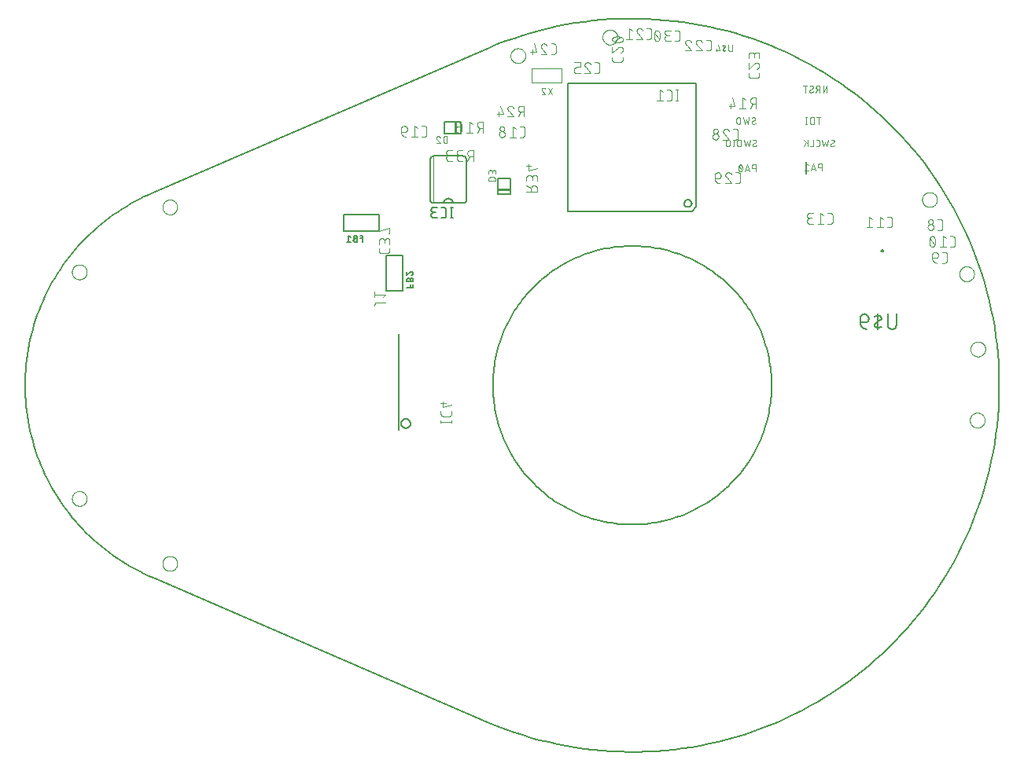
<source format=gbo>
G75*
%MOIN*%
%OFA0B0*%
%FSLAX25Y25*%
%IPPOS*%
%LPD*%
%AMOC8*
5,1,8,0,0,1.08239X$1,22.5*
%
%ADD10C,0.00600*%
%ADD11C,0.00000*%
%ADD12C,0.00300*%
%ADD13C,0.00400*%
%ADD14C,0.00500*%
%ADD15C,0.00800*%
%ADD16C,0.00200*%
%ADD17C,0.00394*%
D10*
X0074829Y0081354D02*
X0216915Y0019962D01*
X0216915Y0019961D02*
X0220440Y0018516D01*
X0223999Y0017157D01*
X0227591Y0015886D01*
X0231212Y0014703D01*
X0234862Y0013609D01*
X0238537Y0012605D01*
X0242236Y0011692D01*
X0245956Y0010869D01*
X0249695Y0010137D01*
X0253450Y0009498D01*
X0257221Y0008950D01*
X0261003Y0008496D01*
X0264796Y0008133D01*
X0268597Y0007864D01*
X0272402Y0007689D01*
X0276211Y0007606D01*
X0280021Y0007617D01*
X0283830Y0007721D01*
X0287634Y0007918D01*
X0291433Y0008209D01*
X0295224Y0008592D01*
X0299004Y0009068D01*
X0302771Y0009637D01*
X0306523Y0010298D01*
X0310258Y0011050D01*
X0313973Y0011894D01*
X0317667Y0012828D01*
X0321336Y0013853D01*
X0324980Y0014967D01*
X0328595Y0016171D01*
X0332179Y0017462D01*
X0335731Y0018841D01*
X0339247Y0020306D01*
X0342727Y0021857D01*
X0346168Y0023493D01*
X0349568Y0025213D01*
X0352924Y0027015D01*
X0356236Y0028900D01*
X0359500Y0030864D01*
X0362715Y0032908D01*
X0365879Y0035031D01*
X0368990Y0037230D01*
X0372046Y0039504D01*
X0375046Y0041853D01*
X0377987Y0044275D01*
X0380868Y0046768D01*
X0383688Y0049331D01*
X0386443Y0051962D01*
X0389133Y0054660D01*
X0391757Y0057423D01*
X0394311Y0060249D01*
X0396796Y0063137D01*
X0399210Y0066085D01*
X0401550Y0069091D01*
X0403816Y0072154D01*
X0406006Y0075271D01*
X0408120Y0078441D01*
X0410155Y0081662D01*
X0412110Y0084932D01*
X0413985Y0088249D01*
X0415778Y0091610D01*
X0417488Y0095015D01*
X0419114Y0098460D01*
X0420656Y0101944D01*
X0422111Y0105465D01*
X0423480Y0109021D01*
X0424761Y0112609D01*
X0425954Y0116227D01*
X0427058Y0119873D01*
X0428073Y0123546D01*
X0428997Y0127242D01*
X0429830Y0130960D01*
X0430572Y0134697D01*
X0431222Y0138451D01*
X0431780Y0142219D01*
X0432246Y0146001D01*
X0432619Y0149792D01*
X0432898Y0153592D01*
X0433085Y0157397D01*
X0433178Y0161206D01*
X0433178Y0165016D01*
X0433085Y0168825D01*
X0432898Y0172630D01*
X0432619Y0176430D01*
X0432246Y0180221D01*
X0431780Y0184003D01*
X0431222Y0187771D01*
X0430572Y0191525D01*
X0429830Y0195262D01*
X0428997Y0198980D01*
X0428073Y0202676D01*
X0427058Y0206349D01*
X0425954Y0209995D01*
X0424761Y0213613D01*
X0423480Y0217201D01*
X0422111Y0220757D01*
X0420656Y0224278D01*
X0419114Y0227762D01*
X0417488Y0231207D01*
X0415778Y0234612D01*
X0413985Y0237973D01*
X0412110Y0241290D01*
X0410155Y0244560D01*
X0408120Y0247781D01*
X0406006Y0250951D01*
X0403816Y0254068D01*
X0401550Y0257131D01*
X0399210Y0260137D01*
X0396796Y0263085D01*
X0394311Y0265973D01*
X0391757Y0268799D01*
X0389133Y0271562D01*
X0386443Y0274260D01*
X0383688Y0276891D01*
X0380868Y0279454D01*
X0377987Y0281947D01*
X0375046Y0284369D01*
X0372046Y0286718D01*
X0368990Y0288992D01*
X0365879Y0291191D01*
X0362715Y0293314D01*
X0359500Y0295358D01*
X0356236Y0297322D01*
X0352924Y0299207D01*
X0349568Y0301009D01*
X0346168Y0302729D01*
X0342727Y0304365D01*
X0339247Y0305916D01*
X0335731Y0307381D01*
X0332179Y0308760D01*
X0328595Y0310051D01*
X0324980Y0311255D01*
X0321336Y0312369D01*
X0317667Y0313394D01*
X0313973Y0314328D01*
X0310258Y0315172D01*
X0306523Y0315924D01*
X0302771Y0316585D01*
X0299004Y0317154D01*
X0295224Y0317630D01*
X0291433Y0318013D01*
X0287634Y0318304D01*
X0283830Y0318501D01*
X0280021Y0318605D01*
X0276211Y0318616D01*
X0272402Y0318533D01*
X0268597Y0318358D01*
X0264796Y0318089D01*
X0261003Y0317726D01*
X0257221Y0317272D01*
X0253450Y0316724D01*
X0249695Y0316085D01*
X0245956Y0315353D01*
X0242236Y0314530D01*
X0238537Y0313617D01*
X0234862Y0312613D01*
X0231212Y0311519D01*
X0227591Y0310336D01*
X0223999Y0309065D01*
X0220440Y0307706D01*
X0216915Y0306261D01*
X0216915Y0306260D02*
X0074829Y0244868D01*
X0156782Y0223960D02*
X0158227Y0223960D01*
X0157505Y0223960D02*
X0157505Y0226560D01*
X0158227Y0225982D01*
X0160217Y0226560D02*
X0160170Y0226558D01*
X0160124Y0226553D01*
X0160079Y0226543D01*
X0160034Y0226530D01*
X0159990Y0226514D01*
X0159948Y0226494D01*
X0159908Y0226471D01*
X0159870Y0226444D01*
X0159834Y0226415D01*
X0159800Y0226382D01*
X0159769Y0226348D01*
X0159741Y0226310D01*
X0159716Y0226271D01*
X0159695Y0226230D01*
X0159677Y0226187D01*
X0159662Y0226143D01*
X0159651Y0226098D01*
X0159643Y0226052D01*
X0159639Y0226005D01*
X0159639Y0225959D01*
X0159643Y0225912D01*
X0159651Y0225866D01*
X0159662Y0225821D01*
X0159677Y0225777D01*
X0159695Y0225734D01*
X0159716Y0225693D01*
X0159741Y0225654D01*
X0159769Y0225616D01*
X0159800Y0225582D01*
X0159834Y0225549D01*
X0159870Y0225520D01*
X0159908Y0225493D01*
X0159948Y0225470D01*
X0159990Y0225450D01*
X0160034Y0225434D01*
X0160079Y0225421D01*
X0160124Y0225411D01*
X0160170Y0225406D01*
X0160217Y0225404D01*
X0160939Y0225404D01*
X0160217Y0225404D02*
X0160164Y0225402D01*
X0160112Y0225396D01*
X0160060Y0225387D01*
X0160009Y0225373D01*
X0159959Y0225356D01*
X0159911Y0225336D01*
X0159864Y0225312D01*
X0159819Y0225284D01*
X0159776Y0225253D01*
X0159735Y0225220D01*
X0159697Y0225183D01*
X0159662Y0225144D01*
X0159630Y0225102D01*
X0159601Y0225058D01*
X0159575Y0225012D01*
X0159553Y0224964D01*
X0159534Y0224915D01*
X0159518Y0224865D01*
X0159507Y0224813D01*
X0159499Y0224761D01*
X0159495Y0224708D01*
X0159495Y0224656D01*
X0159499Y0224603D01*
X0159507Y0224551D01*
X0159518Y0224499D01*
X0159534Y0224449D01*
X0159553Y0224400D01*
X0159575Y0224352D01*
X0159601Y0224306D01*
X0159630Y0224262D01*
X0159662Y0224220D01*
X0159697Y0224181D01*
X0159735Y0224144D01*
X0159776Y0224111D01*
X0159819Y0224080D01*
X0159864Y0224052D01*
X0159911Y0224028D01*
X0159959Y0224008D01*
X0160009Y0223991D01*
X0160060Y0223977D01*
X0160112Y0223968D01*
X0160164Y0223962D01*
X0160217Y0223960D01*
X0160939Y0223960D01*
X0160939Y0226560D01*
X0160217Y0226560D01*
X0162342Y0226560D02*
X0163497Y0226560D01*
X0163497Y0223960D01*
X0163497Y0225404D02*
X0162342Y0225404D01*
X0182153Y0211307D02*
X0182153Y0209863D01*
X0183597Y0211091D01*
X0184753Y0210657D02*
X0184751Y0210602D01*
X0184746Y0210547D01*
X0184737Y0210492D01*
X0184724Y0210439D01*
X0184708Y0210386D01*
X0184688Y0210334D01*
X0184665Y0210284D01*
X0184639Y0210235D01*
X0184609Y0210188D01*
X0184577Y0210144D01*
X0184541Y0210101D01*
X0184503Y0210061D01*
X0184462Y0210024D01*
X0184419Y0209989D01*
X0184374Y0209958D01*
X0184327Y0209929D01*
X0184278Y0209904D01*
X0184227Y0209881D01*
X0184175Y0209863D01*
X0183598Y0211090D02*
X0183634Y0211126D01*
X0183674Y0211159D01*
X0183715Y0211189D01*
X0183759Y0211216D01*
X0183805Y0211240D01*
X0183852Y0211260D01*
X0183900Y0211277D01*
X0183950Y0211290D01*
X0184001Y0211299D01*
X0184052Y0211305D01*
X0184103Y0211307D01*
X0184152Y0211305D01*
X0184200Y0211300D01*
X0184248Y0211291D01*
X0184295Y0211278D01*
X0184340Y0211262D01*
X0184385Y0211243D01*
X0184428Y0211220D01*
X0184469Y0211194D01*
X0184508Y0211165D01*
X0184545Y0211133D01*
X0184579Y0211099D01*
X0184611Y0211062D01*
X0184640Y0211023D01*
X0184666Y0210982D01*
X0184689Y0210939D01*
X0184708Y0210894D01*
X0184724Y0210849D01*
X0184737Y0210802D01*
X0184746Y0210754D01*
X0184751Y0210706D01*
X0184753Y0210657D01*
X0184753Y0207873D02*
X0184753Y0207150D01*
X0182153Y0207150D01*
X0182153Y0207873D01*
X0182155Y0207926D01*
X0182161Y0207978D01*
X0182170Y0208030D01*
X0182184Y0208081D01*
X0182201Y0208131D01*
X0182221Y0208179D01*
X0182245Y0208226D01*
X0182273Y0208271D01*
X0182304Y0208314D01*
X0182337Y0208355D01*
X0182374Y0208393D01*
X0182413Y0208428D01*
X0182455Y0208460D01*
X0182499Y0208489D01*
X0182545Y0208515D01*
X0182593Y0208537D01*
X0182642Y0208556D01*
X0182692Y0208572D01*
X0182744Y0208583D01*
X0182796Y0208591D01*
X0182849Y0208595D01*
X0182901Y0208595D01*
X0182954Y0208591D01*
X0183006Y0208583D01*
X0183058Y0208572D01*
X0183108Y0208556D01*
X0183157Y0208537D01*
X0183205Y0208515D01*
X0183251Y0208489D01*
X0183295Y0208460D01*
X0183337Y0208428D01*
X0183376Y0208393D01*
X0183413Y0208355D01*
X0183446Y0208314D01*
X0183477Y0208271D01*
X0183505Y0208226D01*
X0183529Y0208179D01*
X0183549Y0208131D01*
X0183566Y0208081D01*
X0183580Y0208030D01*
X0183589Y0207978D01*
X0183595Y0207926D01*
X0183597Y0207873D01*
X0183597Y0207150D01*
X0183597Y0207873D02*
X0183599Y0207920D01*
X0183604Y0207966D01*
X0183614Y0208011D01*
X0183627Y0208056D01*
X0183643Y0208100D01*
X0183663Y0208142D01*
X0183686Y0208182D01*
X0183713Y0208220D01*
X0183742Y0208256D01*
X0183775Y0208290D01*
X0183809Y0208321D01*
X0183847Y0208349D01*
X0183886Y0208374D01*
X0183927Y0208395D01*
X0183970Y0208413D01*
X0184014Y0208428D01*
X0184059Y0208439D01*
X0184105Y0208447D01*
X0184152Y0208451D01*
X0184198Y0208451D01*
X0184245Y0208447D01*
X0184291Y0208439D01*
X0184336Y0208428D01*
X0184380Y0208413D01*
X0184423Y0208395D01*
X0184464Y0208374D01*
X0184503Y0208349D01*
X0184541Y0208321D01*
X0184575Y0208290D01*
X0184608Y0208256D01*
X0184637Y0208220D01*
X0184664Y0208182D01*
X0184687Y0208142D01*
X0184707Y0208100D01*
X0184723Y0208056D01*
X0184736Y0208011D01*
X0184746Y0207966D01*
X0184751Y0207920D01*
X0184753Y0207873D01*
X0184753Y0205748D02*
X0184753Y0204593D01*
X0182153Y0204593D01*
X0183597Y0204593D02*
X0183597Y0205748D01*
X0193517Y0240358D02*
X0205917Y0240358D01*
X0205993Y0240360D01*
X0206069Y0240366D01*
X0206144Y0240375D01*
X0206219Y0240389D01*
X0206293Y0240406D01*
X0206366Y0240427D01*
X0206438Y0240451D01*
X0206509Y0240480D01*
X0206578Y0240511D01*
X0206645Y0240546D01*
X0206710Y0240585D01*
X0206774Y0240627D01*
X0206835Y0240672D01*
X0206894Y0240720D01*
X0206950Y0240771D01*
X0207004Y0240825D01*
X0207055Y0240881D01*
X0207103Y0240940D01*
X0207148Y0241001D01*
X0207190Y0241065D01*
X0207229Y0241130D01*
X0207264Y0241197D01*
X0207295Y0241266D01*
X0207324Y0241337D01*
X0207348Y0241409D01*
X0207369Y0241482D01*
X0207386Y0241556D01*
X0207400Y0241631D01*
X0207409Y0241706D01*
X0207415Y0241782D01*
X0207417Y0241858D01*
X0207417Y0258858D01*
X0207415Y0258934D01*
X0207409Y0259010D01*
X0207400Y0259085D01*
X0207386Y0259160D01*
X0207369Y0259234D01*
X0207348Y0259307D01*
X0207324Y0259379D01*
X0207295Y0259450D01*
X0207264Y0259519D01*
X0207229Y0259586D01*
X0207190Y0259651D01*
X0207148Y0259715D01*
X0207103Y0259776D01*
X0207055Y0259835D01*
X0207004Y0259891D01*
X0206950Y0259945D01*
X0206894Y0259996D01*
X0206835Y0260044D01*
X0206774Y0260089D01*
X0206710Y0260131D01*
X0206645Y0260170D01*
X0206578Y0260205D01*
X0206509Y0260236D01*
X0206438Y0260265D01*
X0206366Y0260289D01*
X0206293Y0260310D01*
X0206219Y0260327D01*
X0206144Y0260341D01*
X0206069Y0260350D01*
X0205993Y0260356D01*
X0205917Y0260358D01*
X0193517Y0260358D01*
X0193441Y0260356D01*
X0193365Y0260350D01*
X0193290Y0260341D01*
X0193215Y0260327D01*
X0193141Y0260310D01*
X0193068Y0260289D01*
X0192996Y0260265D01*
X0192925Y0260236D01*
X0192856Y0260205D01*
X0192789Y0260170D01*
X0192724Y0260131D01*
X0192660Y0260089D01*
X0192599Y0260044D01*
X0192540Y0259996D01*
X0192484Y0259945D01*
X0192430Y0259891D01*
X0192379Y0259835D01*
X0192331Y0259776D01*
X0192286Y0259715D01*
X0192244Y0259651D01*
X0192205Y0259586D01*
X0192170Y0259519D01*
X0192139Y0259450D01*
X0192110Y0259379D01*
X0192086Y0259307D01*
X0192065Y0259234D01*
X0192048Y0259160D01*
X0192034Y0259085D01*
X0192025Y0259010D01*
X0192019Y0258934D01*
X0192017Y0258858D01*
X0192017Y0241858D01*
X0192019Y0241782D01*
X0192025Y0241706D01*
X0192034Y0241631D01*
X0192048Y0241556D01*
X0192065Y0241482D01*
X0192086Y0241409D01*
X0192110Y0241337D01*
X0192139Y0241266D01*
X0192170Y0241197D01*
X0192205Y0241130D01*
X0192244Y0241065D01*
X0192286Y0241001D01*
X0192331Y0240940D01*
X0192379Y0240881D01*
X0192430Y0240825D01*
X0192484Y0240771D01*
X0192540Y0240720D01*
X0192599Y0240672D01*
X0192660Y0240627D01*
X0192724Y0240585D01*
X0192789Y0240546D01*
X0192856Y0240511D01*
X0192925Y0240480D01*
X0192996Y0240451D01*
X0193068Y0240427D01*
X0193141Y0240406D01*
X0193215Y0240389D01*
X0193290Y0240375D01*
X0193365Y0240366D01*
X0193441Y0240360D01*
X0193517Y0240358D01*
X0197717Y0240358D02*
X0197719Y0240446D01*
X0197725Y0240535D01*
X0197735Y0240623D01*
X0197748Y0240710D01*
X0197766Y0240797D01*
X0197787Y0240883D01*
X0197812Y0240968D01*
X0197841Y0241051D01*
X0197874Y0241134D01*
X0197910Y0241214D01*
X0197949Y0241293D01*
X0197992Y0241371D01*
X0198039Y0241446D01*
X0198089Y0241519D01*
X0198142Y0241590D01*
X0198198Y0241659D01*
X0198257Y0241725D01*
X0198319Y0241788D01*
X0198383Y0241848D01*
X0198450Y0241906D01*
X0198520Y0241960D01*
X0198592Y0242012D01*
X0198666Y0242060D01*
X0198743Y0242105D01*
X0198821Y0242146D01*
X0198901Y0242184D01*
X0198982Y0242218D01*
X0199065Y0242249D01*
X0199150Y0242276D01*
X0199235Y0242299D01*
X0199321Y0242318D01*
X0199409Y0242334D01*
X0199496Y0242346D01*
X0199584Y0242354D01*
X0199673Y0242358D01*
X0199761Y0242358D01*
X0199850Y0242354D01*
X0199938Y0242346D01*
X0200025Y0242334D01*
X0200113Y0242318D01*
X0200199Y0242299D01*
X0200284Y0242276D01*
X0200369Y0242249D01*
X0200452Y0242218D01*
X0200533Y0242184D01*
X0200613Y0242146D01*
X0200691Y0242105D01*
X0200768Y0242060D01*
X0200842Y0242012D01*
X0200914Y0241960D01*
X0200984Y0241906D01*
X0201051Y0241848D01*
X0201115Y0241788D01*
X0201177Y0241725D01*
X0201236Y0241659D01*
X0201292Y0241590D01*
X0201345Y0241519D01*
X0201395Y0241446D01*
X0201442Y0241371D01*
X0201485Y0241293D01*
X0201524Y0241214D01*
X0201560Y0241134D01*
X0201593Y0241051D01*
X0201622Y0240968D01*
X0201647Y0240883D01*
X0201668Y0240797D01*
X0201686Y0240710D01*
X0201699Y0240623D01*
X0201709Y0240535D01*
X0201715Y0240446D01*
X0201717Y0240358D01*
X0218623Y0163111D02*
X0218641Y0164560D01*
X0218694Y0166009D01*
X0218783Y0167455D01*
X0218907Y0168899D01*
X0219067Y0170340D01*
X0219262Y0171776D01*
X0219492Y0173207D01*
X0219758Y0174632D01*
X0220058Y0176050D01*
X0220393Y0177460D01*
X0220762Y0178862D01*
X0221166Y0180254D01*
X0221604Y0181635D01*
X0222075Y0183006D01*
X0222580Y0184365D01*
X0223118Y0185710D01*
X0223689Y0187043D01*
X0224293Y0188360D01*
X0224929Y0189663D01*
X0225596Y0190949D01*
X0226295Y0192219D01*
X0227025Y0193471D01*
X0227785Y0194705D01*
X0228576Y0195920D01*
X0229396Y0197115D01*
X0230245Y0198290D01*
X0231122Y0199444D01*
X0232028Y0200575D01*
X0232961Y0201684D01*
X0233921Y0202770D01*
X0234908Y0203832D01*
X0235920Y0204869D01*
X0236957Y0205881D01*
X0238019Y0206868D01*
X0239105Y0207828D01*
X0240214Y0208761D01*
X0241345Y0209667D01*
X0242499Y0210544D01*
X0243674Y0211393D01*
X0244869Y0212213D01*
X0246084Y0213004D01*
X0247318Y0213764D01*
X0248570Y0214494D01*
X0249840Y0215193D01*
X0251126Y0215860D01*
X0252429Y0216496D01*
X0253746Y0217100D01*
X0255079Y0217671D01*
X0256424Y0218209D01*
X0257783Y0218714D01*
X0259154Y0219185D01*
X0260535Y0219623D01*
X0261927Y0220027D01*
X0263329Y0220396D01*
X0264739Y0220731D01*
X0266157Y0221031D01*
X0267582Y0221297D01*
X0269013Y0221527D01*
X0270449Y0221722D01*
X0271890Y0221882D01*
X0273334Y0222006D01*
X0274780Y0222095D01*
X0276229Y0222148D01*
X0277678Y0222166D01*
X0279127Y0222148D01*
X0280576Y0222095D01*
X0282022Y0222006D01*
X0283466Y0221882D01*
X0284907Y0221722D01*
X0286343Y0221527D01*
X0287774Y0221297D01*
X0289199Y0221031D01*
X0290617Y0220731D01*
X0292027Y0220396D01*
X0293429Y0220027D01*
X0294821Y0219623D01*
X0296202Y0219185D01*
X0297573Y0218714D01*
X0298932Y0218209D01*
X0300277Y0217671D01*
X0301610Y0217100D01*
X0302927Y0216496D01*
X0304230Y0215860D01*
X0305516Y0215193D01*
X0306786Y0214494D01*
X0308038Y0213764D01*
X0309272Y0213004D01*
X0310487Y0212213D01*
X0311682Y0211393D01*
X0312857Y0210544D01*
X0314011Y0209667D01*
X0315142Y0208761D01*
X0316251Y0207828D01*
X0317337Y0206868D01*
X0318399Y0205881D01*
X0319436Y0204869D01*
X0320448Y0203832D01*
X0321435Y0202770D01*
X0322395Y0201684D01*
X0323328Y0200575D01*
X0324234Y0199444D01*
X0325111Y0198290D01*
X0325960Y0197115D01*
X0326780Y0195920D01*
X0327571Y0194705D01*
X0328331Y0193471D01*
X0329061Y0192219D01*
X0329760Y0190949D01*
X0330427Y0189663D01*
X0331063Y0188360D01*
X0331667Y0187043D01*
X0332238Y0185710D01*
X0332776Y0184365D01*
X0333281Y0183006D01*
X0333752Y0181635D01*
X0334190Y0180254D01*
X0334594Y0178862D01*
X0334963Y0177460D01*
X0335298Y0176050D01*
X0335598Y0174632D01*
X0335864Y0173207D01*
X0336094Y0171776D01*
X0336289Y0170340D01*
X0336449Y0168899D01*
X0336573Y0167455D01*
X0336662Y0166009D01*
X0336715Y0164560D01*
X0336733Y0163111D01*
X0336715Y0161662D01*
X0336662Y0160213D01*
X0336573Y0158767D01*
X0336449Y0157323D01*
X0336289Y0155882D01*
X0336094Y0154446D01*
X0335864Y0153015D01*
X0335598Y0151590D01*
X0335298Y0150172D01*
X0334963Y0148762D01*
X0334594Y0147360D01*
X0334190Y0145968D01*
X0333752Y0144587D01*
X0333281Y0143216D01*
X0332776Y0141857D01*
X0332238Y0140512D01*
X0331667Y0139179D01*
X0331063Y0137862D01*
X0330427Y0136559D01*
X0329760Y0135273D01*
X0329061Y0134003D01*
X0328331Y0132751D01*
X0327571Y0131517D01*
X0326780Y0130302D01*
X0325960Y0129107D01*
X0325111Y0127932D01*
X0324234Y0126778D01*
X0323328Y0125647D01*
X0322395Y0124538D01*
X0321435Y0123452D01*
X0320448Y0122390D01*
X0319436Y0121353D01*
X0318399Y0120341D01*
X0317337Y0119354D01*
X0316251Y0118394D01*
X0315142Y0117461D01*
X0314011Y0116555D01*
X0312857Y0115678D01*
X0311682Y0114829D01*
X0310487Y0114009D01*
X0309272Y0113218D01*
X0308038Y0112458D01*
X0306786Y0111728D01*
X0305516Y0111029D01*
X0304230Y0110362D01*
X0302927Y0109726D01*
X0301610Y0109122D01*
X0300277Y0108551D01*
X0298932Y0108013D01*
X0297573Y0107508D01*
X0296202Y0107037D01*
X0294821Y0106599D01*
X0293429Y0106195D01*
X0292027Y0105826D01*
X0290617Y0105491D01*
X0289199Y0105191D01*
X0287774Y0104925D01*
X0286343Y0104695D01*
X0284907Y0104500D01*
X0283466Y0104340D01*
X0282022Y0104216D01*
X0280576Y0104127D01*
X0279127Y0104074D01*
X0277678Y0104056D01*
X0276229Y0104074D01*
X0274780Y0104127D01*
X0273334Y0104216D01*
X0271890Y0104340D01*
X0270449Y0104500D01*
X0269013Y0104695D01*
X0267582Y0104925D01*
X0266157Y0105191D01*
X0264739Y0105491D01*
X0263329Y0105826D01*
X0261927Y0106195D01*
X0260535Y0106599D01*
X0259154Y0107037D01*
X0257783Y0107508D01*
X0256424Y0108013D01*
X0255079Y0108551D01*
X0253746Y0109122D01*
X0252429Y0109726D01*
X0251126Y0110362D01*
X0249840Y0111029D01*
X0248570Y0111728D01*
X0247318Y0112458D01*
X0246084Y0113218D01*
X0244869Y0114009D01*
X0243674Y0114829D01*
X0242499Y0115678D01*
X0241345Y0116555D01*
X0240214Y0117461D01*
X0239105Y0118394D01*
X0238019Y0119354D01*
X0236957Y0120341D01*
X0235920Y0121353D01*
X0234908Y0122390D01*
X0233921Y0123452D01*
X0232961Y0124538D01*
X0232028Y0125647D01*
X0231122Y0126778D01*
X0230245Y0127932D01*
X0229396Y0129107D01*
X0228576Y0130302D01*
X0227785Y0131517D01*
X0227025Y0132751D01*
X0226295Y0134003D01*
X0225596Y0135273D01*
X0224929Y0136559D01*
X0224293Y0137862D01*
X0223689Y0139179D01*
X0223118Y0140512D01*
X0222580Y0141857D01*
X0222075Y0143216D01*
X0221604Y0144587D01*
X0221166Y0145968D01*
X0220762Y0147360D01*
X0220393Y0148762D01*
X0220058Y0150172D01*
X0219758Y0151590D01*
X0219492Y0153015D01*
X0219262Y0154446D01*
X0219067Y0155882D01*
X0218907Y0157323D01*
X0218783Y0158767D01*
X0218694Y0160213D01*
X0218641Y0161662D01*
X0218623Y0163111D01*
X0074829Y0244868D02*
X0072837Y0244008D01*
X0070866Y0243100D01*
X0068919Y0242144D01*
X0066995Y0241141D01*
X0065097Y0240090D01*
X0063225Y0238994D01*
X0061380Y0237852D01*
X0059564Y0236665D01*
X0057777Y0235434D01*
X0056022Y0234159D01*
X0054298Y0232842D01*
X0052606Y0231483D01*
X0050949Y0230084D01*
X0049326Y0228644D01*
X0047739Y0227164D01*
X0046188Y0225647D01*
X0044676Y0224091D01*
X0043202Y0222499D01*
X0041767Y0220872D01*
X0040372Y0219210D01*
X0039019Y0217514D01*
X0037708Y0215786D01*
X0036439Y0214026D01*
X0035214Y0212235D01*
X0034033Y0210415D01*
X0032897Y0208567D01*
X0031806Y0206691D01*
X0030762Y0204789D01*
X0029765Y0202862D01*
X0028815Y0200912D01*
X0027914Y0198938D01*
X0027060Y0196944D01*
X0026256Y0194928D01*
X0025502Y0192894D01*
X0024798Y0190842D01*
X0024144Y0188774D01*
X0023541Y0186689D01*
X0022989Y0184591D01*
X0022488Y0182480D01*
X0022040Y0180357D01*
X0021644Y0178224D01*
X0021300Y0176082D01*
X0021008Y0173932D01*
X0020770Y0171776D01*
X0020584Y0169614D01*
X0020451Y0167449D01*
X0020372Y0165280D01*
X0020345Y0163111D01*
X0020372Y0160942D01*
X0020451Y0158773D01*
X0020584Y0156608D01*
X0020770Y0154446D01*
X0021008Y0152290D01*
X0021300Y0150140D01*
X0021644Y0147998D01*
X0022040Y0145865D01*
X0022488Y0143742D01*
X0022989Y0141631D01*
X0023541Y0139533D01*
X0024144Y0137448D01*
X0024798Y0135380D01*
X0025502Y0133328D01*
X0026256Y0131294D01*
X0027060Y0129278D01*
X0027914Y0127284D01*
X0028815Y0125310D01*
X0029765Y0123360D01*
X0030762Y0121433D01*
X0031806Y0119531D01*
X0032897Y0117655D01*
X0034033Y0115807D01*
X0035214Y0113987D01*
X0036439Y0112196D01*
X0037708Y0110436D01*
X0039019Y0108708D01*
X0040372Y0107012D01*
X0041767Y0105350D01*
X0043202Y0103723D01*
X0044676Y0102131D01*
X0046188Y0100575D01*
X0047739Y0099058D01*
X0049326Y0097578D01*
X0050949Y0096138D01*
X0052606Y0094739D01*
X0054298Y0093380D01*
X0056022Y0092063D01*
X0057777Y0090788D01*
X0059564Y0089557D01*
X0061380Y0088370D01*
X0063225Y0087228D01*
X0065097Y0086132D01*
X0066995Y0085081D01*
X0068919Y0084078D01*
X0070866Y0083122D01*
X0072837Y0082214D01*
X0074829Y0081354D01*
X0374334Y0189792D02*
X0374334Y0191569D01*
X0374334Y0189792D02*
X0376468Y0189792D01*
X0374335Y0189792D02*
X0374337Y0189688D01*
X0374343Y0189584D01*
X0374352Y0189481D01*
X0374365Y0189378D01*
X0374382Y0189275D01*
X0374403Y0189174D01*
X0374427Y0189073D01*
X0374456Y0188973D01*
X0374487Y0188874D01*
X0374523Y0188776D01*
X0374562Y0188680D01*
X0374604Y0188585D01*
X0374650Y0188492D01*
X0374699Y0188400D01*
X0374751Y0188310D01*
X0374807Y0188223D01*
X0374866Y0188137D01*
X0374928Y0188054D01*
X0374993Y0187973D01*
X0375061Y0187894D01*
X0375132Y0187818D01*
X0375205Y0187745D01*
X0375281Y0187674D01*
X0375360Y0187606D01*
X0375441Y0187541D01*
X0375524Y0187479D01*
X0375610Y0187420D01*
X0375697Y0187364D01*
X0375787Y0187312D01*
X0375879Y0187263D01*
X0375972Y0187217D01*
X0376067Y0187175D01*
X0376163Y0187136D01*
X0376261Y0187100D01*
X0376360Y0187069D01*
X0376460Y0187040D01*
X0376561Y0187016D01*
X0376662Y0186995D01*
X0376765Y0186978D01*
X0376868Y0186965D01*
X0376971Y0186956D01*
X0377075Y0186950D01*
X0377179Y0186948D01*
X0377890Y0191214D02*
X0377890Y0191569D01*
X0377890Y0191214D02*
X0377888Y0191140D01*
X0377882Y0191065D01*
X0377872Y0190992D01*
X0377859Y0190918D01*
X0377842Y0190846D01*
X0377820Y0190775D01*
X0377796Y0190704D01*
X0377767Y0190636D01*
X0377735Y0190568D01*
X0377699Y0190503D01*
X0377661Y0190440D01*
X0377618Y0190378D01*
X0377573Y0190319D01*
X0377525Y0190262D01*
X0377474Y0190208D01*
X0377420Y0190157D01*
X0377363Y0190109D01*
X0377304Y0190064D01*
X0377242Y0190021D01*
X0377179Y0189983D01*
X0377114Y0189947D01*
X0377046Y0189915D01*
X0376978Y0189886D01*
X0376907Y0189862D01*
X0376836Y0189840D01*
X0376764Y0189823D01*
X0376690Y0189810D01*
X0376617Y0189800D01*
X0376542Y0189794D01*
X0376468Y0189792D01*
X0377890Y0191569D02*
X0377888Y0191652D01*
X0377882Y0191735D01*
X0377872Y0191818D01*
X0377859Y0191901D01*
X0377841Y0191982D01*
X0377820Y0192063D01*
X0377795Y0192142D01*
X0377766Y0192220D01*
X0377734Y0192297D01*
X0377698Y0192372D01*
X0377659Y0192446D01*
X0377616Y0192517D01*
X0377570Y0192587D01*
X0377520Y0192654D01*
X0377468Y0192719D01*
X0377413Y0192781D01*
X0377354Y0192841D01*
X0377293Y0192898D01*
X0377230Y0192952D01*
X0377164Y0193003D01*
X0377095Y0193050D01*
X0377025Y0193095D01*
X0376952Y0193136D01*
X0376878Y0193173D01*
X0376802Y0193208D01*
X0376724Y0193238D01*
X0376646Y0193265D01*
X0376565Y0193288D01*
X0376484Y0193308D01*
X0376402Y0193323D01*
X0376320Y0193335D01*
X0376237Y0193343D01*
X0376154Y0193347D01*
X0376070Y0193347D01*
X0375987Y0193343D01*
X0375904Y0193335D01*
X0375822Y0193323D01*
X0375740Y0193308D01*
X0375659Y0193288D01*
X0375578Y0193265D01*
X0375500Y0193238D01*
X0375422Y0193208D01*
X0375346Y0193173D01*
X0375272Y0193136D01*
X0375199Y0193095D01*
X0375129Y0193050D01*
X0375060Y0193003D01*
X0374994Y0192952D01*
X0374931Y0192898D01*
X0374870Y0192841D01*
X0374811Y0192781D01*
X0374756Y0192719D01*
X0374704Y0192654D01*
X0374654Y0192587D01*
X0374608Y0192517D01*
X0374565Y0192446D01*
X0374526Y0192372D01*
X0374490Y0192297D01*
X0374458Y0192220D01*
X0374429Y0192142D01*
X0374404Y0192063D01*
X0374383Y0191982D01*
X0374365Y0191901D01*
X0374352Y0191818D01*
X0374342Y0191735D01*
X0374336Y0191652D01*
X0374334Y0191569D01*
X0380967Y0189614D02*
X0381856Y0190147D01*
X0382745Y0190681D01*
X0383278Y0188013D02*
X0383190Y0187963D01*
X0383101Y0187915D01*
X0383009Y0187871D01*
X0382916Y0187830D01*
X0382822Y0187793D01*
X0382726Y0187759D01*
X0382629Y0187728D01*
X0382531Y0187701D01*
X0382433Y0187677D01*
X0382333Y0187657D01*
X0382233Y0187641D01*
X0382132Y0187628D01*
X0382031Y0187619D01*
X0381929Y0187614D01*
X0381828Y0187612D01*
X0381726Y0187614D01*
X0381625Y0187619D01*
X0381524Y0187629D01*
X0381423Y0187641D01*
X0381323Y0187658D01*
X0381856Y0186947D02*
X0381856Y0193347D01*
X0382389Y0192636D02*
X0382452Y0192622D01*
X0382514Y0192605D01*
X0382574Y0192584D01*
X0382634Y0192560D01*
X0382691Y0192531D01*
X0382747Y0192500D01*
X0382801Y0192465D01*
X0382853Y0192427D01*
X0382903Y0192386D01*
X0382949Y0192342D01*
X0382993Y0192295D01*
X0383034Y0192245D01*
X0383072Y0192194D01*
X0383107Y0192140D01*
X0383139Y0192084D01*
X0383167Y0192026D01*
X0383191Y0191966D01*
X0383212Y0191906D01*
X0383229Y0191844D01*
X0383243Y0191781D01*
X0383252Y0191717D01*
X0383258Y0191653D01*
X0383260Y0191589D01*
X0383258Y0191525D01*
X0383252Y0191461D01*
X0383242Y0191398D01*
X0383229Y0191335D01*
X0383211Y0191273D01*
X0383190Y0191212D01*
X0383165Y0191153D01*
X0383137Y0191095D01*
X0383105Y0191039D01*
X0383070Y0190985D01*
X0383032Y0190934D01*
X0382991Y0190885D01*
X0382947Y0190838D01*
X0382900Y0190794D01*
X0382850Y0190753D01*
X0382798Y0190715D01*
X0382744Y0190680D01*
X0382389Y0192636D02*
X0382289Y0192653D01*
X0382188Y0192665D01*
X0382087Y0192675D01*
X0381986Y0192680D01*
X0381884Y0192682D01*
X0381783Y0192680D01*
X0381681Y0192675D01*
X0381580Y0192666D01*
X0381479Y0192653D01*
X0381379Y0192637D01*
X0381280Y0192617D01*
X0381181Y0192593D01*
X0381083Y0192566D01*
X0380986Y0192535D01*
X0380890Y0192501D01*
X0380796Y0192464D01*
X0380703Y0192423D01*
X0380611Y0192379D01*
X0380522Y0192331D01*
X0380434Y0192281D01*
X0380968Y0189614D02*
X0380914Y0189579D01*
X0380862Y0189541D01*
X0380812Y0189500D01*
X0380765Y0189456D01*
X0380721Y0189409D01*
X0380680Y0189360D01*
X0380642Y0189309D01*
X0380607Y0189255D01*
X0380575Y0189199D01*
X0380547Y0189141D01*
X0380522Y0189082D01*
X0380501Y0189021D01*
X0380483Y0188959D01*
X0380470Y0188896D01*
X0380460Y0188833D01*
X0380454Y0188769D01*
X0380452Y0188705D01*
X0380454Y0188641D01*
X0380460Y0188577D01*
X0380469Y0188513D01*
X0380483Y0188450D01*
X0380500Y0188388D01*
X0380521Y0188328D01*
X0380545Y0188268D01*
X0380573Y0188210D01*
X0380605Y0188154D01*
X0380640Y0188100D01*
X0380678Y0188049D01*
X0380719Y0187999D01*
X0380763Y0187952D01*
X0380809Y0187908D01*
X0380859Y0187867D01*
X0380911Y0187829D01*
X0380965Y0187794D01*
X0381021Y0187763D01*
X0381078Y0187734D01*
X0381138Y0187710D01*
X0381198Y0187689D01*
X0381260Y0187672D01*
X0381323Y0187658D01*
X0386027Y0188725D02*
X0386027Y0193347D01*
X0389583Y0193347D02*
X0389583Y0188725D01*
X0389581Y0188642D01*
X0389575Y0188559D01*
X0389565Y0188476D01*
X0389552Y0188393D01*
X0389534Y0188312D01*
X0389513Y0188231D01*
X0389488Y0188152D01*
X0389459Y0188074D01*
X0389427Y0187997D01*
X0389391Y0187922D01*
X0389352Y0187848D01*
X0389309Y0187777D01*
X0389263Y0187707D01*
X0389213Y0187640D01*
X0389161Y0187575D01*
X0389106Y0187513D01*
X0389047Y0187453D01*
X0388986Y0187396D01*
X0388923Y0187342D01*
X0388857Y0187291D01*
X0388788Y0187244D01*
X0388718Y0187199D01*
X0388645Y0187158D01*
X0388571Y0187121D01*
X0388495Y0187086D01*
X0388417Y0187056D01*
X0388339Y0187029D01*
X0388258Y0187006D01*
X0388177Y0186986D01*
X0388095Y0186971D01*
X0388013Y0186959D01*
X0387930Y0186951D01*
X0387847Y0186947D01*
X0387763Y0186947D01*
X0387680Y0186951D01*
X0387597Y0186959D01*
X0387515Y0186971D01*
X0387433Y0186986D01*
X0387352Y0187006D01*
X0387271Y0187029D01*
X0387193Y0187056D01*
X0387115Y0187086D01*
X0387039Y0187121D01*
X0386965Y0187158D01*
X0386892Y0187199D01*
X0386822Y0187244D01*
X0386753Y0187291D01*
X0386687Y0187342D01*
X0386624Y0187396D01*
X0386563Y0187453D01*
X0386504Y0187513D01*
X0386449Y0187575D01*
X0386397Y0187640D01*
X0386347Y0187707D01*
X0386301Y0187777D01*
X0386258Y0187848D01*
X0386219Y0187922D01*
X0386183Y0187997D01*
X0386151Y0188074D01*
X0386122Y0188152D01*
X0386097Y0188231D01*
X0386076Y0188312D01*
X0386058Y0188393D01*
X0386045Y0188476D01*
X0386035Y0188559D01*
X0386029Y0188642D01*
X0386027Y0188725D01*
X0383189Y0220112D02*
X0383191Y0220151D01*
X0383197Y0220190D01*
X0383207Y0220228D01*
X0383220Y0220265D01*
X0383237Y0220300D01*
X0383257Y0220334D01*
X0383281Y0220365D01*
X0383308Y0220394D01*
X0383337Y0220420D01*
X0383369Y0220443D01*
X0383403Y0220463D01*
X0383439Y0220479D01*
X0383476Y0220491D01*
X0383515Y0220500D01*
X0383554Y0220505D01*
X0383593Y0220506D01*
X0383632Y0220503D01*
X0383671Y0220496D01*
X0383708Y0220485D01*
X0383745Y0220471D01*
X0383780Y0220453D01*
X0383813Y0220432D01*
X0383844Y0220407D01*
X0383872Y0220380D01*
X0383897Y0220350D01*
X0383919Y0220317D01*
X0383938Y0220283D01*
X0383953Y0220247D01*
X0383965Y0220209D01*
X0383973Y0220171D01*
X0383977Y0220132D01*
X0383977Y0220092D01*
X0383973Y0220053D01*
X0383965Y0220015D01*
X0383953Y0219977D01*
X0383938Y0219941D01*
X0383919Y0219907D01*
X0383897Y0219874D01*
X0383872Y0219844D01*
X0383844Y0219817D01*
X0383813Y0219792D01*
X0383780Y0219771D01*
X0383745Y0219753D01*
X0383708Y0219739D01*
X0383671Y0219728D01*
X0383632Y0219721D01*
X0383593Y0219718D01*
X0383554Y0219719D01*
X0383515Y0219724D01*
X0383476Y0219733D01*
X0383439Y0219745D01*
X0383403Y0219761D01*
X0383369Y0219781D01*
X0383337Y0219804D01*
X0383308Y0219830D01*
X0383281Y0219859D01*
X0383257Y0219890D01*
X0383237Y0219924D01*
X0383220Y0219959D01*
X0383207Y0219996D01*
X0383197Y0220034D01*
X0383191Y0220073D01*
X0383189Y0220112D01*
D11*
X0400512Y0241851D02*
X0400514Y0241963D01*
X0400520Y0242074D01*
X0400530Y0242186D01*
X0400544Y0242297D01*
X0400561Y0242407D01*
X0400583Y0242517D01*
X0400609Y0242626D01*
X0400638Y0242734D01*
X0400671Y0242840D01*
X0400708Y0242946D01*
X0400749Y0243050D01*
X0400794Y0243153D01*
X0400842Y0243254D01*
X0400893Y0243353D01*
X0400948Y0243450D01*
X0401007Y0243545D01*
X0401068Y0243639D01*
X0401133Y0243730D01*
X0401202Y0243818D01*
X0401273Y0243904D01*
X0401347Y0243988D01*
X0401425Y0244068D01*
X0401505Y0244146D01*
X0401588Y0244222D01*
X0401673Y0244294D01*
X0401761Y0244363D01*
X0401851Y0244429D01*
X0401944Y0244491D01*
X0402039Y0244551D01*
X0402136Y0244607D01*
X0402234Y0244659D01*
X0402335Y0244708D01*
X0402437Y0244753D01*
X0402541Y0244795D01*
X0402646Y0244833D01*
X0402753Y0244867D01*
X0402860Y0244897D01*
X0402969Y0244924D01*
X0403078Y0244946D01*
X0403189Y0244965D01*
X0403299Y0244980D01*
X0403411Y0244991D01*
X0403522Y0244998D01*
X0403634Y0245001D01*
X0403746Y0245000D01*
X0403858Y0244995D01*
X0403969Y0244986D01*
X0404080Y0244973D01*
X0404191Y0244956D01*
X0404301Y0244936D01*
X0404410Y0244911D01*
X0404518Y0244883D01*
X0404625Y0244850D01*
X0404731Y0244814D01*
X0404835Y0244774D01*
X0404938Y0244731D01*
X0405040Y0244684D01*
X0405139Y0244633D01*
X0405237Y0244579D01*
X0405333Y0244521D01*
X0405427Y0244460D01*
X0405518Y0244396D01*
X0405607Y0244329D01*
X0405694Y0244258D01*
X0405778Y0244184D01*
X0405860Y0244108D01*
X0405938Y0244028D01*
X0406014Y0243946D01*
X0406087Y0243861D01*
X0406157Y0243774D01*
X0406223Y0243684D01*
X0406287Y0243592D01*
X0406347Y0243498D01*
X0406404Y0243402D01*
X0406457Y0243303D01*
X0406507Y0243203D01*
X0406553Y0243102D01*
X0406596Y0242998D01*
X0406635Y0242893D01*
X0406670Y0242787D01*
X0406701Y0242680D01*
X0406729Y0242571D01*
X0406752Y0242462D01*
X0406772Y0242352D01*
X0406788Y0242241D01*
X0406800Y0242130D01*
X0406808Y0242019D01*
X0406812Y0241907D01*
X0406812Y0241795D01*
X0406808Y0241683D01*
X0406800Y0241572D01*
X0406788Y0241461D01*
X0406772Y0241350D01*
X0406752Y0241240D01*
X0406729Y0241131D01*
X0406701Y0241022D01*
X0406670Y0240915D01*
X0406635Y0240809D01*
X0406596Y0240704D01*
X0406553Y0240600D01*
X0406507Y0240499D01*
X0406457Y0240399D01*
X0406404Y0240300D01*
X0406347Y0240204D01*
X0406287Y0240110D01*
X0406223Y0240018D01*
X0406157Y0239928D01*
X0406087Y0239841D01*
X0406014Y0239756D01*
X0405938Y0239674D01*
X0405860Y0239594D01*
X0405778Y0239518D01*
X0405694Y0239444D01*
X0405607Y0239373D01*
X0405518Y0239306D01*
X0405427Y0239242D01*
X0405333Y0239181D01*
X0405237Y0239123D01*
X0405139Y0239069D01*
X0405040Y0239018D01*
X0404938Y0238971D01*
X0404835Y0238928D01*
X0404731Y0238888D01*
X0404625Y0238852D01*
X0404518Y0238819D01*
X0404410Y0238791D01*
X0404301Y0238766D01*
X0404191Y0238746D01*
X0404080Y0238729D01*
X0403969Y0238716D01*
X0403858Y0238707D01*
X0403746Y0238702D01*
X0403634Y0238701D01*
X0403522Y0238704D01*
X0403411Y0238711D01*
X0403299Y0238722D01*
X0403189Y0238737D01*
X0403078Y0238756D01*
X0402969Y0238778D01*
X0402860Y0238805D01*
X0402753Y0238835D01*
X0402646Y0238869D01*
X0402541Y0238907D01*
X0402437Y0238949D01*
X0402335Y0238994D01*
X0402234Y0239043D01*
X0402136Y0239095D01*
X0402039Y0239151D01*
X0401944Y0239211D01*
X0401851Y0239273D01*
X0401761Y0239339D01*
X0401673Y0239408D01*
X0401588Y0239480D01*
X0401505Y0239556D01*
X0401425Y0239634D01*
X0401347Y0239714D01*
X0401273Y0239798D01*
X0401202Y0239884D01*
X0401133Y0239972D01*
X0401068Y0240063D01*
X0401007Y0240157D01*
X0400948Y0240252D01*
X0400893Y0240349D01*
X0400842Y0240448D01*
X0400794Y0240549D01*
X0400749Y0240652D01*
X0400708Y0240756D01*
X0400671Y0240862D01*
X0400638Y0240968D01*
X0400609Y0241076D01*
X0400583Y0241185D01*
X0400561Y0241295D01*
X0400544Y0241405D01*
X0400530Y0241516D01*
X0400520Y0241628D01*
X0400514Y0241739D01*
X0400512Y0241851D01*
X0416260Y0210355D02*
X0416262Y0210467D01*
X0416268Y0210578D01*
X0416278Y0210690D01*
X0416292Y0210801D01*
X0416309Y0210911D01*
X0416331Y0211021D01*
X0416357Y0211130D01*
X0416386Y0211238D01*
X0416419Y0211344D01*
X0416456Y0211450D01*
X0416497Y0211554D01*
X0416542Y0211657D01*
X0416590Y0211758D01*
X0416641Y0211857D01*
X0416696Y0211954D01*
X0416755Y0212049D01*
X0416816Y0212143D01*
X0416881Y0212234D01*
X0416950Y0212322D01*
X0417021Y0212408D01*
X0417095Y0212492D01*
X0417173Y0212572D01*
X0417253Y0212650D01*
X0417336Y0212726D01*
X0417421Y0212798D01*
X0417509Y0212867D01*
X0417599Y0212933D01*
X0417692Y0212995D01*
X0417787Y0213055D01*
X0417884Y0213111D01*
X0417982Y0213163D01*
X0418083Y0213212D01*
X0418185Y0213257D01*
X0418289Y0213299D01*
X0418394Y0213337D01*
X0418501Y0213371D01*
X0418608Y0213401D01*
X0418717Y0213428D01*
X0418826Y0213450D01*
X0418937Y0213469D01*
X0419047Y0213484D01*
X0419159Y0213495D01*
X0419270Y0213502D01*
X0419382Y0213505D01*
X0419494Y0213504D01*
X0419606Y0213499D01*
X0419717Y0213490D01*
X0419828Y0213477D01*
X0419939Y0213460D01*
X0420049Y0213440D01*
X0420158Y0213415D01*
X0420266Y0213387D01*
X0420373Y0213354D01*
X0420479Y0213318D01*
X0420583Y0213278D01*
X0420686Y0213235D01*
X0420788Y0213188D01*
X0420887Y0213137D01*
X0420985Y0213083D01*
X0421081Y0213025D01*
X0421175Y0212964D01*
X0421266Y0212900D01*
X0421355Y0212833D01*
X0421442Y0212762D01*
X0421526Y0212688D01*
X0421608Y0212612D01*
X0421686Y0212532D01*
X0421762Y0212450D01*
X0421835Y0212365D01*
X0421905Y0212278D01*
X0421971Y0212188D01*
X0422035Y0212096D01*
X0422095Y0212002D01*
X0422152Y0211906D01*
X0422205Y0211807D01*
X0422255Y0211707D01*
X0422301Y0211606D01*
X0422344Y0211502D01*
X0422383Y0211397D01*
X0422418Y0211291D01*
X0422449Y0211184D01*
X0422477Y0211075D01*
X0422500Y0210966D01*
X0422520Y0210856D01*
X0422536Y0210745D01*
X0422548Y0210634D01*
X0422556Y0210523D01*
X0422560Y0210411D01*
X0422560Y0210299D01*
X0422556Y0210187D01*
X0422548Y0210076D01*
X0422536Y0209965D01*
X0422520Y0209854D01*
X0422500Y0209744D01*
X0422477Y0209635D01*
X0422449Y0209526D01*
X0422418Y0209419D01*
X0422383Y0209313D01*
X0422344Y0209208D01*
X0422301Y0209104D01*
X0422255Y0209003D01*
X0422205Y0208903D01*
X0422152Y0208804D01*
X0422095Y0208708D01*
X0422035Y0208614D01*
X0421971Y0208522D01*
X0421905Y0208432D01*
X0421835Y0208345D01*
X0421762Y0208260D01*
X0421686Y0208178D01*
X0421608Y0208098D01*
X0421526Y0208022D01*
X0421442Y0207948D01*
X0421355Y0207877D01*
X0421266Y0207810D01*
X0421175Y0207746D01*
X0421081Y0207685D01*
X0420985Y0207627D01*
X0420887Y0207573D01*
X0420788Y0207522D01*
X0420686Y0207475D01*
X0420583Y0207432D01*
X0420479Y0207392D01*
X0420373Y0207356D01*
X0420266Y0207323D01*
X0420158Y0207295D01*
X0420049Y0207270D01*
X0419939Y0207250D01*
X0419828Y0207233D01*
X0419717Y0207220D01*
X0419606Y0207211D01*
X0419494Y0207206D01*
X0419382Y0207205D01*
X0419270Y0207208D01*
X0419159Y0207215D01*
X0419047Y0207226D01*
X0418937Y0207241D01*
X0418826Y0207260D01*
X0418717Y0207282D01*
X0418608Y0207309D01*
X0418501Y0207339D01*
X0418394Y0207373D01*
X0418289Y0207411D01*
X0418185Y0207453D01*
X0418083Y0207498D01*
X0417982Y0207547D01*
X0417884Y0207599D01*
X0417787Y0207655D01*
X0417692Y0207715D01*
X0417599Y0207777D01*
X0417509Y0207843D01*
X0417421Y0207912D01*
X0417336Y0207984D01*
X0417253Y0208060D01*
X0417173Y0208138D01*
X0417095Y0208218D01*
X0417021Y0208302D01*
X0416950Y0208388D01*
X0416881Y0208476D01*
X0416816Y0208567D01*
X0416755Y0208661D01*
X0416696Y0208756D01*
X0416641Y0208853D01*
X0416590Y0208952D01*
X0416542Y0209053D01*
X0416497Y0209156D01*
X0416456Y0209260D01*
X0416419Y0209366D01*
X0416386Y0209472D01*
X0416357Y0209580D01*
X0416331Y0209689D01*
X0416309Y0209799D01*
X0416292Y0209909D01*
X0416278Y0210020D01*
X0416268Y0210132D01*
X0416262Y0210243D01*
X0416260Y0210355D01*
X0420985Y0178465D02*
X0420987Y0178577D01*
X0420993Y0178688D01*
X0421003Y0178800D01*
X0421017Y0178911D01*
X0421034Y0179021D01*
X0421056Y0179131D01*
X0421082Y0179240D01*
X0421111Y0179348D01*
X0421144Y0179454D01*
X0421181Y0179560D01*
X0421222Y0179664D01*
X0421267Y0179767D01*
X0421315Y0179868D01*
X0421366Y0179967D01*
X0421421Y0180064D01*
X0421480Y0180159D01*
X0421541Y0180253D01*
X0421606Y0180344D01*
X0421675Y0180432D01*
X0421746Y0180518D01*
X0421820Y0180602D01*
X0421898Y0180682D01*
X0421978Y0180760D01*
X0422061Y0180836D01*
X0422146Y0180908D01*
X0422234Y0180977D01*
X0422324Y0181043D01*
X0422417Y0181105D01*
X0422512Y0181165D01*
X0422609Y0181221D01*
X0422707Y0181273D01*
X0422808Y0181322D01*
X0422910Y0181367D01*
X0423014Y0181409D01*
X0423119Y0181447D01*
X0423226Y0181481D01*
X0423333Y0181511D01*
X0423442Y0181538D01*
X0423551Y0181560D01*
X0423662Y0181579D01*
X0423772Y0181594D01*
X0423884Y0181605D01*
X0423995Y0181612D01*
X0424107Y0181615D01*
X0424219Y0181614D01*
X0424331Y0181609D01*
X0424442Y0181600D01*
X0424553Y0181587D01*
X0424664Y0181570D01*
X0424774Y0181550D01*
X0424883Y0181525D01*
X0424991Y0181497D01*
X0425098Y0181464D01*
X0425204Y0181428D01*
X0425308Y0181388D01*
X0425411Y0181345D01*
X0425513Y0181298D01*
X0425612Y0181247D01*
X0425710Y0181193D01*
X0425806Y0181135D01*
X0425900Y0181074D01*
X0425991Y0181010D01*
X0426080Y0180943D01*
X0426167Y0180872D01*
X0426251Y0180798D01*
X0426333Y0180722D01*
X0426411Y0180642D01*
X0426487Y0180560D01*
X0426560Y0180475D01*
X0426630Y0180388D01*
X0426696Y0180298D01*
X0426760Y0180206D01*
X0426820Y0180112D01*
X0426877Y0180016D01*
X0426930Y0179917D01*
X0426980Y0179817D01*
X0427026Y0179716D01*
X0427069Y0179612D01*
X0427108Y0179507D01*
X0427143Y0179401D01*
X0427174Y0179294D01*
X0427202Y0179185D01*
X0427225Y0179076D01*
X0427245Y0178966D01*
X0427261Y0178855D01*
X0427273Y0178744D01*
X0427281Y0178633D01*
X0427285Y0178521D01*
X0427285Y0178409D01*
X0427281Y0178297D01*
X0427273Y0178186D01*
X0427261Y0178075D01*
X0427245Y0177964D01*
X0427225Y0177854D01*
X0427202Y0177745D01*
X0427174Y0177636D01*
X0427143Y0177529D01*
X0427108Y0177423D01*
X0427069Y0177318D01*
X0427026Y0177214D01*
X0426980Y0177113D01*
X0426930Y0177013D01*
X0426877Y0176914D01*
X0426820Y0176818D01*
X0426760Y0176724D01*
X0426696Y0176632D01*
X0426630Y0176542D01*
X0426560Y0176455D01*
X0426487Y0176370D01*
X0426411Y0176288D01*
X0426333Y0176208D01*
X0426251Y0176132D01*
X0426167Y0176058D01*
X0426080Y0175987D01*
X0425991Y0175920D01*
X0425900Y0175856D01*
X0425806Y0175795D01*
X0425710Y0175737D01*
X0425612Y0175683D01*
X0425513Y0175632D01*
X0425411Y0175585D01*
X0425308Y0175542D01*
X0425204Y0175502D01*
X0425098Y0175466D01*
X0424991Y0175433D01*
X0424883Y0175405D01*
X0424774Y0175380D01*
X0424664Y0175360D01*
X0424553Y0175343D01*
X0424442Y0175330D01*
X0424331Y0175321D01*
X0424219Y0175316D01*
X0424107Y0175315D01*
X0423995Y0175318D01*
X0423884Y0175325D01*
X0423772Y0175336D01*
X0423662Y0175351D01*
X0423551Y0175370D01*
X0423442Y0175392D01*
X0423333Y0175419D01*
X0423226Y0175449D01*
X0423119Y0175483D01*
X0423014Y0175521D01*
X0422910Y0175563D01*
X0422808Y0175608D01*
X0422707Y0175657D01*
X0422609Y0175709D01*
X0422512Y0175765D01*
X0422417Y0175825D01*
X0422324Y0175887D01*
X0422234Y0175953D01*
X0422146Y0176022D01*
X0422061Y0176094D01*
X0421978Y0176170D01*
X0421898Y0176248D01*
X0421820Y0176328D01*
X0421746Y0176412D01*
X0421675Y0176498D01*
X0421606Y0176586D01*
X0421541Y0176677D01*
X0421480Y0176771D01*
X0421421Y0176866D01*
X0421366Y0176963D01*
X0421315Y0177062D01*
X0421267Y0177163D01*
X0421222Y0177266D01*
X0421181Y0177370D01*
X0421144Y0177476D01*
X0421111Y0177582D01*
X0421082Y0177690D01*
X0421056Y0177799D01*
X0421034Y0177909D01*
X0421017Y0178019D01*
X0421003Y0178130D01*
X0420993Y0178242D01*
X0420987Y0178353D01*
X0420985Y0178465D01*
X0420748Y0148308D02*
X0420750Y0148420D01*
X0420756Y0148531D01*
X0420766Y0148643D01*
X0420780Y0148754D01*
X0420797Y0148864D01*
X0420819Y0148974D01*
X0420845Y0149083D01*
X0420874Y0149191D01*
X0420907Y0149297D01*
X0420944Y0149403D01*
X0420985Y0149507D01*
X0421030Y0149610D01*
X0421078Y0149711D01*
X0421129Y0149810D01*
X0421184Y0149907D01*
X0421243Y0150002D01*
X0421304Y0150096D01*
X0421369Y0150187D01*
X0421438Y0150275D01*
X0421509Y0150361D01*
X0421583Y0150445D01*
X0421661Y0150525D01*
X0421741Y0150603D01*
X0421824Y0150679D01*
X0421909Y0150751D01*
X0421997Y0150820D01*
X0422087Y0150886D01*
X0422180Y0150948D01*
X0422275Y0151008D01*
X0422372Y0151064D01*
X0422470Y0151116D01*
X0422571Y0151165D01*
X0422673Y0151210D01*
X0422777Y0151252D01*
X0422882Y0151290D01*
X0422989Y0151324D01*
X0423096Y0151354D01*
X0423205Y0151381D01*
X0423314Y0151403D01*
X0423425Y0151422D01*
X0423535Y0151437D01*
X0423647Y0151448D01*
X0423758Y0151455D01*
X0423870Y0151458D01*
X0423982Y0151457D01*
X0424094Y0151452D01*
X0424205Y0151443D01*
X0424316Y0151430D01*
X0424427Y0151413D01*
X0424537Y0151393D01*
X0424646Y0151368D01*
X0424754Y0151340D01*
X0424861Y0151307D01*
X0424967Y0151271D01*
X0425071Y0151231D01*
X0425174Y0151188D01*
X0425276Y0151141D01*
X0425375Y0151090D01*
X0425473Y0151036D01*
X0425569Y0150978D01*
X0425663Y0150917D01*
X0425754Y0150853D01*
X0425843Y0150786D01*
X0425930Y0150715D01*
X0426014Y0150641D01*
X0426096Y0150565D01*
X0426174Y0150485D01*
X0426250Y0150403D01*
X0426323Y0150318D01*
X0426393Y0150231D01*
X0426459Y0150141D01*
X0426523Y0150049D01*
X0426583Y0149955D01*
X0426640Y0149859D01*
X0426693Y0149760D01*
X0426743Y0149660D01*
X0426789Y0149559D01*
X0426832Y0149455D01*
X0426871Y0149350D01*
X0426906Y0149244D01*
X0426937Y0149137D01*
X0426965Y0149028D01*
X0426988Y0148919D01*
X0427008Y0148809D01*
X0427024Y0148698D01*
X0427036Y0148587D01*
X0427044Y0148476D01*
X0427048Y0148364D01*
X0427048Y0148252D01*
X0427044Y0148140D01*
X0427036Y0148029D01*
X0427024Y0147918D01*
X0427008Y0147807D01*
X0426988Y0147697D01*
X0426965Y0147588D01*
X0426937Y0147479D01*
X0426906Y0147372D01*
X0426871Y0147266D01*
X0426832Y0147161D01*
X0426789Y0147057D01*
X0426743Y0146956D01*
X0426693Y0146856D01*
X0426640Y0146757D01*
X0426583Y0146661D01*
X0426523Y0146567D01*
X0426459Y0146475D01*
X0426393Y0146385D01*
X0426323Y0146298D01*
X0426250Y0146213D01*
X0426174Y0146131D01*
X0426096Y0146051D01*
X0426014Y0145975D01*
X0425930Y0145901D01*
X0425843Y0145830D01*
X0425754Y0145763D01*
X0425663Y0145699D01*
X0425569Y0145638D01*
X0425473Y0145580D01*
X0425375Y0145526D01*
X0425276Y0145475D01*
X0425174Y0145428D01*
X0425071Y0145385D01*
X0424967Y0145345D01*
X0424861Y0145309D01*
X0424754Y0145276D01*
X0424646Y0145248D01*
X0424537Y0145223D01*
X0424427Y0145203D01*
X0424316Y0145186D01*
X0424205Y0145173D01*
X0424094Y0145164D01*
X0423982Y0145159D01*
X0423870Y0145158D01*
X0423758Y0145161D01*
X0423647Y0145168D01*
X0423535Y0145179D01*
X0423425Y0145194D01*
X0423314Y0145213D01*
X0423205Y0145235D01*
X0423096Y0145262D01*
X0422989Y0145292D01*
X0422882Y0145326D01*
X0422777Y0145364D01*
X0422673Y0145406D01*
X0422571Y0145451D01*
X0422470Y0145500D01*
X0422372Y0145552D01*
X0422275Y0145608D01*
X0422180Y0145668D01*
X0422087Y0145730D01*
X0421997Y0145796D01*
X0421909Y0145865D01*
X0421824Y0145937D01*
X0421741Y0146013D01*
X0421661Y0146091D01*
X0421583Y0146171D01*
X0421509Y0146255D01*
X0421438Y0146341D01*
X0421369Y0146429D01*
X0421304Y0146520D01*
X0421243Y0146614D01*
X0421184Y0146709D01*
X0421129Y0146806D01*
X0421078Y0146905D01*
X0421030Y0147006D01*
X0420985Y0147109D01*
X0420944Y0147213D01*
X0420907Y0147319D01*
X0420874Y0147425D01*
X0420845Y0147533D01*
X0420819Y0147642D01*
X0420797Y0147752D01*
X0420780Y0147862D01*
X0420766Y0147973D01*
X0420756Y0148085D01*
X0420750Y0148196D01*
X0420748Y0148308D01*
X0226103Y0302875D02*
X0226105Y0302987D01*
X0226111Y0303098D01*
X0226121Y0303210D01*
X0226135Y0303321D01*
X0226152Y0303431D01*
X0226174Y0303541D01*
X0226200Y0303650D01*
X0226229Y0303758D01*
X0226262Y0303864D01*
X0226299Y0303970D01*
X0226340Y0304074D01*
X0226385Y0304177D01*
X0226433Y0304278D01*
X0226484Y0304377D01*
X0226539Y0304474D01*
X0226598Y0304569D01*
X0226659Y0304663D01*
X0226724Y0304754D01*
X0226793Y0304842D01*
X0226864Y0304928D01*
X0226938Y0305012D01*
X0227016Y0305092D01*
X0227096Y0305170D01*
X0227179Y0305246D01*
X0227264Y0305318D01*
X0227352Y0305387D01*
X0227442Y0305453D01*
X0227535Y0305515D01*
X0227630Y0305575D01*
X0227727Y0305631D01*
X0227825Y0305683D01*
X0227926Y0305732D01*
X0228028Y0305777D01*
X0228132Y0305819D01*
X0228237Y0305857D01*
X0228344Y0305891D01*
X0228451Y0305921D01*
X0228560Y0305948D01*
X0228669Y0305970D01*
X0228780Y0305989D01*
X0228890Y0306004D01*
X0229002Y0306015D01*
X0229113Y0306022D01*
X0229225Y0306025D01*
X0229337Y0306024D01*
X0229449Y0306019D01*
X0229560Y0306010D01*
X0229671Y0305997D01*
X0229782Y0305980D01*
X0229892Y0305960D01*
X0230001Y0305935D01*
X0230109Y0305907D01*
X0230216Y0305874D01*
X0230322Y0305838D01*
X0230426Y0305798D01*
X0230529Y0305755D01*
X0230631Y0305708D01*
X0230730Y0305657D01*
X0230828Y0305603D01*
X0230924Y0305545D01*
X0231018Y0305484D01*
X0231109Y0305420D01*
X0231198Y0305353D01*
X0231285Y0305282D01*
X0231369Y0305208D01*
X0231451Y0305132D01*
X0231529Y0305052D01*
X0231605Y0304970D01*
X0231678Y0304885D01*
X0231748Y0304798D01*
X0231814Y0304708D01*
X0231878Y0304616D01*
X0231938Y0304522D01*
X0231995Y0304426D01*
X0232048Y0304327D01*
X0232098Y0304227D01*
X0232144Y0304126D01*
X0232187Y0304022D01*
X0232226Y0303917D01*
X0232261Y0303811D01*
X0232292Y0303704D01*
X0232320Y0303595D01*
X0232343Y0303486D01*
X0232363Y0303376D01*
X0232379Y0303265D01*
X0232391Y0303154D01*
X0232399Y0303043D01*
X0232403Y0302931D01*
X0232403Y0302819D01*
X0232399Y0302707D01*
X0232391Y0302596D01*
X0232379Y0302485D01*
X0232363Y0302374D01*
X0232343Y0302264D01*
X0232320Y0302155D01*
X0232292Y0302046D01*
X0232261Y0301939D01*
X0232226Y0301833D01*
X0232187Y0301728D01*
X0232144Y0301624D01*
X0232098Y0301523D01*
X0232048Y0301423D01*
X0231995Y0301324D01*
X0231938Y0301228D01*
X0231878Y0301134D01*
X0231814Y0301042D01*
X0231748Y0300952D01*
X0231678Y0300865D01*
X0231605Y0300780D01*
X0231529Y0300698D01*
X0231451Y0300618D01*
X0231369Y0300542D01*
X0231285Y0300468D01*
X0231198Y0300397D01*
X0231109Y0300330D01*
X0231018Y0300266D01*
X0230924Y0300205D01*
X0230828Y0300147D01*
X0230730Y0300093D01*
X0230631Y0300042D01*
X0230529Y0299995D01*
X0230426Y0299952D01*
X0230322Y0299912D01*
X0230216Y0299876D01*
X0230109Y0299843D01*
X0230001Y0299815D01*
X0229892Y0299790D01*
X0229782Y0299770D01*
X0229671Y0299753D01*
X0229560Y0299740D01*
X0229449Y0299731D01*
X0229337Y0299726D01*
X0229225Y0299725D01*
X0229113Y0299728D01*
X0229002Y0299735D01*
X0228890Y0299746D01*
X0228780Y0299761D01*
X0228669Y0299780D01*
X0228560Y0299802D01*
X0228451Y0299829D01*
X0228344Y0299859D01*
X0228237Y0299893D01*
X0228132Y0299931D01*
X0228028Y0299973D01*
X0227926Y0300018D01*
X0227825Y0300067D01*
X0227727Y0300119D01*
X0227630Y0300175D01*
X0227535Y0300235D01*
X0227442Y0300297D01*
X0227352Y0300363D01*
X0227264Y0300432D01*
X0227179Y0300504D01*
X0227096Y0300580D01*
X0227016Y0300658D01*
X0226938Y0300738D01*
X0226864Y0300822D01*
X0226793Y0300908D01*
X0226724Y0300996D01*
X0226659Y0301087D01*
X0226598Y0301181D01*
X0226539Y0301276D01*
X0226484Y0301373D01*
X0226433Y0301472D01*
X0226385Y0301573D01*
X0226340Y0301676D01*
X0226299Y0301780D01*
X0226262Y0301886D01*
X0226229Y0301992D01*
X0226200Y0302100D01*
X0226174Y0302209D01*
X0226152Y0302319D01*
X0226135Y0302429D01*
X0226121Y0302540D01*
X0226111Y0302652D01*
X0226105Y0302763D01*
X0226103Y0302875D01*
X0265079Y0310749D02*
X0265081Y0310861D01*
X0265087Y0310972D01*
X0265097Y0311084D01*
X0265111Y0311195D01*
X0265128Y0311305D01*
X0265150Y0311415D01*
X0265176Y0311524D01*
X0265205Y0311632D01*
X0265238Y0311738D01*
X0265275Y0311844D01*
X0265316Y0311948D01*
X0265361Y0312051D01*
X0265409Y0312152D01*
X0265460Y0312251D01*
X0265515Y0312348D01*
X0265574Y0312443D01*
X0265635Y0312537D01*
X0265700Y0312628D01*
X0265769Y0312716D01*
X0265840Y0312802D01*
X0265914Y0312886D01*
X0265992Y0312966D01*
X0266072Y0313044D01*
X0266155Y0313120D01*
X0266240Y0313192D01*
X0266328Y0313261D01*
X0266418Y0313327D01*
X0266511Y0313389D01*
X0266606Y0313449D01*
X0266703Y0313505D01*
X0266801Y0313557D01*
X0266902Y0313606D01*
X0267004Y0313651D01*
X0267108Y0313693D01*
X0267213Y0313731D01*
X0267320Y0313765D01*
X0267427Y0313795D01*
X0267536Y0313822D01*
X0267645Y0313844D01*
X0267756Y0313863D01*
X0267866Y0313878D01*
X0267978Y0313889D01*
X0268089Y0313896D01*
X0268201Y0313899D01*
X0268313Y0313898D01*
X0268425Y0313893D01*
X0268536Y0313884D01*
X0268647Y0313871D01*
X0268758Y0313854D01*
X0268868Y0313834D01*
X0268977Y0313809D01*
X0269085Y0313781D01*
X0269192Y0313748D01*
X0269298Y0313712D01*
X0269402Y0313672D01*
X0269505Y0313629D01*
X0269607Y0313582D01*
X0269706Y0313531D01*
X0269804Y0313477D01*
X0269900Y0313419D01*
X0269994Y0313358D01*
X0270085Y0313294D01*
X0270174Y0313227D01*
X0270261Y0313156D01*
X0270345Y0313082D01*
X0270427Y0313006D01*
X0270505Y0312926D01*
X0270581Y0312844D01*
X0270654Y0312759D01*
X0270724Y0312672D01*
X0270790Y0312582D01*
X0270854Y0312490D01*
X0270914Y0312396D01*
X0270971Y0312300D01*
X0271024Y0312201D01*
X0271074Y0312101D01*
X0271120Y0312000D01*
X0271163Y0311896D01*
X0271202Y0311791D01*
X0271237Y0311685D01*
X0271268Y0311578D01*
X0271296Y0311469D01*
X0271319Y0311360D01*
X0271339Y0311250D01*
X0271355Y0311139D01*
X0271367Y0311028D01*
X0271375Y0310917D01*
X0271379Y0310805D01*
X0271379Y0310693D01*
X0271375Y0310581D01*
X0271367Y0310470D01*
X0271355Y0310359D01*
X0271339Y0310248D01*
X0271319Y0310138D01*
X0271296Y0310029D01*
X0271268Y0309920D01*
X0271237Y0309813D01*
X0271202Y0309707D01*
X0271163Y0309602D01*
X0271120Y0309498D01*
X0271074Y0309397D01*
X0271024Y0309297D01*
X0270971Y0309198D01*
X0270914Y0309102D01*
X0270854Y0309008D01*
X0270790Y0308916D01*
X0270724Y0308826D01*
X0270654Y0308739D01*
X0270581Y0308654D01*
X0270505Y0308572D01*
X0270427Y0308492D01*
X0270345Y0308416D01*
X0270261Y0308342D01*
X0270174Y0308271D01*
X0270085Y0308204D01*
X0269994Y0308140D01*
X0269900Y0308079D01*
X0269804Y0308021D01*
X0269706Y0307967D01*
X0269607Y0307916D01*
X0269505Y0307869D01*
X0269402Y0307826D01*
X0269298Y0307786D01*
X0269192Y0307750D01*
X0269085Y0307717D01*
X0268977Y0307689D01*
X0268868Y0307664D01*
X0268758Y0307644D01*
X0268647Y0307627D01*
X0268536Y0307614D01*
X0268425Y0307605D01*
X0268313Y0307600D01*
X0268201Y0307599D01*
X0268089Y0307602D01*
X0267978Y0307609D01*
X0267866Y0307620D01*
X0267756Y0307635D01*
X0267645Y0307654D01*
X0267536Y0307676D01*
X0267427Y0307703D01*
X0267320Y0307733D01*
X0267213Y0307767D01*
X0267108Y0307805D01*
X0267004Y0307847D01*
X0266902Y0307892D01*
X0266801Y0307941D01*
X0266703Y0307993D01*
X0266606Y0308049D01*
X0266511Y0308109D01*
X0266418Y0308171D01*
X0266328Y0308237D01*
X0266240Y0308306D01*
X0266155Y0308378D01*
X0266072Y0308454D01*
X0265992Y0308532D01*
X0265914Y0308612D01*
X0265840Y0308696D01*
X0265769Y0308782D01*
X0265700Y0308870D01*
X0265635Y0308961D01*
X0265574Y0309055D01*
X0265515Y0309150D01*
X0265460Y0309247D01*
X0265409Y0309346D01*
X0265361Y0309447D01*
X0265316Y0309550D01*
X0265275Y0309654D01*
X0265238Y0309760D01*
X0265205Y0309866D01*
X0265176Y0309974D01*
X0265150Y0310083D01*
X0265128Y0310193D01*
X0265111Y0310303D01*
X0265097Y0310414D01*
X0265087Y0310526D01*
X0265081Y0310637D01*
X0265079Y0310749D01*
X0078544Y0238702D02*
X0078546Y0238814D01*
X0078552Y0238925D01*
X0078562Y0239037D01*
X0078576Y0239148D01*
X0078593Y0239258D01*
X0078615Y0239368D01*
X0078641Y0239477D01*
X0078670Y0239585D01*
X0078703Y0239691D01*
X0078740Y0239797D01*
X0078781Y0239901D01*
X0078826Y0240004D01*
X0078874Y0240105D01*
X0078925Y0240204D01*
X0078980Y0240301D01*
X0079039Y0240396D01*
X0079100Y0240490D01*
X0079165Y0240581D01*
X0079234Y0240669D01*
X0079305Y0240755D01*
X0079379Y0240839D01*
X0079457Y0240919D01*
X0079537Y0240997D01*
X0079620Y0241073D01*
X0079705Y0241145D01*
X0079793Y0241214D01*
X0079883Y0241280D01*
X0079976Y0241342D01*
X0080071Y0241402D01*
X0080168Y0241458D01*
X0080266Y0241510D01*
X0080367Y0241559D01*
X0080469Y0241604D01*
X0080573Y0241646D01*
X0080678Y0241684D01*
X0080785Y0241718D01*
X0080892Y0241748D01*
X0081001Y0241775D01*
X0081110Y0241797D01*
X0081221Y0241816D01*
X0081331Y0241831D01*
X0081443Y0241842D01*
X0081554Y0241849D01*
X0081666Y0241852D01*
X0081778Y0241851D01*
X0081890Y0241846D01*
X0082001Y0241837D01*
X0082112Y0241824D01*
X0082223Y0241807D01*
X0082333Y0241787D01*
X0082442Y0241762D01*
X0082550Y0241734D01*
X0082657Y0241701D01*
X0082763Y0241665D01*
X0082867Y0241625D01*
X0082970Y0241582D01*
X0083072Y0241535D01*
X0083171Y0241484D01*
X0083269Y0241430D01*
X0083365Y0241372D01*
X0083459Y0241311D01*
X0083550Y0241247D01*
X0083639Y0241180D01*
X0083726Y0241109D01*
X0083810Y0241035D01*
X0083892Y0240959D01*
X0083970Y0240879D01*
X0084046Y0240797D01*
X0084119Y0240712D01*
X0084189Y0240625D01*
X0084255Y0240535D01*
X0084319Y0240443D01*
X0084379Y0240349D01*
X0084436Y0240253D01*
X0084489Y0240154D01*
X0084539Y0240054D01*
X0084585Y0239953D01*
X0084628Y0239849D01*
X0084667Y0239744D01*
X0084702Y0239638D01*
X0084733Y0239531D01*
X0084761Y0239422D01*
X0084784Y0239313D01*
X0084804Y0239203D01*
X0084820Y0239092D01*
X0084832Y0238981D01*
X0084840Y0238870D01*
X0084844Y0238758D01*
X0084844Y0238646D01*
X0084840Y0238534D01*
X0084832Y0238423D01*
X0084820Y0238312D01*
X0084804Y0238201D01*
X0084784Y0238091D01*
X0084761Y0237982D01*
X0084733Y0237873D01*
X0084702Y0237766D01*
X0084667Y0237660D01*
X0084628Y0237555D01*
X0084585Y0237451D01*
X0084539Y0237350D01*
X0084489Y0237250D01*
X0084436Y0237151D01*
X0084379Y0237055D01*
X0084319Y0236961D01*
X0084255Y0236869D01*
X0084189Y0236779D01*
X0084119Y0236692D01*
X0084046Y0236607D01*
X0083970Y0236525D01*
X0083892Y0236445D01*
X0083810Y0236369D01*
X0083726Y0236295D01*
X0083639Y0236224D01*
X0083550Y0236157D01*
X0083459Y0236093D01*
X0083365Y0236032D01*
X0083269Y0235974D01*
X0083171Y0235920D01*
X0083072Y0235869D01*
X0082970Y0235822D01*
X0082867Y0235779D01*
X0082763Y0235739D01*
X0082657Y0235703D01*
X0082550Y0235670D01*
X0082442Y0235642D01*
X0082333Y0235617D01*
X0082223Y0235597D01*
X0082112Y0235580D01*
X0082001Y0235567D01*
X0081890Y0235558D01*
X0081778Y0235553D01*
X0081666Y0235552D01*
X0081554Y0235555D01*
X0081443Y0235562D01*
X0081331Y0235573D01*
X0081221Y0235588D01*
X0081110Y0235607D01*
X0081001Y0235629D01*
X0080892Y0235656D01*
X0080785Y0235686D01*
X0080678Y0235720D01*
X0080573Y0235758D01*
X0080469Y0235800D01*
X0080367Y0235845D01*
X0080266Y0235894D01*
X0080168Y0235946D01*
X0080071Y0236002D01*
X0079976Y0236062D01*
X0079883Y0236124D01*
X0079793Y0236190D01*
X0079705Y0236259D01*
X0079620Y0236331D01*
X0079537Y0236407D01*
X0079457Y0236485D01*
X0079379Y0236565D01*
X0079305Y0236649D01*
X0079234Y0236735D01*
X0079165Y0236823D01*
X0079100Y0236914D01*
X0079039Y0237008D01*
X0078980Y0237103D01*
X0078925Y0237200D01*
X0078874Y0237299D01*
X0078826Y0237400D01*
X0078781Y0237503D01*
X0078740Y0237607D01*
X0078703Y0237713D01*
X0078670Y0237819D01*
X0078641Y0237927D01*
X0078615Y0238036D01*
X0078593Y0238146D01*
X0078576Y0238256D01*
X0078562Y0238367D01*
X0078552Y0238479D01*
X0078546Y0238590D01*
X0078544Y0238702D01*
X0040197Y0211143D02*
X0040199Y0211255D01*
X0040205Y0211366D01*
X0040215Y0211478D01*
X0040229Y0211589D01*
X0040246Y0211699D01*
X0040268Y0211809D01*
X0040294Y0211918D01*
X0040323Y0212026D01*
X0040356Y0212132D01*
X0040393Y0212238D01*
X0040434Y0212342D01*
X0040479Y0212445D01*
X0040527Y0212546D01*
X0040578Y0212645D01*
X0040633Y0212742D01*
X0040692Y0212837D01*
X0040753Y0212931D01*
X0040818Y0213022D01*
X0040887Y0213110D01*
X0040958Y0213196D01*
X0041032Y0213280D01*
X0041110Y0213360D01*
X0041190Y0213438D01*
X0041273Y0213514D01*
X0041358Y0213586D01*
X0041446Y0213655D01*
X0041536Y0213721D01*
X0041629Y0213783D01*
X0041724Y0213843D01*
X0041821Y0213899D01*
X0041919Y0213951D01*
X0042020Y0214000D01*
X0042122Y0214045D01*
X0042226Y0214087D01*
X0042331Y0214125D01*
X0042438Y0214159D01*
X0042545Y0214189D01*
X0042654Y0214216D01*
X0042763Y0214238D01*
X0042874Y0214257D01*
X0042984Y0214272D01*
X0043096Y0214283D01*
X0043207Y0214290D01*
X0043319Y0214293D01*
X0043431Y0214292D01*
X0043543Y0214287D01*
X0043654Y0214278D01*
X0043765Y0214265D01*
X0043876Y0214248D01*
X0043986Y0214228D01*
X0044095Y0214203D01*
X0044203Y0214175D01*
X0044310Y0214142D01*
X0044416Y0214106D01*
X0044520Y0214066D01*
X0044623Y0214023D01*
X0044725Y0213976D01*
X0044824Y0213925D01*
X0044922Y0213871D01*
X0045018Y0213813D01*
X0045112Y0213752D01*
X0045203Y0213688D01*
X0045292Y0213621D01*
X0045379Y0213550D01*
X0045463Y0213476D01*
X0045545Y0213400D01*
X0045623Y0213320D01*
X0045699Y0213238D01*
X0045772Y0213153D01*
X0045842Y0213066D01*
X0045908Y0212976D01*
X0045972Y0212884D01*
X0046032Y0212790D01*
X0046089Y0212694D01*
X0046142Y0212595D01*
X0046192Y0212495D01*
X0046238Y0212394D01*
X0046281Y0212290D01*
X0046320Y0212185D01*
X0046355Y0212079D01*
X0046386Y0211972D01*
X0046414Y0211863D01*
X0046437Y0211754D01*
X0046457Y0211644D01*
X0046473Y0211533D01*
X0046485Y0211422D01*
X0046493Y0211311D01*
X0046497Y0211199D01*
X0046497Y0211087D01*
X0046493Y0210975D01*
X0046485Y0210864D01*
X0046473Y0210753D01*
X0046457Y0210642D01*
X0046437Y0210532D01*
X0046414Y0210423D01*
X0046386Y0210314D01*
X0046355Y0210207D01*
X0046320Y0210101D01*
X0046281Y0209996D01*
X0046238Y0209892D01*
X0046192Y0209791D01*
X0046142Y0209691D01*
X0046089Y0209592D01*
X0046032Y0209496D01*
X0045972Y0209402D01*
X0045908Y0209310D01*
X0045842Y0209220D01*
X0045772Y0209133D01*
X0045699Y0209048D01*
X0045623Y0208966D01*
X0045545Y0208886D01*
X0045463Y0208810D01*
X0045379Y0208736D01*
X0045292Y0208665D01*
X0045203Y0208598D01*
X0045112Y0208534D01*
X0045018Y0208473D01*
X0044922Y0208415D01*
X0044824Y0208361D01*
X0044725Y0208310D01*
X0044623Y0208263D01*
X0044520Y0208220D01*
X0044416Y0208180D01*
X0044310Y0208144D01*
X0044203Y0208111D01*
X0044095Y0208083D01*
X0043986Y0208058D01*
X0043876Y0208038D01*
X0043765Y0208021D01*
X0043654Y0208008D01*
X0043543Y0207999D01*
X0043431Y0207994D01*
X0043319Y0207993D01*
X0043207Y0207996D01*
X0043096Y0208003D01*
X0042984Y0208014D01*
X0042874Y0208029D01*
X0042763Y0208048D01*
X0042654Y0208070D01*
X0042545Y0208097D01*
X0042438Y0208127D01*
X0042331Y0208161D01*
X0042226Y0208199D01*
X0042122Y0208241D01*
X0042020Y0208286D01*
X0041919Y0208335D01*
X0041821Y0208387D01*
X0041724Y0208443D01*
X0041629Y0208503D01*
X0041536Y0208565D01*
X0041446Y0208631D01*
X0041358Y0208700D01*
X0041273Y0208772D01*
X0041190Y0208848D01*
X0041110Y0208926D01*
X0041032Y0209006D01*
X0040958Y0209090D01*
X0040887Y0209176D01*
X0040818Y0209264D01*
X0040753Y0209355D01*
X0040692Y0209449D01*
X0040633Y0209544D01*
X0040578Y0209641D01*
X0040527Y0209740D01*
X0040479Y0209841D01*
X0040434Y0209944D01*
X0040393Y0210048D01*
X0040356Y0210154D01*
X0040323Y0210260D01*
X0040294Y0210368D01*
X0040268Y0210477D01*
X0040246Y0210587D01*
X0040229Y0210697D01*
X0040215Y0210808D01*
X0040205Y0210920D01*
X0040199Y0211031D01*
X0040197Y0211143D01*
X0040197Y0115080D02*
X0040199Y0115192D01*
X0040205Y0115303D01*
X0040215Y0115415D01*
X0040229Y0115526D01*
X0040246Y0115636D01*
X0040268Y0115746D01*
X0040294Y0115855D01*
X0040323Y0115963D01*
X0040356Y0116069D01*
X0040393Y0116175D01*
X0040434Y0116279D01*
X0040479Y0116382D01*
X0040527Y0116483D01*
X0040578Y0116582D01*
X0040633Y0116679D01*
X0040692Y0116774D01*
X0040753Y0116868D01*
X0040818Y0116959D01*
X0040887Y0117047D01*
X0040958Y0117133D01*
X0041032Y0117217D01*
X0041110Y0117297D01*
X0041190Y0117375D01*
X0041273Y0117451D01*
X0041358Y0117523D01*
X0041446Y0117592D01*
X0041536Y0117658D01*
X0041629Y0117720D01*
X0041724Y0117780D01*
X0041821Y0117836D01*
X0041919Y0117888D01*
X0042020Y0117937D01*
X0042122Y0117982D01*
X0042226Y0118024D01*
X0042331Y0118062D01*
X0042438Y0118096D01*
X0042545Y0118126D01*
X0042654Y0118153D01*
X0042763Y0118175D01*
X0042874Y0118194D01*
X0042984Y0118209D01*
X0043096Y0118220D01*
X0043207Y0118227D01*
X0043319Y0118230D01*
X0043431Y0118229D01*
X0043543Y0118224D01*
X0043654Y0118215D01*
X0043765Y0118202D01*
X0043876Y0118185D01*
X0043986Y0118165D01*
X0044095Y0118140D01*
X0044203Y0118112D01*
X0044310Y0118079D01*
X0044416Y0118043D01*
X0044520Y0118003D01*
X0044623Y0117960D01*
X0044725Y0117913D01*
X0044824Y0117862D01*
X0044922Y0117808D01*
X0045018Y0117750D01*
X0045112Y0117689D01*
X0045203Y0117625D01*
X0045292Y0117558D01*
X0045379Y0117487D01*
X0045463Y0117413D01*
X0045545Y0117337D01*
X0045623Y0117257D01*
X0045699Y0117175D01*
X0045772Y0117090D01*
X0045842Y0117003D01*
X0045908Y0116913D01*
X0045972Y0116821D01*
X0046032Y0116727D01*
X0046089Y0116631D01*
X0046142Y0116532D01*
X0046192Y0116432D01*
X0046238Y0116331D01*
X0046281Y0116227D01*
X0046320Y0116122D01*
X0046355Y0116016D01*
X0046386Y0115909D01*
X0046414Y0115800D01*
X0046437Y0115691D01*
X0046457Y0115581D01*
X0046473Y0115470D01*
X0046485Y0115359D01*
X0046493Y0115248D01*
X0046497Y0115136D01*
X0046497Y0115024D01*
X0046493Y0114912D01*
X0046485Y0114801D01*
X0046473Y0114690D01*
X0046457Y0114579D01*
X0046437Y0114469D01*
X0046414Y0114360D01*
X0046386Y0114251D01*
X0046355Y0114144D01*
X0046320Y0114038D01*
X0046281Y0113933D01*
X0046238Y0113829D01*
X0046192Y0113728D01*
X0046142Y0113628D01*
X0046089Y0113529D01*
X0046032Y0113433D01*
X0045972Y0113339D01*
X0045908Y0113247D01*
X0045842Y0113157D01*
X0045772Y0113070D01*
X0045699Y0112985D01*
X0045623Y0112903D01*
X0045545Y0112823D01*
X0045463Y0112747D01*
X0045379Y0112673D01*
X0045292Y0112602D01*
X0045203Y0112535D01*
X0045112Y0112471D01*
X0045018Y0112410D01*
X0044922Y0112352D01*
X0044824Y0112298D01*
X0044725Y0112247D01*
X0044623Y0112200D01*
X0044520Y0112157D01*
X0044416Y0112117D01*
X0044310Y0112081D01*
X0044203Y0112048D01*
X0044095Y0112020D01*
X0043986Y0111995D01*
X0043876Y0111975D01*
X0043765Y0111958D01*
X0043654Y0111945D01*
X0043543Y0111936D01*
X0043431Y0111931D01*
X0043319Y0111930D01*
X0043207Y0111933D01*
X0043096Y0111940D01*
X0042984Y0111951D01*
X0042874Y0111966D01*
X0042763Y0111985D01*
X0042654Y0112007D01*
X0042545Y0112034D01*
X0042438Y0112064D01*
X0042331Y0112098D01*
X0042226Y0112136D01*
X0042122Y0112178D01*
X0042020Y0112223D01*
X0041919Y0112272D01*
X0041821Y0112324D01*
X0041724Y0112380D01*
X0041629Y0112440D01*
X0041536Y0112502D01*
X0041446Y0112568D01*
X0041358Y0112637D01*
X0041273Y0112709D01*
X0041190Y0112785D01*
X0041110Y0112863D01*
X0041032Y0112943D01*
X0040958Y0113027D01*
X0040887Y0113113D01*
X0040818Y0113201D01*
X0040753Y0113292D01*
X0040692Y0113386D01*
X0040633Y0113481D01*
X0040578Y0113578D01*
X0040527Y0113677D01*
X0040479Y0113778D01*
X0040434Y0113881D01*
X0040393Y0113985D01*
X0040356Y0114091D01*
X0040323Y0114197D01*
X0040294Y0114305D01*
X0040268Y0114414D01*
X0040246Y0114524D01*
X0040229Y0114634D01*
X0040215Y0114745D01*
X0040205Y0114857D01*
X0040199Y0114968D01*
X0040197Y0115080D01*
X0078544Y0087520D02*
X0078546Y0087632D01*
X0078552Y0087743D01*
X0078562Y0087855D01*
X0078576Y0087966D01*
X0078593Y0088076D01*
X0078615Y0088186D01*
X0078641Y0088295D01*
X0078670Y0088403D01*
X0078703Y0088509D01*
X0078740Y0088615D01*
X0078781Y0088719D01*
X0078826Y0088822D01*
X0078874Y0088923D01*
X0078925Y0089022D01*
X0078980Y0089119D01*
X0079039Y0089214D01*
X0079100Y0089308D01*
X0079165Y0089399D01*
X0079234Y0089487D01*
X0079305Y0089573D01*
X0079379Y0089657D01*
X0079457Y0089737D01*
X0079537Y0089815D01*
X0079620Y0089891D01*
X0079705Y0089963D01*
X0079793Y0090032D01*
X0079883Y0090098D01*
X0079976Y0090160D01*
X0080071Y0090220D01*
X0080168Y0090276D01*
X0080266Y0090328D01*
X0080367Y0090377D01*
X0080469Y0090422D01*
X0080573Y0090464D01*
X0080678Y0090502D01*
X0080785Y0090536D01*
X0080892Y0090566D01*
X0081001Y0090593D01*
X0081110Y0090615D01*
X0081221Y0090634D01*
X0081331Y0090649D01*
X0081443Y0090660D01*
X0081554Y0090667D01*
X0081666Y0090670D01*
X0081778Y0090669D01*
X0081890Y0090664D01*
X0082001Y0090655D01*
X0082112Y0090642D01*
X0082223Y0090625D01*
X0082333Y0090605D01*
X0082442Y0090580D01*
X0082550Y0090552D01*
X0082657Y0090519D01*
X0082763Y0090483D01*
X0082867Y0090443D01*
X0082970Y0090400D01*
X0083072Y0090353D01*
X0083171Y0090302D01*
X0083269Y0090248D01*
X0083365Y0090190D01*
X0083459Y0090129D01*
X0083550Y0090065D01*
X0083639Y0089998D01*
X0083726Y0089927D01*
X0083810Y0089853D01*
X0083892Y0089777D01*
X0083970Y0089697D01*
X0084046Y0089615D01*
X0084119Y0089530D01*
X0084189Y0089443D01*
X0084255Y0089353D01*
X0084319Y0089261D01*
X0084379Y0089167D01*
X0084436Y0089071D01*
X0084489Y0088972D01*
X0084539Y0088872D01*
X0084585Y0088771D01*
X0084628Y0088667D01*
X0084667Y0088562D01*
X0084702Y0088456D01*
X0084733Y0088349D01*
X0084761Y0088240D01*
X0084784Y0088131D01*
X0084804Y0088021D01*
X0084820Y0087910D01*
X0084832Y0087799D01*
X0084840Y0087688D01*
X0084844Y0087576D01*
X0084844Y0087464D01*
X0084840Y0087352D01*
X0084832Y0087241D01*
X0084820Y0087130D01*
X0084804Y0087019D01*
X0084784Y0086909D01*
X0084761Y0086800D01*
X0084733Y0086691D01*
X0084702Y0086584D01*
X0084667Y0086478D01*
X0084628Y0086373D01*
X0084585Y0086269D01*
X0084539Y0086168D01*
X0084489Y0086068D01*
X0084436Y0085969D01*
X0084379Y0085873D01*
X0084319Y0085779D01*
X0084255Y0085687D01*
X0084189Y0085597D01*
X0084119Y0085510D01*
X0084046Y0085425D01*
X0083970Y0085343D01*
X0083892Y0085263D01*
X0083810Y0085187D01*
X0083726Y0085113D01*
X0083639Y0085042D01*
X0083550Y0084975D01*
X0083459Y0084911D01*
X0083365Y0084850D01*
X0083269Y0084792D01*
X0083171Y0084738D01*
X0083072Y0084687D01*
X0082970Y0084640D01*
X0082867Y0084597D01*
X0082763Y0084557D01*
X0082657Y0084521D01*
X0082550Y0084488D01*
X0082442Y0084460D01*
X0082333Y0084435D01*
X0082223Y0084415D01*
X0082112Y0084398D01*
X0082001Y0084385D01*
X0081890Y0084376D01*
X0081778Y0084371D01*
X0081666Y0084370D01*
X0081554Y0084373D01*
X0081443Y0084380D01*
X0081331Y0084391D01*
X0081221Y0084406D01*
X0081110Y0084425D01*
X0081001Y0084447D01*
X0080892Y0084474D01*
X0080785Y0084504D01*
X0080678Y0084538D01*
X0080573Y0084576D01*
X0080469Y0084618D01*
X0080367Y0084663D01*
X0080266Y0084712D01*
X0080168Y0084764D01*
X0080071Y0084820D01*
X0079976Y0084880D01*
X0079883Y0084942D01*
X0079793Y0085008D01*
X0079705Y0085077D01*
X0079620Y0085149D01*
X0079537Y0085225D01*
X0079457Y0085303D01*
X0079379Y0085383D01*
X0079305Y0085467D01*
X0079234Y0085553D01*
X0079165Y0085641D01*
X0079100Y0085732D01*
X0079039Y0085826D01*
X0078980Y0085921D01*
X0078925Y0086018D01*
X0078874Y0086117D01*
X0078826Y0086218D01*
X0078781Y0086321D01*
X0078740Y0086425D01*
X0078703Y0086531D01*
X0078670Y0086637D01*
X0078641Y0086745D01*
X0078615Y0086854D01*
X0078593Y0086964D01*
X0078576Y0087074D01*
X0078562Y0087185D01*
X0078552Y0087297D01*
X0078546Y0087408D01*
X0078544Y0087520D01*
D12*
X0216736Y0249768D02*
X0216736Y0250573D01*
X0216735Y0250573D02*
X0216737Y0250628D01*
X0216743Y0250683D01*
X0216752Y0250737D01*
X0216765Y0250790D01*
X0216782Y0250843D01*
X0216802Y0250894D01*
X0216825Y0250944D01*
X0216852Y0250992D01*
X0216883Y0251038D01*
X0216916Y0251082D01*
X0216952Y0251123D01*
X0216991Y0251162D01*
X0217032Y0251198D01*
X0217076Y0251231D01*
X0217122Y0251262D01*
X0217170Y0251289D01*
X0217220Y0251312D01*
X0217271Y0251332D01*
X0217324Y0251349D01*
X0217377Y0251362D01*
X0217431Y0251371D01*
X0217486Y0251377D01*
X0217541Y0251379D01*
X0218830Y0251379D01*
X0218885Y0251377D01*
X0218940Y0251371D01*
X0218994Y0251362D01*
X0219047Y0251349D01*
X0219100Y0251332D01*
X0219151Y0251312D01*
X0219201Y0251289D01*
X0219249Y0251262D01*
X0219295Y0251231D01*
X0219339Y0251198D01*
X0219380Y0251162D01*
X0219419Y0251123D01*
X0219455Y0251082D01*
X0219488Y0251038D01*
X0219519Y0250992D01*
X0219546Y0250944D01*
X0219569Y0250894D01*
X0219589Y0250843D01*
X0219606Y0250790D01*
X0219619Y0250737D01*
X0219628Y0250683D01*
X0219634Y0250628D01*
X0219636Y0250573D01*
X0219636Y0249768D01*
X0216736Y0249768D01*
X0216736Y0252744D02*
X0216736Y0253549D01*
X0216735Y0253549D02*
X0216737Y0253604D01*
X0216743Y0253659D01*
X0216752Y0253713D01*
X0216765Y0253766D01*
X0216782Y0253819D01*
X0216802Y0253870D01*
X0216825Y0253920D01*
X0216852Y0253968D01*
X0216883Y0254014D01*
X0216916Y0254058D01*
X0216952Y0254099D01*
X0216991Y0254138D01*
X0217032Y0254174D01*
X0217076Y0254207D01*
X0217122Y0254238D01*
X0217170Y0254265D01*
X0217220Y0254288D01*
X0217271Y0254308D01*
X0217324Y0254325D01*
X0217377Y0254338D01*
X0217431Y0254347D01*
X0217486Y0254353D01*
X0217541Y0254355D01*
X0217596Y0254353D01*
X0217651Y0254347D01*
X0217705Y0254338D01*
X0217758Y0254325D01*
X0217811Y0254308D01*
X0217862Y0254288D01*
X0217912Y0254265D01*
X0217960Y0254238D01*
X0218006Y0254207D01*
X0218050Y0254174D01*
X0218091Y0254138D01*
X0218130Y0254099D01*
X0218166Y0254058D01*
X0218199Y0254014D01*
X0218230Y0253968D01*
X0218257Y0253920D01*
X0218280Y0253870D01*
X0218300Y0253819D01*
X0218317Y0253766D01*
X0218330Y0253713D01*
X0218339Y0253659D01*
X0218345Y0253604D01*
X0218347Y0253549D01*
X0218347Y0253710D02*
X0218347Y0253066D01*
X0218347Y0253710D02*
X0218349Y0253759D01*
X0218355Y0253808D01*
X0218364Y0253857D01*
X0218377Y0253904D01*
X0218394Y0253951D01*
X0218414Y0253996D01*
X0218437Y0254039D01*
X0218464Y0254081D01*
X0218494Y0254120D01*
X0218527Y0254157D01*
X0218563Y0254191D01*
X0218601Y0254222D01*
X0218641Y0254251D01*
X0218683Y0254276D01*
X0218728Y0254298D01*
X0218773Y0254316D01*
X0218820Y0254331D01*
X0218868Y0254342D01*
X0218917Y0254350D01*
X0218966Y0254354D01*
X0219016Y0254354D01*
X0219065Y0254350D01*
X0219114Y0254342D01*
X0219162Y0254331D01*
X0219209Y0254316D01*
X0219254Y0254298D01*
X0219299Y0254276D01*
X0219341Y0254251D01*
X0219381Y0254222D01*
X0219419Y0254191D01*
X0219455Y0254157D01*
X0219488Y0254120D01*
X0219518Y0254081D01*
X0219545Y0254039D01*
X0219568Y0253996D01*
X0219588Y0253951D01*
X0219605Y0253904D01*
X0219618Y0253857D01*
X0219627Y0253808D01*
X0219633Y0253759D01*
X0219635Y0253710D01*
X0219636Y0253710D02*
X0219636Y0252744D01*
X0199202Y0265845D02*
X0198396Y0265845D01*
X0199202Y0265845D02*
X0199202Y0268745D01*
X0198396Y0268745D01*
X0198396Y0268746D02*
X0198341Y0268744D01*
X0198286Y0268738D01*
X0198232Y0268729D01*
X0198179Y0268716D01*
X0198126Y0268699D01*
X0198075Y0268679D01*
X0198025Y0268656D01*
X0197977Y0268629D01*
X0197931Y0268598D01*
X0197887Y0268565D01*
X0197846Y0268529D01*
X0197807Y0268490D01*
X0197771Y0268449D01*
X0197738Y0268405D01*
X0197707Y0268359D01*
X0197680Y0268311D01*
X0197657Y0268261D01*
X0197637Y0268210D01*
X0197620Y0268157D01*
X0197607Y0268104D01*
X0197598Y0268050D01*
X0197592Y0267995D01*
X0197590Y0267940D01*
X0197591Y0267940D02*
X0197591Y0266651D01*
X0197590Y0266651D02*
X0197592Y0266596D01*
X0197598Y0266541D01*
X0197607Y0266487D01*
X0197620Y0266434D01*
X0197637Y0266381D01*
X0197657Y0266330D01*
X0197680Y0266280D01*
X0197707Y0266232D01*
X0197738Y0266186D01*
X0197771Y0266142D01*
X0197807Y0266101D01*
X0197846Y0266062D01*
X0197887Y0266026D01*
X0197931Y0265993D01*
X0197977Y0265962D01*
X0198025Y0265935D01*
X0198075Y0265912D01*
X0198126Y0265892D01*
X0198179Y0265875D01*
X0198232Y0265862D01*
X0198286Y0265853D01*
X0198341Y0265847D01*
X0198396Y0265845D01*
X0196226Y0265845D02*
X0194856Y0267456D01*
X0195340Y0268745D02*
X0195399Y0268743D01*
X0195457Y0268738D01*
X0195515Y0268728D01*
X0195572Y0268716D01*
X0195628Y0268699D01*
X0195683Y0268680D01*
X0195737Y0268656D01*
X0195789Y0268630D01*
X0195839Y0268600D01*
X0195888Y0268567D01*
X0195934Y0268531D01*
X0195978Y0268492D01*
X0196019Y0268451D01*
X0196058Y0268407D01*
X0196094Y0268361D01*
X0196126Y0268312D01*
X0196156Y0268262D01*
X0196183Y0268210D01*
X0196206Y0268156D01*
X0196226Y0268101D01*
X0194856Y0267456D02*
X0194819Y0267493D01*
X0194785Y0267533D01*
X0194753Y0267575D01*
X0194725Y0267620D01*
X0194699Y0267666D01*
X0194677Y0267713D01*
X0194658Y0267762D01*
X0194642Y0267812D01*
X0194630Y0267863D01*
X0194621Y0267915D01*
X0194616Y0267967D01*
X0194614Y0268020D01*
X0194615Y0268020D02*
X0194617Y0268072D01*
X0194622Y0268123D01*
X0194632Y0268174D01*
X0194644Y0268224D01*
X0194661Y0268273D01*
X0194681Y0268321D01*
X0194704Y0268367D01*
X0194730Y0268412D01*
X0194760Y0268454D01*
X0194792Y0268495D01*
X0194827Y0268533D01*
X0194865Y0268568D01*
X0194906Y0268600D01*
X0194948Y0268630D01*
X0194993Y0268656D01*
X0195039Y0268679D01*
X0195087Y0268699D01*
X0195136Y0268716D01*
X0195186Y0268728D01*
X0195237Y0268738D01*
X0195288Y0268743D01*
X0195340Y0268745D01*
X0194615Y0265845D02*
X0196226Y0265845D01*
X0313018Y0305327D02*
X0314629Y0305327D01*
X0313985Y0307582D01*
X0313501Y0305971D02*
X0313501Y0304682D01*
X0316109Y0305891D02*
X0316512Y0306132D01*
X0316914Y0306374D01*
X0317156Y0305166D02*
X0317094Y0305131D01*
X0317030Y0305100D01*
X0316965Y0305072D01*
X0316899Y0305048D01*
X0316831Y0305028D01*
X0316762Y0305011D01*
X0316692Y0304999D01*
X0316622Y0304990D01*
X0316552Y0304985D01*
X0316481Y0304984D01*
X0316410Y0304987D01*
X0316340Y0304994D01*
X0316270Y0305005D01*
X0316512Y0304682D02*
X0316512Y0307582D01*
X0316753Y0307260D02*
X0316795Y0307251D01*
X0316836Y0307237D01*
X0316876Y0307220D01*
X0316914Y0307200D01*
X0316950Y0307176D01*
X0316984Y0307149D01*
X0317015Y0307119D01*
X0317043Y0307087D01*
X0317068Y0307052D01*
X0317091Y0307015D01*
X0317109Y0306976D01*
X0317124Y0306936D01*
X0317136Y0306894D01*
X0317144Y0306852D01*
X0317148Y0306809D01*
X0317148Y0306766D01*
X0317144Y0306723D01*
X0317136Y0306680D01*
X0317125Y0306639D01*
X0317109Y0306598D01*
X0317091Y0306560D01*
X0317069Y0306523D01*
X0317043Y0306488D01*
X0317015Y0306455D01*
X0316984Y0306425D01*
X0316950Y0306398D01*
X0316914Y0306375D01*
X0316753Y0307259D02*
X0316683Y0307270D01*
X0316613Y0307277D01*
X0316542Y0307280D01*
X0316471Y0307279D01*
X0316401Y0307274D01*
X0316331Y0307265D01*
X0316261Y0307253D01*
X0316192Y0307236D01*
X0316124Y0307216D01*
X0316058Y0307192D01*
X0315993Y0307164D01*
X0315929Y0307133D01*
X0315868Y0307098D01*
X0316109Y0305890D02*
X0316073Y0305867D01*
X0316039Y0305840D01*
X0316008Y0305810D01*
X0315980Y0305777D01*
X0315954Y0305742D01*
X0315932Y0305705D01*
X0315914Y0305667D01*
X0315898Y0305626D01*
X0315887Y0305585D01*
X0315879Y0305542D01*
X0315875Y0305499D01*
X0315875Y0305456D01*
X0315879Y0305413D01*
X0315887Y0305371D01*
X0315899Y0305329D01*
X0315914Y0305289D01*
X0315932Y0305250D01*
X0315955Y0305213D01*
X0315980Y0305178D01*
X0316008Y0305146D01*
X0316039Y0305116D01*
X0316073Y0305089D01*
X0316109Y0305065D01*
X0316147Y0305045D01*
X0316187Y0305028D01*
X0316228Y0305014D01*
X0316270Y0305005D01*
X0318490Y0305488D02*
X0318490Y0307582D01*
X0320101Y0307582D02*
X0320101Y0305488D01*
X0320102Y0305488D02*
X0320100Y0305433D01*
X0320094Y0305378D01*
X0320085Y0305324D01*
X0320072Y0305271D01*
X0320055Y0305218D01*
X0320035Y0305167D01*
X0320012Y0305117D01*
X0319985Y0305069D01*
X0319954Y0305023D01*
X0319921Y0304979D01*
X0319885Y0304938D01*
X0319846Y0304899D01*
X0319805Y0304863D01*
X0319761Y0304830D01*
X0319715Y0304799D01*
X0319667Y0304772D01*
X0319617Y0304749D01*
X0319566Y0304729D01*
X0319513Y0304712D01*
X0319460Y0304699D01*
X0319406Y0304690D01*
X0319351Y0304684D01*
X0319296Y0304682D01*
X0319241Y0304684D01*
X0319186Y0304690D01*
X0319132Y0304699D01*
X0319079Y0304712D01*
X0319026Y0304729D01*
X0318975Y0304749D01*
X0318925Y0304772D01*
X0318877Y0304799D01*
X0318831Y0304830D01*
X0318787Y0304863D01*
X0318746Y0304899D01*
X0318707Y0304938D01*
X0318671Y0304979D01*
X0318638Y0305023D01*
X0318607Y0305069D01*
X0318580Y0305117D01*
X0318557Y0305167D01*
X0318537Y0305218D01*
X0318520Y0305271D01*
X0318507Y0305324D01*
X0318498Y0305378D01*
X0318492Y0305433D01*
X0318490Y0305488D01*
X0350146Y0290177D02*
X0351757Y0290177D01*
X0350952Y0290177D02*
X0350952Y0287277D01*
X0353060Y0288485D02*
X0353946Y0288968D01*
X0353624Y0290176D02*
X0353559Y0290174D01*
X0353495Y0290169D01*
X0353430Y0290160D01*
X0353367Y0290148D01*
X0353304Y0290133D01*
X0353242Y0290114D01*
X0353181Y0290092D01*
X0353122Y0290067D01*
X0353063Y0290038D01*
X0353007Y0290006D01*
X0352952Y0289972D01*
X0352899Y0289934D01*
X0353947Y0288968D02*
X0353987Y0288994D01*
X0354026Y0289023D01*
X0354063Y0289055D01*
X0354097Y0289090D01*
X0354128Y0289127D01*
X0354157Y0289166D01*
X0354183Y0289207D01*
X0354205Y0289250D01*
X0354224Y0289295D01*
X0354240Y0289341D01*
X0354253Y0289387D01*
X0354262Y0289435D01*
X0354267Y0289483D01*
X0354269Y0289532D01*
X0354268Y0289532D02*
X0354266Y0289580D01*
X0354261Y0289628D01*
X0354252Y0289675D01*
X0354239Y0289722D01*
X0354223Y0289767D01*
X0354204Y0289811D01*
X0354182Y0289854D01*
X0354156Y0289895D01*
X0354127Y0289934D01*
X0354096Y0289970D01*
X0354062Y0290004D01*
X0354026Y0290035D01*
X0353987Y0290064D01*
X0353946Y0290090D01*
X0353903Y0290112D01*
X0353859Y0290131D01*
X0353814Y0290147D01*
X0353767Y0290160D01*
X0353720Y0290169D01*
X0353672Y0290174D01*
X0353624Y0290176D01*
X0354348Y0287680D02*
X0354297Y0287630D01*
X0354242Y0287583D01*
X0354186Y0287540D01*
X0354127Y0287499D01*
X0354066Y0287461D01*
X0354003Y0287427D01*
X0353938Y0287396D01*
X0353872Y0287368D01*
X0353805Y0287344D01*
X0353736Y0287324D01*
X0353666Y0287307D01*
X0353596Y0287294D01*
X0353525Y0287285D01*
X0353454Y0287279D01*
X0353382Y0287277D01*
X0353334Y0287279D01*
X0353286Y0287284D01*
X0353239Y0287293D01*
X0353192Y0287306D01*
X0353147Y0287322D01*
X0353103Y0287341D01*
X0353060Y0287363D01*
X0353019Y0287389D01*
X0352980Y0287417D01*
X0352944Y0287449D01*
X0352910Y0287483D01*
X0352879Y0287519D01*
X0352850Y0287558D01*
X0352824Y0287599D01*
X0352802Y0287642D01*
X0352783Y0287686D01*
X0352767Y0287731D01*
X0352754Y0287778D01*
X0352745Y0287825D01*
X0352740Y0287873D01*
X0352738Y0287921D01*
X0352739Y0287921D02*
X0352741Y0287969D01*
X0352746Y0288018D01*
X0352755Y0288065D01*
X0352768Y0288112D01*
X0352783Y0288158D01*
X0352803Y0288203D01*
X0352825Y0288245D01*
X0352851Y0288287D01*
X0352879Y0288326D01*
X0352911Y0288363D01*
X0352945Y0288397D01*
X0352981Y0288429D01*
X0353020Y0288458D01*
X0353061Y0288484D01*
X0355502Y0287277D02*
X0356146Y0288566D01*
X0356307Y0288566D02*
X0357113Y0288566D01*
X0356307Y0288565D02*
X0356252Y0288567D01*
X0356197Y0288573D01*
X0356143Y0288582D01*
X0356090Y0288595D01*
X0356037Y0288612D01*
X0355986Y0288632D01*
X0355936Y0288655D01*
X0355888Y0288682D01*
X0355842Y0288713D01*
X0355798Y0288746D01*
X0355757Y0288782D01*
X0355718Y0288821D01*
X0355682Y0288862D01*
X0355649Y0288906D01*
X0355618Y0288952D01*
X0355591Y0289000D01*
X0355568Y0289050D01*
X0355548Y0289101D01*
X0355531Y0289154D01*
X0355518Y0289207D01*
X0355509Y0289261D01*
X0355503Y0289316D01*
X0355501Y0289371D01*
X0355503Y0289426D01*
X0355509Y0289481D01*
X0355518Y0289535D01*
X0355531Y0289588D01*
X0355548Y0289641D01*
X0355568Y0289692D01*
X0355591Y0289742D01*
X0355618Y0289790D01*
X0355649Y0289836D01*
X0355682Y0289880D01*
X0355718Y0289921D01*
X0355757Y0289960D01*
X0355798Y0289996D01*
X0355842Y0290029D01*
X0355888Y0290060D01*
X0355936Y0290087D01*
X0355986Y0290110D01*
X0356037Y0290130D01*
X0356090Y0290147D01*
X0356143Y0290160D01*
X0356197Y0290169D01*
X0356252Y0290175D01*
X0356307Y0290177D01*
X0357113Y0290177D01*
X0357113Y0287277D01*
X0358594Y0287277D02*
X0358594Y0290177D01*
X0360205Y0290177D02*
X0358594Y0287277D01*
X0360205Y0287277D02*
X0360205Y0290177D01*
X0357368Y0276741D02*
X0355757Y0276741D01*
X0356563Y0276741D02*
X0356563Y0273841D01*
X0354584Y0273841D02*
X0353779Y0273841D01*
X0354584Y0273841D02*
X0354584Y0276741D01*
X0353779Y0276741D01*
X0353724Y0276739D01*
X0353669Y0276733D01*
X0353615Y0276724D01*
X0353562Y0276711D01*
X0353509Y0276694D01*
X0353458Y0276674D01*
X0353408Y0276651D01*
X0353360Y0276624D01*
X0353314Y0276593D01*
X0353270Y0276560D01*
X0353229Y0276524D01*
X0353190Y0276485D01*
X0353154Y0276444D01*
X0353121Y0276400D01*
X0353090Y0276354D01*
X0353063Y0276306D01*
X0353040Y0276256D01*
X0353020Y0276205D01*
X0353003Y0276152D01*
X0352990Y0276099D01*
X0352981Y0276045D01*
X0352975Y0275990D01*
X0352973Y0275935D01*
X0352973Y0274646D01*
X0352975Y0274591D01*
X0352981Y0274536D01*
X0352990Y0274482D01*
X0353003Y0274429D01*
X0353020Y0274376D01*
X0353040Y0274325D01*
X0353063Y0274275D01*
X0353090Y0274227D01*
X0353121Y0274181D01*
X0353154Y0274137D01*
X0353190Y0274096D01*
X0353229Y0274057D01*
X0353270Y0274021D01*
X0353314Y0273988D01*
X0353360Y0273957D01*
X0353408Y0273930D01*
X0353458Y0273907D01*
X0353509Y0273887D01*
X0353562Y0273870D01*
X0353615Y0273857D01*
X0353669Y0273848D01*
X0353724Y0273842D01*
X0353779Y0273840D01*
X0351701Y0273841D02*
X0351056Y0273841D01*
X0351379Y0273841D02*
X0351379Y0276741D01*
X0351701Y0276741D02*
X0351056Y0276741D01*
X0350269Y0267292D02*
X0351880Y0265520D01*
X0351236Y0266164D02*
X0350269Y0264392D01*
X0351880Y0264392D02*
X0351880Y0267292D01*
X0354416Y0267292D02*
X0354416Y0264392D01*
X0353127Y0264392D01*
X0355639Y0264392D02*
X0356283Y0264392D01*
X0356331Y0264394D01*
X0356379Y0264399D01*
X0356426Y0264408D01*
X0356473Y0264421D01*
X0356518Y0264437D01*
X0356562Y0264456D01*
X0356605Y0264478D01*
X0356646Y0264504D01*
X0356685Y0264533D01*
X0356721Y0264564D01*
X0356755Y0264598D01*
X0356786Y0264634D01*
X0356815Y0264673D01*
X0356841Y0264714D01*
X0356863Y0264757D01*
X0356882Y0264801D01*
X0356898Y0264846D01*
X0356911Y0264893D01*
X0356920Y0264940D01*
X0356925Y0264988D01*
X0356927Y0265036D01*
X0356927Y0266647D01*
X0356925Y0266695D01*
X0356920Y0266743D01*
X0356911Y0266790D01*
X0356898Y0266837D01*
X0356882Y0266882D01*
X0356863Y0266926D01*
X0356841Y0266969D01*
X0356815Y0267010D01*
X0356786Y0267049D01*
X0356755Y0267085D01*
X0356721Y0267119D01*
X0356685Y0267150D01*
X0356646Y0267179D01*
X0356605Y0267205D01*
X0356562Y0267227D01*
X0356518Y0267246D01*
X0356473Y0267262D01*
X0356426Y0267275D01*
X0356379Y0267284D01*
X0356331Y0267289D01*
X0356283Y0267291D01*
X0356283Y0267292D02*
X0355639Y0267292D01*
X0358088Y0267292D02*
X0358732Y0264392D01*
X0359377Y0266325D01*
X0360021Y0264392D01*
X0360666Y0267292D01*
X0362948Y0266083D02*
X0362988Y0266109D01*
X0363027Y0266138D01*
X0363064Y0266170D01*
X0363098Y0266205D01*
X0363129Y0266242D01*
X0363158Y0266281D01*
X0363184Y0266322D01*
X0363206Y0266365D01*
X0363225Y0266410D01*
X0363241Y0266456D01*
X0363254Y0266502D01*
X0363263Y0266550D01*
X0363268Y0266598D01*
X0363270Y0266647D01*
X0363269Y0266647D02*
X0363267Y0266695D01*
X0363262Y0266743D01*
X0363253Y0266790D01*
X0363240Y0266837D01*
X0363224Y0266882D01*
X0363205Y0266926D01*
X0363183Y0266969D01*
X0363157Y0267010D01*
X0363128Y0267049D01*
X0363097Y0267085D01*
X0363063Y0267119D01*
X0363027Y0267150D01*
X0362988Y0267179D01*
X0362947Y0267205D01*
X0362904Y0267227D01*
X0362860Y0267246D01*
X0362815Y0267262D01*
X0362768Y0267275D01*
X0362721Y0267284D01*
X0362673Y0267289D01*
X0362625Y0267291D01*
X0362560Y0267289D01*
X0362496Y0267284D01*
X0362431Y0267275D01*
X0362368Y0267263D01*
X0362305Y0267248D01*
X0362243Y0267229D01*
X0362182Y0267207D01*
X0362123Y0267182D01*
X0362064Y0267153D01*
X0362008Y0267121D01*
X0361953Y0267087D01*
X0361900Y0267049D01*
X0363350Y0264795D02*
X0363299Y0264745D01*
X0363244Y0264698D01*
X0363188Y0264655D01*
X0363129Y0264614D01*
X0363068Y0264576D01*
X0363005Y0264542D01*
X0362940Y0264511D01*
X0362874Y0264483D01*
X0362807Y0264459D01*
X0362738Y0264439D01*
X0362668Y0264422D01*
X0362598Y0264409D01*
X0362527Y0264400D01*
X0362456Y0264394D01*
X0362384Y0264392D01*
X0362336Y0264394D01*
X0362288Y0264399D01*
X0362241Y0264408D01*
X0362194Y0264421D01*
X0362149Y0264437D01*
X0362105Y0264456D01*
X0362062Y0264478D01*
X0362021Y0264504D01*
X0361982Y0264532D01*
X0361946Y0264564D01*
X0361912Y0264598D01*
X0361881Y0264634D01*
X0361852Y0264673D01*
X0361826Y0264714D01*
X0361804Y0264757D01*
X0361785Y0264801D01*
X0361769Y0264846D01*
X0361756Y0264893D01*
X0361747Y0264940D01*
X0361742Y0264988D01*
X0361740Y0265036D01*
X0362061Y0265600D02*
X0362948Y0266083D01*
X0362062Y0265599D02*
X0362021Y0265573D01*
X0361982Y0265544D01*
X0361946Y0265512D01*
X0361912Y0265478D01*
X0361880Y0265441D01*
X0361852Y0265402D01*
X0361826Y0265360D01*
X0361804Y0265318D01*
X0361784Y0265273D01*
X0361769Y0265227D01*
X0361756Y0265180D01*
X0361747Y0265133D01*
X0361742Y0265084D01*
X0361740Y0265036D01*
X0357891Y0257056D02*
X0357086Y0257056D01*
X0357891Y0257056D02*
X0357891Y0254156D01*
X0357891Y0255444D02*
X0357086Y0255444D01*
X0357031Y0255446D01*
X0356976Y0255452D01*
X0356922Y0255461D01*
X0356869Y0255474D01*
X0356816Y0255491D01*
X0356765Y0255511D01*
X0356715Y0255534D01*
X0356667Y0255561D01*
X0356621Y0255592D01*
X0356577Y0255625D01*
X0356536Y0255661D01*
X0356497Y0255700D01*
X0356461Y0255741D01*
X0356428Y0255785D01*
X0356397Y0255831D01*
X0356370Y0255879D01*
X0356347Y0255929D01*
X0356327Y0255980D01*
X0356310Y0256033D01*
X0356297Y0256086D01*
X0356288Y0256140D01*
X0356282Y0256195D01*
X0356280Y0256250D01*
X0356282Y0256305D01*
X0356288Y0256360D01*
X0356297Y0256414D01*
X0356310Y0256467D01*
X0356327Y0256520D01*
X0356347Y0256571D01*
X0356370Y0256621D01*
X0356397Y0256669D01*
X0356428Y0256715D01*
X0356461Y0256759D01*
X0356497Y0256800D01*
X0356536Y0256839D01*
X0356577Y0256875D01*
X0356621Y0256908D01*
X0356667Y0256939D01*
X0356715Y0256966D01*
X0356765Y0256989D01*
X0356816Y0257009D01*
X0356869Y0257026D01*
X0356922Y0257039D01*
X0356976Y0257048D01*
X0357031Y0257054D01*
X0357086Y0257056D01*
X0354348Y0257056D02*
X0353381Y0254156D01*
X0353623Y0254881D02*
X0355073Y0254881D01*
X0355315Y0254156D02*
X0354348Y0257056D01*
X0352274Y0256411D02*
X0351468Y0257056D01*
X0351468Y0254156D01*
X0350663Y0254156D02*
X0352274Y0254156D01*
X0329890Y0253812D02*
X0329890Y0256712D01*
X0329085Y0256712D01*
X0329085Y0256713D02*
X0329030Y0256711D01*
X0328975Y0256705D01*
X0328921Y0256696D01*
X0328868Y0256683D01*
X0328815Y0256666D01*
X0328764Y0256646D01*
X0328714Y0256623D01*
X0328666Y0256596D01*
X0328620Y0256565D01*
X0328576Y0256532D01*
X0328535Y0256496D01*
X0328496Y0256457D01*
X0328460Y0256416D01*
X0328427Y0256372D01*
X0328396Y0256326D01*
X0328369Y0256278D01*
X0328346Y0256228D01*
X0328326Y0256177D01*
X0328309Y0256124D01*
X0328296Y0256071D01*
X0328287Y0256017D01*
X0328281Y0255962D01*
X0328279Y0255907D01*
X0328281Y0255852D01*
X0328287Y0255797D01*
X0328296Y0255743D01*
X0328309Y0255690D01*
X0328326Y0255637D01*
X0328346Y0255586D01*
X0328369Y0255536D01*
X0328396Y0255488D01*
X0328427Y0255442D01*
X0328460Y0255398D01*
X0328496Y0255357D01*
X0328535Y0255318D01*
X0328576Y0255282D01*
X0328620Y0255249D01*
X0328666Y0255218D01*
X0328714Y0255191D01*
X0328764Y0255168D01*
X0328815Y0255148D01*
X0328868Y0255131D01*
X0328921Y0255118D01*
X0328975Y0255109D01*
X0329030Y0255103D01*
X0329085Y0255101D01*
X0329890Y0255101D01*
X0327072Y0254537D02*
X0325622Y0254537D01*
X0325380Y0253812D02*
X0326347Y0256712D01*
X0327314Y0253812D01*
X0322903Y0254215D02*
X0322865Y0254297D01*
X0322830Y0254380D01*
X0322798Y0254465D01*
X0322769Y0254550D01*
X0322744Y0254637D01*
X0322722Y0254725D01*
X0322704Y0254813D01*
X0322688Y0254902D01*
X0322676Y0254992D01*
X0322668Y0255081D01*
X0322663Y0255172D01*
X0322661Y0255262D01*
X0324273Y0255262D02*
X0324271Y0255352D01*
X0324266Y0255443D01*
X0324258Y0255532D01*
X0324246Y0255622D01*
X0324230Y0255711D01*
X0324212Y0255799D01*
X0324190Y0255887D01*
X0324165Y0255974D01*
X0324136Y0256059D01*
X0324104Y0256144D01*
X0324069Y0256227D01*
X0324031Y0256309D01*
X0324014Y0256352D01*
X0323994Y0256394D01*
X0323971Y0256434D01*
X0323945Y0256472D01*
X0323916Y0256508D01*
X0323884Y0256542D01*
X0323850Y0256573D01*
X0323813Y0256601D01*
X0323775Y0256626D01*
X0323734Y0256649D01*
X0323692Y0256668D01*
X0323649Y0256684D01*
X0323604Y0256696D01*
X0323559Y0256705D01*
X0323513Y0256710D01*
X0323467Y0256712D01*
X0323421Y0256710D01*
X0323375Y0256705D01*
X0323330Y0256696D01*
X0323285Y0256684D01*
X0323242Y0256668D01*
X0323200Y0256649D01*
X0323159Y0256626D01*
X0323121Y0256601D01*
X0323084Y0256573D01*
X0323050Y0256542D01*
X0323018Y0256508D01*
X0322989Y0256472D01*
X0322963Y0256434D01*
X0322940Y0256394D01*
X0322920Y0256352D01*
X0322903Y0256309D01*
X0322823Y0256068D02*
X0324111Y0254457D01*
X0323467Y0253812D02*
X0323421Y0253814D01*
X0323375Y0253819D01*
X0323330Y0253828D01*
X0323285Y0253840D01*
X0323242Y0253856D01*
X0323200Y0253875D01*
X0323159Y0253898D01*
X0323121Y0253923D01*
X0323084Y0253951D01*
X0323050Y0253982D01*
X0323018Y0254016D01*
X0322989Y0254052D01*
X0322963Y0254090D01*
X0322940Y0254130D01*
X0322920Y0254172D01*
X0322903Y0254215D01*
X0323467Y0253812D02*
X0323513Y0253814D01*
X0323559Y0253819D01*
X0323604Y0253828D01*
X0323649Y0253840D01*
X0323692Y0253856D01*
X0323734Y0253875D01*
X0323775Y0253898D01*
X0323813Y0253923D01*
X0323850Y0253951D01*
X0323884Y0253982D01*
X0323916Y0254016D01*
X0323945Y0254052D01*
X0323971Y0254090D01*
X0323994Y0254130D01*
X0324014Y0254172D01*
X0324031Y0254215D01*
X0322661Y0255262D02*
X0322663Y0255352D01*
X0322668Y0255443D01*
X0322676Y0255532D01*
X0322688Y0255622D01*
X0322704Y0255711D01*
X0322722Y0255799D01*
X0322744Y0255887D01*
X0322769Y0255974D01*
X0322798Y0256059D01*
X0322830Y0256144D01*
X0322865Y0256227D01*
X0322903Y0256309D01*
X0324273Y0255262D02*
X0324271Y0255172D01*
X0324266Y0255081D01*
X0324258Y0254992D01*
X0324246Y0254902D01*
X0324230Y0254813D01*
X0324212Y0254725D01*
X0324190Y0254637D01*
X0324165Y0254550D01*
X0324136Y0254465D01*
X0324104Y0254380D01*
X0324069Y0254297D01*
X0324031Y0254215D01*
X0323756Y0264442D02*
X0322950Y0264442D01*
X0322895Y0264444D01*
X0322840Y0264450D01*
X0322786Y0264459D01*
X0322733Y0264472D01*
X0322680Y0264489D01*
X0322629Y0264509D01*
X0322579Y0264532D01*
X0322531Y0264559D01*
X0322485Y0264590D01*
X0322441Y0264623D01*
X0322400Y0264659D01*
X0322361Y0264698D01*
X0322325Y0264739D01*
X0322292Y0264783D01*
X0322261Y0264829D01*
X0322234Y0264877D01*
X0322211Y0264927D01*
X0322191Y0264978D01*
X0322174Y0265031D01*
X0322161Y0265084D01*
X0322152Y0265138D01*
X0322146Y0265193D01*
X0322144Y0265248D01*
X0322145Y0265248D02*
X0322145Y0266537D01*
X0322144Y0266537D02*
X0322146Y0266592D01*
X0322152Y0266647D01*
X0322161Y0266701D01*
X0322174Y0266754D01*
X0322191Y0266807D01*
X0322211Y0266858D01*
X0322234Y0266908D01*
X0322261Y0266956D01*
X0322292Y0267002D01*
X0322325Y0267046D01*
X0322361Y0267087D01*
X0322400Y0267126D01*
X0322441Y0267162D01*
X0322485Y0267195D01*
X0322531Y0267226D01*
X0322579Y0267253D01*
X0322629Y0267276D01*
X0322680Y0267296D01*
X0322733Y0267313D01*
X0322786Y0267326D01*
X0322840Y0267335D01*
X0322895Y0267341D01*
X0322950Y0267343D01*
X0322950Y0267342D02*
X0323756Y0267342D01*
X0323756Y0264442D01*
X0325666Y0264442D02*
X0325021Y0267342D01*
X0326310Y0266375D02*
X0325666Y0264442D01*
X0326955Y0264442D02*
X0326310Y0266375D01*
X0327599Y0267342D02*
X0326955Y0264442D01*
X0328995Y0265650D02*
X0329881Y0266134D01*
X0329559Y0267342D02*
X0329494Y0267340D01*
X0329430Y0267335D01*
X0329365Y0267326D01*
X0329302Y0267314D01*
X0329239Y0267299D01*
X0329177Y0267280D01*
X0329116Y0267258D01*
X0329057Y0267233D01*
X0328998Y0267204D01*
X0328942Y0267172D01*
X0328887Y0267138D01*
X0328834Y0267100D01*
X0329882Y0266134D02*
X0329922Y0266160D01*
X0329961Y0266189D01*
X0329998Y0266221D01*
X0330032Y0266256D01*
X0330063Y0266293D01*
X0330092Y0266332D01*
X0330118Y0266373D01*
X0330140Y0266416D01*
X0330159Y0266461D01*
X0330175Y0266507D01*
X0330188Y0266553D01*
X0330197Y0266601D01*
X0330202Y0266649D01*
X0330204Y0266698D01*
X0330203Y0266698D02*
X0330201Y0266746D01*
X0330196Y0266794D01*
X0330187Y0266841D01*
X0330174Y0266888D01*
X0330158Y0266933D01*
X0330139Y0266977D01*
X0330117Y0267020D01*
X0330091Y0267061D01*
X0330062Y0267100D01*
X0330031Y0267136D01*
X0329997Y0267170D01*
X0329961Y0267201D01*
X0329922Y0267230D01*
X0329881Y0267256D01*
X0329838Y0267278D01*
X0329794Y0267297D01*
X0329749Y0267313D01*
X0329702Y0267326D01*
X0329655Y0267335D01*
X0329607Y0267340D01*
X0329559Y0267342D01*
X0330283Y0264846D02*
X0330232Y0264796D01*
X0330177Y0264749D01*
X0330121Y0264706D01*
X0330062Y0264665D01*
X0330001Y0264627D01*
X0329938Y0264593D01*
X0329873Y0264562D01*
X0329807Y0264534D01*
X0329740Y0264510D01*
X0329671Y0264490D01*
X0329601Y0264473D01*
X0329531Y0264460D01*
X0329460Y0264451D01*
X0329389Y0264445D01*
X0329317Y0264443D01*
X0329269Y0264445D01*
X0329221Y0264450D01*
X0329174Y0264459D01*
X0329127Y0264472D01*
X0329082Y0264488D01*
X0329038Y0264507D01*
X0328995Y0264529D01*
X0328954Y0264555D01*
X0328915Y0264583D01*
X0328879Y0264615D01*
X0328845Y0264649D01*
X0328814Y0264685D01*
X0328785Y0264724D01*
X0328759Y0264765D01*
X0328737Y0264808D01*
X0328718Y0264852D01*
X0328702Y0264897D01*
X0328689Y0264944D01*
X0328680Y0264991D01*
X0328675Y0265039D01*
X0328673Y0265087D01*
X0328675Y0265135D01*
X0328680Y0265184D01*
X0328689Y0265231D01*
X0328702Y0265278D01*
X0328717Y0265324D01*
X0328737Y0265369D01*
X0328759Y0265411D01*
X0328785Y0265453D01*
X0328813Y0265492D01*
X0328845Y0265529D01*
X0328879Y0265563D01*
X0328915Y0265595D01*
X0328954Y0265624D01*
X0328995Y0265650D01*
X0320873Y0264442D02*
X0320228Y0264442D01*
X0320550Y0264442D02*
X0320550Y0267342D01*
X0320228Y0267342D02*
X0320873Y0267342D01*
X0319052Y0266537D02*
X0319052Y0265248D01*
X0319050Y0265193D01*
X0319044Y0265138D01*
X0319035Y0265084D01*
X0319022Y0265031D01*
X0319005Y0264978D01*
X0318985Y0264927D01*
X0318962Y0264877D01*
X0318935Y0264829D01*
X0318904Y0264783D01*
X0318871Y0264739D01*
X0318835Y0264698D01*
X0318796Y0264659D01*
X0318755Y0264623D01*
X0318711Y0264590D01*
X0318665Y0264559D01*
X0318617Y0264532D01*
X0318567Y0264509D01*
X0318516Y0264489D01*
X0318463Y0264472D01*
X0318410Y0264459D01*
X0318356Y0264450D01*
X0318301Y0264444D01*
X0318246Y0264442D01*
X0318191Y0264444D01*
X0318136Y0264450D01*
X0318082Y0264459D01*
X0318029Y0264472D01*
X0317976Y0264489D01*
X0317925Y0264509D01*
X0317875Y0264532D01*
X0317827Y0264559D01*
X0317781Y0264590D01*
X0317737Y0264623D01*
X0317696Y0264659D01*
X0317657Y0264698D01*
X0317621Y0264739D01*
X0317588Y0264783D01*
X0317557Y0264829D01*
X0317530Y0264877D01*
X0317507Y0264927D01*
X0317487Y0264978D01*
X0317470Y0265031D01*
X0317457Y0265084D01*
X0317448Y0265138D01*
X0317442Y0265193D01*
X0317440Y0265248D01*
X0317441Y0265248D02*
X0317441Y0266537D01*
X0317440Y0266537D02*
X0317442Y0266592D01*
X0317448Y0266647D01*
X0317457Y0266701D01*
X0317470Y0266754D01*
X0317487Y0266807D01*
X0317507Y0266858D01*
X0317530Y0266908D01*
X0317557Y0266956D01*
X0317588Y0267002D01*
X0317621Y0267046D01*
X0317657Y0267087D01*
X0317696Y0267126D01*
X0317737Y0267162D01*
X0317781Y0267195D01*
X0317827Y0267226D01*
X0317875Y0267253D01*
X0317925Y0267276D01*
X0317976Y0267296D01*
X0318029Y0267313D01*
X0318082Y0267326D01*
X0318136Y0267335D01*
X0318191Y0267341D01*
X0318246Y0267343D01*
X0318301Y0267341D01*
X0318356Y0267335D01*
X0318410Y0267326D01*
X0318463Y0267313D01*
X0318516Y0267296D01*
X0318567Y0267276D01*
X0318617Y0267253D01*
X0318665Y0267226D01*
X0318711Y0267195D01*
X0318755Y0267162D01*
X0318796Y0267126D01*
X0318835Y0267087D01*
X0318871Y0267046D01*
X0318904Y0267002D01*
X0318935Y0266956D01*
X0318962Y0266908D01*
X0318985Y0266858D01*
X0319005Y0266807D01*
X0319022Y0266754D01*
X0319035Y0266701D01*
X0319044Y0266647D01*
X0319050Y0266592D01*
X0319052Y0266537D01*
X0321847Y0274696D02*
X0321847Y0275985D01*
X0321849Y0276040D01*
X0321855Y0276095D01*
X0321864Y0276149D01*
X0321877Y0276202D01*
X0321894Y0276255D01*
X0321914Y0276306D01*
X0321937Y0276356D01*
X0321964Y0276404D01*
X0321995Y0276450D01*
X0322028Y0276494D01*
X0322064Y0276535D01*
X0322103Y0276574D01*
X0322144Y0276610D01*
X0322188Y0276643D01*
X0322234Y0276674D01*
X0322282Y0276701D01*
X0322332Y0276724D01*
X0322383Y0276744D01*
X0322436Y0276761D01*
X0322489Y0276774D01*
X0322543Y0276783D01*
X0322598Y0276789D01*
X0322653Y0276791D01*
X0322708Y0276789D01*
X0322763Y0276783D01*
X0322817Y0276774D01*
X0322870Y0276761D01*
X0322923Y0276744D01*
X0322974Y0276724D01*
X0323024Y0276701D01*
X0323072Y0276674D01*
X0323118Y0276643D01*
X0323162Y0276610D01*
X0323203Y0276574D01*
X0323242Y0276535D01*
X0323278Y0276494D01*
X0323311Y0276450D01*
X0323342Y0276404D01*
X0323369Y0276356D01*
X0323392Y0276306D01*
X0323412Y0276255D01*
X0323429Y0276202D01*
X0323442Y0276149D01*
X0323451Y0276095D01*
X0323457Y0276040D01*
X0323459Y0275985D01*
X0323458Y0275985D02*
X0323458Y0274696D01*
X0323459Y0274696D02*
X0323457Y0274641D01*
X0323451Y0274586D01*
X0323442Y0274532D01*
X0323429Y0274479D01*
X0323412Y0274426D01*
X0323392Y0274375D01*
X0323369Y0274325D01*
X0323342Y0274277D01*
X0323311Y0274231D01*
X0323278Y0274187D01*
X0323242Y0274146D01*
X0323203Y0274107D01*
X0323162Y0274071D01*
X0323118Y0274038D01*
X0323072Y0274007D01*
X0323024Y0273980D01*
X0322974Y0273957D01*
X0322923Y0273937D01*
X0322870Y0273920D01*
X0322817Y0273907D01*
X0322763Y0273898D01*
X0322708Y0273892D01*
X0322653Y0273890D01*
X0322598Y0273892D01*
X0322543Y0273898D01*
X0322489Y0273907D01*
X0322436Y0273920D01*
X0322383Y0273937D01*
X0322332Y0273957D01*
X0322282Y0273980D01*
X0322234Y0274007D01*
X0322188Y0274038D01*
X0322144Y0274071D01*
X0322103Y0274107D01*
X0322064Y0274146D01*
X0322028Y0274187D01*
X0321995Y0274231D01*
X0321964Y0274277D01*
X0321937Y0274325D01*
X0321914Y0274375D01*
X0321894Y0274426D01*
X0321877Y0274479D01*
X0321864Y0274532D01*
X0321855Y0274586D01*
X0321849Y0274641D01*
X0321847Y0274696D01*
X0324628Y0276791D02*
X0325272Y0273891D01*
X0325917Y0275824D01*
X0326561Y0273891D01*
X0327205Y0276791D01*
X0329488Y0275582D02*
X0329528Y0275608D01*
X0329567Y0275637D01*
X0329604Y0275669D01*
X0329638Y0275704D01*
X0329669Y0275741D01*
X0329698Y0275780D01*
X0329724Y0275821D01*
X0329746Y0275864D01*
X0329765Y0275909D01*
X0329781Y0275955D01*
X0329794Y0276001D01*
X0329803Y0276049D01*
X0329808Y0276097D01*
X0329810Y0276146D01*
X0329809Y0276146D02*
X0329807Y0276194D01*
X0329802Y0276242D01*
X0329793Y0276289D01*
X0329780Y0276336D01*
X0329764Y0276381D01*
X0329745Y0276425D01*
X0329723Y0276468D01*
X0329697Y0276509D01*
X0329668Y0276548D01*
X0329637Y0276584D01*
X0329603Y0276618D01*
X0329567Y0276649D01*
X0329528Y0276678D01*
X0329487Y0276704D01*
X0329444Y0276726D01*
X0329400Y0276745D01*
X0329355Y0276761D01*
X0329308Y0276774D01*
X0329261Y0276783D01*
X0329213Y0276788D01*
X0329165Y0276790D01*
X0329165Y0276791D02*
X0329100Y0276789D01*
X0329036Y0276784D01*
X0328971Y0276775D01*
X0328908Y0276763D01*
X0328845Y0276748D01*
X0328783Y0276729D01*
X0328722Y0276707D01*
X0328663Y0276682D01*
X0328604Y0276653D01*
X0328548Y0276621D01*
X0328493Y0276587D01*
X0328440Y0276549D01*
X0329889Y0274294D02*
X0329838Y0274244D01*
X0329783Y0274197D01*
X0329727Y0274154D01*
X0329668Y0274113D01*
X0329607Y0274075D01*
X0329544Y0274041D01*
X0329479Y0274010D01*
X0329413Y0273982D01*
X0329346Y0273958D01*
X0329277Y0273938D01*
X0329207Y0273921D01*
X0329137Y0273908D01*
X0329066Y0273899D01*
X0328995Y0273893D01*
X0328923Y0273891D01*
X0328875Y0273893D01*
X0328827Y0273898D01*
X0328780Y0273907D01*
X0328733Y0273920D01*
X0328688Y0273936D01*
X0328644Y0273955D01*
X0328601Y0273977D01*
X0328560Y0274003D01*
X0328521Y0274031D01*
X0328485Y0274063D01*
X0328451Y0274097D01*
X0328420Y0274133D01*
X0328391Y0274172D01*
X0328365Y0274213D01*
X0328343Y0274256D01*
X0328324Y0274300D01*
X0328308Y0274345D01*
X0328295Y0274392D01*
X0328286Y0274439D01*
X0328281Y0274487D01*
X0328279Y0274535D01*
X0328601Y0275099D02*
X0329487Y0275583D01*
X0328602Y0275098D02*
X0328561Y0275072D01*
X0328522Y0275043D01*
X0328486Y0275011D01*
X0328452Y0274977D01*
X0328420Y0274940D01*
X0328392Y0274901D01*
X0328366Y0274859D01*
X0328344Y0274817D01*
X0328324Y0274772D01*
X0328309Y0274726D01*
X0328296Y0274679D01*
X0328287Y0274632D01*
X0328282Y0274583D01*
X0328280Y0274535D01*
D13*
X0327617Y0280496D02*
X0328639Y0282541D01*
X0328894Y0282541D02*
X0330172Y0282541D01*
X0328894Y0282540D02*
X0328824Y0282542D01*
X0328753Y0282548D01*
X0328684Y0282557D01*
X0328615Y0282571D01*
X0328546Y0282588D01*
X0328479Y0282609D01*
X0328413Y0282634D01*
X0328349Y0282662D01*
X0328286Y0282694D01*
X0328225Y0282729D01*
X0328166Y0282768D01*
X0328109Y0282809D01*
X0328055Y0282854D01*
X0328003Y0282902D01*
X0327954Y0282952D01*
X0327907Y0283006D01*
X0327864Y0283061D01*
X0327824Y0283119D01*
X0327787Y0283179D01*
X0327754Y0283241D01*
X0327724Y0283305D01*
X0327697Y0283370D01*
X0327674Y0283436D01*
X0327655Y0283504D01*
X0327640Y0283573D01*
X0327628Y0283642D01*
X0327620Y0283712D01*
X0327616Y0283783D01*
X0327616Y0283853D01*
X0327620Y0283924D01*
X0327628Y0283994D01*
X0327640Y0284063D01*
X0327655Y0284132D01*
X0327674Y0284200D01*
X0327697Y0284266D01*
X0327724Y0284331D01*
X0327754Y0284395D01*
X0327787Y0284457D01*
X0327824Y0284517D01*
X0327864Y0284575D01*
X0327907Y0284630D01*
X0327954Y0284684D01*
X0328003Y0284734D01*
X0328055Y0284782D01*
X0328109Y0284827D01*
X0328166Y0284868D01*
X0328225Y0284907D01*
X0328286Y0284942D01*
X0328349Y0284974D01*
X0328413Y0285002D01*
X0328479Y0285027D01*
X0328546Y0285048D01*
X0328615Y0285065D01*
X0328684Y0285079D01*
X0328753Y0285088D01*
X0328824Y0285094D01*
X0328894Y0285096D01*
X0330172Y0285096D01*
X0330172Y0280496D01*
X0325701Y0280496D02*
X0323146Y0280496D01*
X0324423Y0280496D02*
X0324423Y0285096D01*
X0325701Y0284074D01*
X0321201Y0281518D02*
X0318646Y0281518D01*
X0319412Y0280496D02*
X0319412Y0282541D01*
X0321201Y0281518D02*
X0320179Y0285096D01*
X0327943Y0293520D02*
X0330498Y0293520D01*
X0330498Y0293521D02*
X0330560Y0293523D01*
X0330621Y0293528D01*
X0330682Y0293538D01*
X0330743Y0293551D01*
X0330802Y0293567D01*
X0330860Y0293587D01*
X0330917Y0293611D01*
X0330973Y0293638D01*
X0331027Y0293668D01*
X0331079Y0293702D01*
X0331128Y0293738D01*
X0331176Y0293778D01*
X0331221Y0293820D01*
X0331263Y0293865D01*
X0331302Y0293913D01*
X0331339Y0293962D01*
X0331373Y0294014D01*
X0331403Y0294068D01*
X0331430Y0294124D01*
X0331454Y0294181D01*
X0331474Y0294239D01*
X0331490Y0294298D01*
X0331503Y0294359D01*
X0331513Y0294420D01*
X0331518Y0294481D01*
X0331520Y0294543D01*
X0331520Y0295565D01*
X0329476Y0299456D02*
X0329523Y0299503D01*
X0329573Y0299547D01*
X0329625Y0299589D01*
X0329679Y0299628D01*
X0329735Y0299663D01*
X0329793Y0299696D01*
X0329853Y0299726D01*
X0329914Y0299752D01*
X0329977Y0299775D01*
X0330041Y0299794D01*
X0330105Y0299810D01*
X0330171Y0299823D01*
X0330237Y0299832D01*
X0330303Y0299837D01*
X0330370Y0299839D01*
X0329476Y0299456D02*
X0326920Y0297284D01*
X0326920Y0299839D01*
X0326920Y0301784D02*
X0326920Y0303061D01*
X0326922Y0303131D01*
X0326928Y0303202D01*
X0326937Y0303271D01*
X0326951Y0303340D01*
X0326968Y0303409D01*
X0326989Y0303476D01*
X0327014Y0303542D01*
X0327042Y0303606D01*
X0327074Y0303669D01*
X0327109Y0303730D01*
X0327148Y0303789D01*
X0327189Y0303846D01*
X0327234Y0303900D01*
X0327282Y0303952D01*
X0327332Y0304001D01*
X0327386Y0304048D01*
X0327441Y0304091D01*
X0327499Y0304131D01*
X0327559Y0304168D01*
X0327621Y0304201D01*
X0327685Y0304231D01*
X0327750Y0304258D01*
X0327816Y0304281D01*
X0327884Y0304300D01*
X0327953Y0304315D01*
X0328022Y0304327D01*
X0328092Y0304335D01*
X0328163Y0304339D01*
X0328233Y0304339D01*
X0328304Y0304335D01*
X0328374Y0304327D01*
X0328443Y0304315D01*
X0328512Y0304300D01*
X0328580Y0304281D01*
X0328646Y0304258D01*
X0328711Y0304231D01*
X0328775Y0304201D01*
X0328837Y0304168D01*
X0328897Y0304131D01*
X0328955Y0304091D01*
X0329010Y0304048D01*
X0329064Y0304001D01*
X0329114Y0303952D01*
X0329162Y0303900D01*
X0329207Y0303846D01*
X0329248Y0303789D01*
X0329287Y0303730D01*
X0329322Y0303669D01*
X0329354Y0303606D01*
X0329382Y0303542D01*
X0329407Y0303476D01*
X0329428Y0303409D01*
X0329445Y0303340D01*
X0329459Y0303271D01*
X0329468Y0303202D01*
X0329474Y0303131D01*
X0329476Y0303061D01*
X0329476Y0303317D02*
X0329476Y0302295D01*
X0329476Y0303317D02*
X0329478Y0303380D01*
X0329484Y0303443D01*
X0329493Y0303505D01*
X0329507Y0303566D01*
X0329524Y0303627D01*
X0329545Y0303686D01*
X0329570Y0303744D01*
X0329598Y0303801D01*
X0329629Y0303855D01*
X0329664Y0303907D01*
X0329702Y0303958D01*
X0329743Y0304006D01*
X0329787Y0304051D01*
X0329833Y0304093D01*
X0329882Y0304133D01*
X0329933Y0304169D01*
X0329987Y0304202D01*
X0330042Y0304232D01*
X0330100Y0304258D01*
X0330158Y0304281D01*
X0330218Y0304300D01*
X0330279Y0304315D01*
X0330341Y0304327D01*
X0330404Y0304335D01*
X0330467Y0304339D01*
X0330529Y0304339D01*
X0330592Y0304335D01*
X0330655Y0304327D01*
X0330717Y0304315D01*
X0330778Y0304300D01*
X0330838Y0304281D01*
X0330896Y0304258D01*
X0330954Y0304232D01*
X0331009Y0304202D01*
X0331063Y0304169D01*
X0331114Y0304133D01*
X0331163Y0304093D01*
X0331209Y0304051D01*
X0331253Y0304006D01*
X0331294Y0303958D01*
X0331332Y0303907D01*
X0331367Y0303855D01*
X0331398Y0303801D01*
X0331426Y0303744D01*
X0331451Y0303686D01*
X0331472Y0303627D01*
X0331489Y0303566D01*
X0331503Y0303505D01*
X0331512Y0303443D01*
X0331518Y0303380D01*
X0331520Y0303317D01*
X0331520Y0301784D01*
X0330370Y0299839D02*
X0330437Y0299837D01*
X0330504Y0299831D01*
X0330570Y0299822D01*
X0330635Y0299808D01*
X0330700Y0299791D01*
X0330763Y0299770D01*
X0330825Y0299745D01*
X0330886Y0299717D01*
X0330945Y0299685D01*
X0331002Y0299650D01*
X0331057Y0299611D01*
X0331109Y0299570D01*
X0331159Y0299525D01*
X0331206Y0299478D01*
X0331251Y0299428D01*
X0331292Y0299376D01*
X0331331Y0299321D01*
X0331366Y0299264D01*
X0331398Y0299205D01*
X0331426Y0299144D01*
X0331451Y0299082D01*
X0331472Y0299019D01*
X0331489Y0298954D01*
X0331503Y0298889D01*
X0331512Y0298823D01*
X0331518Y0298756D01*
X0331520Y0298689D01*
X0331518Y0298615D01*
X0331513Y0298541D01*
X0331503Y0298467D01*
X0331490Y0298394D01*
X0331474Y0298321D01*
X0331453Y0298250D01*
X0331429Y0298180D01*
X0331402Y0298111D01*
X0331371Y0298043D01*
X0331337Y0297977D01*
X0331300Y0297913D01*
X0331259Y0297851D01*
X0331215Y0297791D01*
X0331169Y0297733D01*
X0331119Y0297677D01*
X0331067Y0297624D01*
X0331012Y0297574D01*
X0330955Y0297527D01*
X0330895Y0297483D01*
X0330833Y0297441D01*
X0330770Y0297403D01*
X0330704Y0297368D01*
X0330637Y0297337D01*
X0330568Y0297309D01*
X0330498Y0297284D01*
X0326921Y0294543D02*
X0326923Y0294481D01*
X0326928Y0294420D01*
X0326938Y0294359D01*
X0326951Y0294298D01*
X0326967Y0294239D01*
X0326987Y0294181D01*
X0327011Y0294124D01*
X0327038Y0294068D01*
X0327068Y0294014D01*
X0327102Y0293962D01*
X0327138Y0293913D01*
X0327178Y0293865D01*
X0327220Y0293820D01*
X0327265Y0293778D01*
X0327313Y0293738D01*
X0327362Y0293702D01*
X0327414Y0293668D01*
X0327468Y0293638D01*
X0327524Y0293611D01*
X0327581Y0293587D01*
X0327639Y0293567D01*
X0327698Y0293551D01*
X0327759Y0293538D01*
X0327820Y0293528D01*
X0327881Y0293523D01*
X0327943Y0293521D01*
X0326920Y0294543D02*
X0326920Y0295565D01*
X0310988Y0306058D02*
X0310988Y0308614D01*
X0310986Y0308676D01*
X0310981Y0308737D01*
X0310971Y0308798D01*
X0310958Y0308859D01*
X0310942Y0308918D01*
X0310922Y0308976D01*
X0310898Y0309033D01*
X0310871Y0309089D01*
X0310841Y0309143D01*
X0310807Y0309195D01*
X0310771Y0309244D01*
X0310731Y0309292D01*
X0310689Y0309337D01*
X0310644Y0309379D01*
X0310596Y0309419D01*
X0310547Y0309455D01*
X0310495Y0309489D01*
X0310441Y0309519D01*
X0310385Y0309546D01*
X0310328Y0309570D01*
X0310270Y0309590D01*
X0310211Y0309606D01*
X0310150Y0309619D01*
X0310089Y0309629D01*
X0310028Y0309634D01*
X0309966Y0309636D01*
X0308944Y0309636D01*
X0305053Y0307592D02*
X0305006Y0307639D01*
X0304962Y0307689D01*
X0304920Y0307741D01*
X0304881Y0307795D01*
X0304846Y0307851D01*
X0304813Y0307909D01*
X0304783Y0307969D01*
X0304757Y0308030D01*
X0304734Y0308093D01*
X0304715Y0308157D01*
X0304699Y0308221D01*
X0304686Y0308287D01*
X0304677Y0308353D01*
X0304672Y0308419D01*
X0304670Y0308486D01*
X0305053Y0307592D02*
X0307225Y0305036D01*
X0304670Y0305036D01*
X0302725Y0305036D02*
X0300553Y0307592D01*
X0301320Y0309636D02*
X0301394Y0309634D01*
X0301468Y0309629D01*
X0301542Y0309619D01*
X0301615Y0309606D01*
X0301688Y0309590D01*
X0301759Y0309569D01*
X0301829Y0309545D01*
X0301898Y0309518D01*
X0301966Y0309487D01*
X0302032Y0309453D01*
X0302096Y0309416D01*
X0302158Y0309375D01*
X0302219Y0309331D01*
X0302276Y0309285D01*
X0302332Y0309235D01*
X0302385Y0309183D01*
X0302435Y0309128D01*
X0302482Y0309071D01*
X0302526Y0309011D01*
X0302568Y0308949D01*
X0302606Y0308886D01*
X0302641Y0308820D01*
X0302672Y0308753D01*
X0302700Y0308684D01*
X0302725Y0308614D01*
X0300553Y0307592D02*
X0300506Y0307639D01*
X0300462Y0307689D01*
X0300420Y0307741D01*
X0300381Y0307795D01*
X0300346Y0307851D01*
X0300313Y0307909D01*
X0300283Y0307969D01*
X0300257Y0308030D01*
X0300234Y0308093D01*
X0300215Y0308157D01*
X0300199Y0308221D01*
X0300186Y0308287D01*
X0300177Y0308353D01*
X0300172Y0308419D01*
X0300170Y0308486D01*
X0300172Y0308553D01*
X0300178Y0308620D01*
X0300187Y0308686D01*
X0300201Y0308751D01*
X0300218Y0308816D01*
X0300239Y0308879D01*
X0300264Y0308941D01*
X0300292Y0309002D01*
X0300324Y0309061D01*
X0300359Y0309118D01*
X0300398Y0309173D01*
X0300439Y0309225D01*
X0300484Y0309275D01*
X0300531Y0309322D01*
X0300581Y0309367D01*
X0300633Y0309408D01*
X0300688Y0309447D01*
X0300745Y0309482D01*
X0300804Y0309514D01*
X0300865Y0309542D01*
X0300927Y0309567D01*
X0300990Y0309588D01*
X0301055Y0309605D01*
X0301120Y0309619D01*
X0301186Y0309628D01*
X0301253Y0309634D01*
X0301320Y0309636D01*
X0297693Y0310062D02*
X0297693Y0312617D01*
X0297692Y0312617D02*
X0297690Y0312679D01*
X0297685Y0312740D01*
X0297675Y0312801D01*
X0297662Y0312862D01*
X0297646Y0312921D01*
X0297626Y0312979D01*
X0297602Y0313036D01*
X0297575Y0313092D01*
X0297545Y0313146D01*
X0297511Y0313198D01*
X0297475Y0313247D01*
X0297435Y0313295D01*
X0297393Y0313340D01*
X0297348Y0313382D01*
X0297300Y0313422D01*
X0297251Y0313458D01*
X0297199Y0313492D01*
X0297145Y0313522D01*
X0297089Y0313549D01*
X0297032Y0313573D01*
X0296974Y0313593D01*
X0296915Y0313609D01*
X0296854Y0313622D01*
X0296793Y0313632D01*
X0296732Y0313637D01*
X0296670Y0313639D01*
X0295648Y0313639D01*
X0293930Y0313639D02*
X0292396Y0313639D01*
X0292333Y0313637D01*
X0292270Y0313631D01*
X0292208Y0313622D01*
X0292147Y0313608D01*
X0292086Y0313591D01*
X0292027Y0313570D01*
X0291969Y0313545D01*
X0291912Y0313517D01*
X0291858Y0313486D01*
X0291806Y0313451D01*
X0291755Y0313413D01*
X0291707Y0313372D01*
X0291662Y0313328D01*
X0291620Y0313282D01*
X0291580Y0313233D01*
X0291544Y0313182D01*
X0291511Y0313128D01*
X0291481Y0313073D01*
X0291455Y0313015D01*
X0291432Y0312957D01*
X0291413Y0312897D01*
X0291398Y0312836D01*
X0291386Y0312774D01*
X0291378Y0312711D01*
X0291374Y0312648D01*
X0291374Y0312586D01*
X0291378Y0312523D01*
X0291386Y0312460D01*
X0291398Y0312398D01*
X0291413Y0312337D01*
X0291432Y0312277D01*
X0291455Y0312219D01*
X0291481Y0312161D01*
X0291511Y0312106D01*
X0291544Y0312052D01*
X0291580Y0312001D01*
X0291620Y0311952D01*
X0291662Y0311906D01*
X0291707Y0311862D01*
X0291755Y0311821D01*
X0291806Y0311783D01*
X0291858Y0311748D01*
X0291912Y0311717D01*
X0291969Y0311689D01*
X0292027Y0311664D01*
X0292086Y0311643D01*
X0292147Y0311626D01*
X0292208Y0311612D01*
X0292270Y0311603D01*
X0292333Y0311597D01*
X0292396Y0311595D01*
X0293418Y0311595D01*
X0292652Y0311595D02*
X0292582Y0311593D01*
X0292511Y0311587D01*
X0292442Y0311578D01*
X0292373Y0311564D01*
X0292304Y0311547D01*
X0292237Y0311526D01*
X0292171Y0311501D01*
X0292107Y0311473D01*
X0292044Y0311441D01*
X0291983Y0311406D01*
X0291924Y0311367D01*
X0291867Y0311326D01*
X0291813Y0311281D01*
X0291761Y0311233D01*
X0291712Y0311183D01*
X0291665Y0311129D01*
X0291622Y0311074D01*
X0291582Y0311016D01*
X0291545Y0310956D01*
X0291512Y0310894D01*
X0291482Y0310830D01*
X0291455Y0310765D01*
X0291432Y0310699D01*
X0291413Y0310631D01*
X0291398Y0310562D01*
X0291386Y0310493D01*
X0291378Y0310423D01*
X0291374Y0310352D01*
X0291374Y0310282D01*
X0291378Y0310211D01*
X0291386Y0310141D01*
X0291398Y0310072D01*
X0291413Y0310003D01*
X0291432Y0309935D01*
X0291455Y0309869D01*
X0291482Y0309804D01*
X0291512Y0309740D01*
X0291545Y0309678D01*
X0291582Y0309618D01*
X0291622Y0309560D01*
X0291665Y0309505D01*
X0291712Y0309451D01*
X0291761Y0309401D01*
X0291813Y0309353D01*
X0291867Y0309308D01*
X0291924Y0309267D01*
X0291983Y0309228D01*
X0292044Y0309193D01*
X0292107Y0309161D01*
X0292171Y0309133D01*
X0292237Y0309108D01*
X0292304Y0309087D01*
X0292373Y0309070D01*
X0292442Y0309056D01*
X0292511Y0309047D01*
X0292582Y0309041D01*
X0292652Y0309039D01*
X0293930Y0309039D01*
X0295648Y0309039D02*
X0296670Y0309039D01*
X0296670Y0309040D02*
X0296732Y0309042D01*
X0296793Y0309047D01*
X0296854Y0309057D01*
X0296915Y0309070D01*
X0296974Y0309086D01*
X0297032Y0309106D01*
X0297089Y0309130D01*
X0297145Y0309157D01*
X0297199Y0309187D01*
X0297251Y0309221D01*
X0297300Y0309257D01*
X0297348Y0309297D01*
X0297393Y0309339D01*
X0297435Y0309384D01*
X0297475Y0309432D01*
X0297511Y0309481D01*
X0297545Y0309533D01*
X0297575Y0309587D01*
X0297602Y0309643D01*
X0297626Y0309700D01*
X0297646Y0309758D01*
X0297662Y0309817D01*
X0297675Y0309878D01*
X0297685Y0309939D01*
X0297690Y0310000D01*
X0297692Y0310062D01*
X0300170Y0305036D02*
X0302725Y0305036D01*
X0305820Y0309636D02*
X0305894Y0309634D01*
X0305968Y0309629D01*
X0306042Y0309619D01*
X0306115Y0309606D01*
X0306188Y0309590D01*
X0306259Y0309569D01*
X0306329Y0309545D01*
X0306398Y0309518D01*
X0306466Y0309487D01*
X0306532Y0309453D01*
X0306596Y0309416D01*
X0306658Y0309375D01*
X0306719Y0309331D01*
X0306776Y0309285D01*
X0306832Y0309235D01*
X0306885Y0309183D01*
X0306935Y0309128D01*
X0306982Y0309071D01*
X0307026Y0309011D01*
X0307068Y0308949D01*
X0307106Y0308886D01*
X0307141Y0308820D01*
X0307172Y0308753D01*
X0307200Y0308684D01*
X0307225Y0308614D01*
X0305820Y0309636D02*
X0305753Y0309634D01*
X0305686Y0309628D01*
X0305620Y0309619D01*
X0305555Y0309605D01*
X0305490Y0309588D01*
X0305427Y0309567D01*
X0305365Y0309542D01*
X0305304Y0309514D01*
X0305245Y0309482D01*
X0305188Y0309447D01*
X0305133Y0309408D01*
X0305081Y0309367D01*
X0305031Y0309322D01*
X0304984Y0309275D01*
X0304939Y0309225D01*
X0304898Y0309173D01*
X0304859Y0309118D01*
X0304824Y0309061D01*
X0304792Y0309002D01*
X0304764Y0308941D01*
X0304739Y0308879D01*
X0304718Y0308816D01*
X0304701Y0308751D01*
X0304687Y0308686D01*
X0304678Y0308620D01*
X0304672Y0308553D01*
X0304670Y0308486D01*
X0308944Y0305036D02*
X0309966Y0305036D01*
X0310028Y0305038D01*
X0310089Y0305043D01*
X0310150Y0305053D01*
X0310211Y0305066D01*
X0310270Y0305082D01*
X0310328Y0305102D01*
X0310385Y0305126D01*
X0310441Y0305153D01*
X0310495Y0305183D01*
X0310547Y0305217D01*
X0310596Y0305253D01*
X0310644Y0305293D01*
X0310689Y0305335D01*
X0310731Y0305380D01*
X0310771Y0305428D01*
X0310807Y0305477D01*
X0310841Y0305529D01*
X0310871Y0305583D01*
X0310898Y0305639D01*
X0310922Y0305696D01*
X0310942Y0305754D01*
X0310958Y0305813D01*
X0310971Y0305874D01*
X0310981Y0305935D01*
X0310986Y0305996D01*
X0310988Y0306058D01*
X0287257Y0309678D02*
X0287209Y0309782D01*
X0287163Y0309887D01*
X0287121Y0309993D01*
X0287082Y0310101D01*
X0287046Y0310210D01*
X0287014Y0310320D01*
X0286984Y0310431D01*
X0286959Y0310543D01*
X0286936Y0310655D01*
X0286917Y0310768D01*
X0286902Y0310882D01*
X0286890Y0310996D01*
X0286881Y0311110D01*
X0286876Y0311224D01*
X0286874Y0311339D01*
X0285854Y0311019D02*
X0285854Y0313575D01*
X0285853Y0313575D02*
X0285851Y0313637D01*
X0285846Y0313698D01*
X0285836Y0313759D01*
X0285823Y0313820D01*
X0285807Y0313879D01*
X0285787Y0313937D01*
X0285763Y0313994D01*
X0285736Y0314050D01*
X0285706Y0314104D01*
X0285672Y0314156D01*
X0285636Y0314205D01*
X0285596Y0314253D01*
X0285554Y0314298D01*
X0285509Y0314340D01*
X0285461Y0314380D01*
X0285412Y0314416D01*
X0285360Y0314450D01*
X0285306Y0314480D01*
X0285250Y0314507D01*
X0285193Y0314531D01*
X0285135Y0314551D01*
X0285076Y0314567D01*
X0285015Y0314580D01*
X0284954Y0314590D01*
X0284893Y0314595D01*
X0284831Y0314597D01*
X0283809Y0314597D01*
X0279918Y0312553D02*
X0279871Y0312600D01*
X0279827Y0312650D01*
X0279785Y0312702D01*
X0279746Y0312756D01*
X0279711Y0312812D01*
X0279678Y0312870D01*
X0279648Y0312930D01*
X0279622Y0312991D01*
X0279599Y0313054D01*
X0279580Y0313118D01*
X0279564Y0313182D01*
X0279551Y0313248D01*
X0279542Y0313314D01*
X0279537Y0313380D01*
X0279535Y0313447D01*
X0279918Y0312552D02*
X0282090Y0309997D01*
X0279535Y0309997D01*
X0277590Y0309997D02*
X0275035Y0309997D01*
X0276313Y0309997D02*
X0276313Y0314597D01*
X0277590Y0313575D01*
X0279535Y0313447D02*
X0279537Y0313514D01*
X0279543Y0313581D01*
X0279552Y0313647D01*
X0279566Y0313712D01*
X0279583Y0313777D01*
X0279604Y0313840D01*
X0279629Y0313902D01*
X0279657Y0313963D01*
X0279689Y0314022D01*
X0279724Y0314079D01*
X0279763Y0314134D01*
X0279804Y0314186D01*
X0279849Y0314236D01*
X0279896Y0314283D01*
X0279946Y0314328D01*
X0279998Y0314369D01*
X0280053Y0314408D01*
X0280110Y0314443D01*
X0280169Y0314475D01*
X0280230Y0314503D01*
X0280292Y0314528D01*
X0280355Y0314549D01*
X0280420Y0314566D01*
X0280485Y0314580D01*
X0280551Y0314589D01*
X0280618Y0314595D01*
X0280685Y0314597D01*
X0280685Y0314596D02*
X0280759Y0314594D01*
X0280833Y0314589D01*
X0280907Y0314579D01*
X0280980Y0314566D01*
X0281053Y0314550D01*
X0281124Y0314529D01*
X0281194Y0314505D01*
X0281263Y0314478D01*
X0281331Y0314447D01*
X0281397Y0314413D01*
X0281461Y0314376D01*
X0281523Y0314335D01*
X0281584Y0314291D01*
X0281641Y0314245D01*
X0281697Y0314195D01*
X0281750Y0314143D01*
X0281800Y0314088D01*
X0281847Y0314031D01*
X0281891Y0313971D01*
X0281933Y0313909D01*
X0281971Y0313846D01*
X0282006Y0313780D01*
X0282037Y0313713D01*
X0282065Y0313644D01*
X0282090Y0313574D01*
X0284831Y0309997D02*
X0284893Y0309999D01*
X0284954Y0310004D01*
X0285015Y0310014D01*
X0285076Y0310027D01*
X0285135Y0310043D01*
X0285193Y0310063D01*
X0285250Y0310087D01*
X0285306Y0310114D01*
X0285360Y0310144D01*
X0285412Y0310178D01*
X0285461Y0310214D01*
X0285509Y0310254D01*
X0285554Y0310296D01*
X0285596Y0310341D01*
X0285636Y0310389D01*
X0285672Y0310438D01*
X0285706Y0310490D01*
X0285736Y0310544D01*
X0285763Y0310600D01*
X0285787Y0310657D01*
X0285807Y0310715D01*
X0285823Y0310774D01*
X0285836Y0310835D01*
X0285846Y0310896D01*
X0285851Y0310957D01*
X0285853Y0311019D01*
X0289430Y0311339D02*
X0289428Y0311454D01*
X0289423Y0311568D01*
X0289414Y0311682D01*
X0289402Y0311796D01*
X0289387Y0311910D01*
X0289368Y0312023D01*
X0289345Y0312135D01*
X0289320Y0312247D01*
X0289290Y0312358D01*
X0289258Y0312468D01*
X0289222Y0312577D01*
X0289183Y0312685D01*
X0289141Y0312791D01*
X0289095Y0312896D01*
X0289047Y0313000D01*
X0289047Y0313001D02*
X0289026Y0313056D01*
X0289002Y0313109D01*
X0288975Y0313161D01*
X0288944Y0313211D01*
X0288911Y0313259D01*
X0288874Y0313305D01*
X0288835Y0313349D01*
X0288793Y0313390D01*
X0288749Y0313428D01*
X0288702Y0313464D01*
X0288653Y0313496D01*
X0288602Y0313526D01*
X0288550Y0313552D01*
X0288496Y0313575D01*
X0288441Y0313595D01*
X0288384Y0313611D01*
X0288327Y0313624D01*
X0288269Y0313633D01*
X0288211Y0313638D01*
X0288152Y0313640D01*
X0288093Y0313638D01*
X0288035Y0313633D01*
X0287977Y0313624D01*
X0287920Y0313611D01*
X0287863Y0313595D01*
X0287808Y0313575D01*
X0287754Y0313552D01*
X0287702Y0313526D01*
X0287651Y0313496D01*
X0287602Y0313464D01*
X0287555Y0313428D01*
X0287511Y0313390D01*
X0287469Y0313349D01*
X0287430Y0313305D01*
X0287393Y0313259D01*
X0287360Y0313211D01*
X0287329Y0313161D01*
X0287302Y0313109D01*
X0287278Y0313056D01*
X0287257Y0313001D01*
X0287130Y0312617D02*
X0289174Y0310062D01*
X0288152Y0309039D02*
X0288093Y0309041D01*
X0288035Y0309046D01*
X0287977Y0309055D01*
X0287920Y0309068D01*
X0287863Y0309084D01*
X0287808Y0309104D01*
X0287754Y0309127D01*
X0287702Y0309153D01*
X0287651Y0309183D01*
X0287602Y0309215D01*
X0287556Y0309251D01*
X0287511Y0309289D01*
X0287469Y0309330D01*
X0287430Y0309374D01*
X0287393Y0309420D01*
X0287360Y0309468D01*
X0287329Y0309518D01*
X0287302Y0309570D01*
X0287278Y0309623D01*
X0287257Y0309678D01*
X0288152Y0309039D02*
X0288211Y0309041D01*
X0288269Y0309046D01*
X0288327Y0309055D01*
X0288384Y0309068D01*
X0288441Y0309084D01*
X0288496Y0309104D01*
X0288550Y0309127D01*
X0288602Y0309153D01*
X0288653Y0309183D01*
X0288702Y0309215D01*
X0288749Y0309251D01*
X0288793Y0309289D01*
X0288835Y0309330D01*
X0288874Y0309374D01*
X0288911Y0309420D01*
X0288944Y0309468D01*
X0288975Y0309518D01*
X0289002Y0309570D01*
X0289026Y0309623D01*
X0289047Y0309678D01*
X0286874Y0311339D02*
X0286876Y0311454D01*
X0286881Y0311568D01*
X0286890Y0311682D01*
X0286902Y0311796D01*
X0286917Y0311910D01*
X0286936Y0312023D01*
X0286959Y0312135D01*
X0286984Y0312247D01*
X0287014Y0312358D01*
X0287046Y0312468D01*
X0287082Y0312577D01*
X0287121Y0312685D01*
X0287163Y0312791D01*
X0287209Y0312896D01*
X0287257Y0313000D01*
X0289430Y0311339D02*
X0289428Y0311224D01*
X0289423Y0311110D01*
X0289414Y0310996D01*
X0289402Y0310882D01*
X0289387Y0310768D01*
X0289368Y0310655D01*
X0289345Y0310543D01*
X0289320Y0310431D01*
X0289290Y0310320D01*
X0289258Y0310210D01*
X0289222Y0310101D01*
X0289183Y0309993D01*
X0289141Y0309887D01*
X0289095Y0309782D01*
X0289047Y0309678D01*
X0284831Y0309997D02*
X0283809Y0309997D01*
X0273703Y0309812D02*
X0273701Y0309871D01*
X0273696Y0309929D01*
X0273687Y0309987D01*
X0273674Y0310044D01*
X0273658Y0310101D01*
X0273638Y0310156D01*
X0273615Y0310210D01*
X0273589Y0310262D01*
X0273559Y0310313D01*
X0273527Y0310362D01*
X0273491Y0310409D01*
X0273453Y0310453D01*
X0273412Y0310495D01*
X0273368Y0310534D01*
X0273322Y0310571D01*
X0273274Y0310604D01*
X0273224Y0310635D01*
X0273172Y0310662D01*
X0273119Y0310686D01*
X0273064Y0310707D01*
X0272680Y0310834D02*
X0270125Y0308789D01*
X0269102Y0309812D02*
X0269104Y0309871D01*
X0269109Y0309929D01*
X0269118Y0309987D01*
X0269131Y0310044D01*
X0269147Y0310101D01*
X0269167Y0310156D01*
X0269190Y0310210D01*
X0269216Y0310262D01*
X0269246Y0310313D01*
X0269278Y0310362D01*
X0269314Y0310409D01*
X0269352Y0310453D01*
X0269393Y0310495D01*
X0269437Y0310534D01*
X0269483Y0310571D01*
X0269531Y0310604D01*
X0269581Y0310635D01*
X0269633Y0310662D01*
X0269686Y0310686D01*
X0269741Y0310707D01*
X0269102Y0309812D02*
X0269104Y0309753D01*
X0269109Y0309695D01*
X0269118Y0309637D01*
X0269131Y0309580D01*
X0269147Y0309523D01*
X0269167Y0309468D01*
X0269190Y0309414D01*
X0269216Y0309362D01*
X0269246Y0309311D01*
X0269278Y0309262D01*
X0269314Y0309215D01*
X0269352Y0309171D01*
X0269393Y0309129D01*
X0269437Y0309090D01*
X0269483Y0309053D01*
X0269531Y0309020D01*
X0269581Y0308989D01*
X0269633Y0308962D01*
X0269686Y0308938D01*
X0269741Y0308917D01*
X0271402Y0311090D02*
X0271517Y0311088D01*
X0271631Y0311083D01*
X0271745Y0311074D01*
X0271859Y0311062D01*
X0271973Y0311047D01*
X0272086Y0311028D01*
X0272198Y0311005D01*
X0272310Y0310980D01*
X0272421Y0310950D01*
X0272531Y0310918D01*
X0272640Y0310882D01*
X0272748Y0310843D01*
X0272854Y0310801D01*
X0272959Y0310755D01*
X0273063Y0310707D01*
X0273703Y0309812D02*
X0273701Y0309753D01*
X0273696Y0309695D01*
X0273687Y0309637D01*
X0273674Y0309580D01*
X0273658Y0309523D01*
X0273638Y0309468D01*
X0273615Y0309414D01*
X0273589Y0309362D01*
X0273559Y0309311D01*
X0273527Y0309262D01*
X0273491Y0309215D01*
X0273453Y0309171D01*
X0273412Y0309129D01*
X0273368Y0309090D01*
X0273322Y0309053D01*
X0273274Y0309020D01*
X0273224Y0308989D01*
X0273172Y0308962D01*
X0273119Y0308938D01*
X0273064Y0308917D01*
X0271402Y0311090D02*
X0271287Y0311088D01*
X0271173Y0311083D01*
X0271059Y0311074D01*
X0270945Y0311062D01*
X0270831Y0311047D01*
X0270718Y0311028D01*
X0270606Y0311005D01*
X0270494Y0310980D01*
X0270383Y0310950D01*
X0270273Y0310918D01*
X0270164Y0310882D01*
X0270056Y0310843D01*
X0269950Y0310801D01*
X0269845Y0310755D01*
X0269741Y0310707D01*
X0271402Y0308534D02*
X0271517Y0308536D01*
X0271631Y0308541D01*
X0271745Y0308550D01*
X0271859Y0308562D01*
X0271973Y0308577D01*
X0272086Y0308596D01*
X0272198Y0308619D01*
X0272310Y0308644D01*
X0272421Y0308674D01*
X0272531Y0308706D01*
X0272640Y0308742D01*
X0272748Y0308781D01*
X0272854Y0308823D01*
X0272959Y0308869D01*
X0273063Y0308917D01*
X0271658Y0306206D02*
X0269102Y0304034D01*
X0269102Y0306589D01*
X0272680Y0304034D02*
X0272750Y0304059D01*
X0272819Y0304087D01*
X0272886Y0304118D01*
X0272952Y0304153D01*
X0273015Y0304191D01*
X0273077Y0304233D01*
X0273137Y0304277D01*
X0273194Y0304324D01*
X0273249Y0304374D01*
X0273301Y0304427D01*
X0273351Y0304483D01*
X0273397Y0304541D01*
X0273441Y0304601D01*
X0273482Y0304663D01*
X0273519Y0304727D01*
X0273553Y0304793D01*
X0273584Y0304861D01*
X0273611Y0304930D01*
X0273635Y0305000D01*
X0273656Y0305071D01*
X0273672Y0305144D01*
X0273685Y0305217D01*
X0273695Y0305291D01*
X0273700Y0305365D01*
X0273702Y0305439D01*
X0273700Y0305506D01*
X0273694Y0305573D01*
X0273685Y0305639D01*
X0273671Y0305704D01*
X0273654Y0305769D01*
X0273633Y0305832D01*
X0273608Y0305894D01*
X0273580Y0305955D01*
X0273548Y0306014D01*
X0273513Y0306071D01*
X0273474Y0306126D01*
X0273433Y0306178D01*
X0273388Y0306228D01*
X0273341Y0306275D01*
X0273291Y0306320D01*
X0273239Y0306361D01*
X0273184Y0306400D01*
X0273127Y0306435D01*
X0273068Y0306467D01*
X0273007Y0306495D01*
X0272945Y0306520D01*
X0272882Y0306541D01*
X0272817Y0306558D01*
X0272752Y0306572D01*
X0272686Y0306581D01*
X0272619Y0306587D01*
X0272552Y0306589D01*
X0272485Y0306587D01*
X0272419Y0306582D01*
X0272353Y0306573D01*
X0272287Y0306560D01*
X0272223Y0306544D01*
X0272159Y0306525D01*
X0272096Y0306502D01*
X0272035Y0306476D01*
X0271975Y0306446D01*
X0271917Y0306413D01*
X0271861Y0306378D01*
X0271807Y0306339D01*
X0271755Y0306297D01*
X0271705Y0306253D01*
X0271658Y0306206D01*
X0273702Y0302315D02*
X0273702Y0301293D01*
X0273700Y0301231D01*
X0273695Y0301170D01*
X0273685Y0301109D01*
X0273672Y0301048D01*
X0273656Y0300989D01*
X0273636Y0300931D01*
X0273612Y0300874D01*
X0273585Y0300818D01*
X0273555Y0300764D01*
X0273521Y0300712D01*
X0273484Y0300663D01*
X0273445Y0300615D01*
X0273403Y0300570D01*
X0273358Y0300528D01*
X0273310Y0300488D01*
X0273261Y0300452D01*
X0273209Y0300418D01*
X0273155Y0300388D01*
X0273099Y0300361D01*
X0273042Y0300337D01*
X0272984Y0300317D01*
X0272925Y0300301D01*
X0272864Y0300288D01*
X0272803Y0300278D01*
X0272742Y0300273D01*
X0272680Y0300271D01*
X0270125Y0300271D01*
X0270063Y0300273D01*
X0270002Y0300278D01*
X0269941Y0300288D01*
X0269880Y0300301D01*
X0269821Y0300317D01*
X0269763Y0300337D01*
X0269706Y0300361D01*
X0269650Y0300388D01*
X0269596Y0300418D01*
X0269544Y0300452D01*
X0269495Y0300488D01*
X0269447Y0300528D01*
X0269402Y0300570D01*
X0269360Y0300615D01*
X0269320Y0300663D01*
X0269284Y0300712D01*
X0269250Y0300764D01*
X0269220Y0300818D01*
X0269193Y0300874D01*
X0269169Y0300931D01*
X0269149Y0300989D01*
X0269133Y0301048D01*
X0269120Y0301109D01*
X0269110Y0301170D01*
X0269105Y0301231D01*
X0269103Y0301293D01*
X0269102Y0301293D02*
X0269102Y0302315D01*
X0263819Y0299042D02*
X0263819Y0296486D01*
X0263817Y0296424D01*
X0263812Y0296363D01*
X0263802Y0296302D01*
X0263789Y0296241D01*
X0263773Y0296182D01*
X0263753Y0296124D01*
X0263729Y0296067D01*
X0263702Y0296011D01*
X0263672Y0295957D01*
X0263638Y0295905D01*
X0263602Y0295856D01*
X0263562Y0295808D01*
X0263520Y0295763D01*
X0263475Y0295721D01*
X0263427Y0295681D01*
X0263378Y0295645D01*
X0263326Y0295611D01*
X0263272Y0295581D01*
X0263216Y0295554D01*
X0263159Y0295530D01*
X0263101Y0295510D01*
X0263042Y0295494D01*
X0262981Y0295481D01*
X0262920Y0295471D01*
X0262859Y0295466D01*
X0262797Y0295464D01*
X0261775Y0295464D01*
X0260056Y0295464D02*
X0257501Y0295464D01*
X0255556Y0295464D02*
X0254023Y0295464D01*
X0253961Y0295466D01*
X0253900Y0295471D01*
X0253839Y0295481D01*
X0253778Y0295494D01*
X0253719Y0295510D01*
X0253661Y0295530D01*
X0253604Y0295554D01*
X0253548Y0295581D01*
X0253494Y0295611D01*
X0253442Y0295645D01*
X0253393Y0295681D01*
X0253345Y0295721D01*
X0253300Y0295763D01*
X0253258Y0295808D01*
X0253218Y0295856D01*
X0253182Y0295905D01*
X0253148Y0295957D01*
X0253118Y0296011D01*
X0253091Y0296067D01*
X0253067Y0296124D01*
X0253047Y0296182D01*
X0253031Y0296241D01*
X0253018Y0296302D01*
X0253008Y0296363D01*
X0253003Y0296424D01*
X0253001Y0296486D01*
X0253001Y0296997D01*
X0253003Y0297059D01*
X0253008Y0297120D01*
X0253018Y0297181D01*
X0253031Y0297242D01*
X0253047Y0297301D01*
X0253067Y0297359D01*
X0253091Y0297416D01*
X0253118Y0297472D01*
X0253148Y0297526D01*
X0253182Y0297578D01*
X0253218Y0297627D01*
X0253258Y0297675D01*
X0253300Y0297720D01*
X0253345Y0297762D01*
X0253393Y0297802D01*
X0253442Y0297838D01*
X0253494Y0297872D01*
X0253548Y0297902D01*
X0253604Y0297929D01*
X0253661Y0297953D01*
X0253719Y0297973D01*
X0253778Y0297989D01*
X0253839Y0298002D01*
X0253900Y0298012D01*
X0253961Y0298017D01*
X0254023Y0298019D01*
X0255556Y0298019D01*
X0255556Y0300064D01*
X0253001Y0300064D01*
X0257884Y0298019D02*
X0260056Y0295464D01*
X0260056Y0299041D02*
X0260031Y0299111D01*
X0260003Y0299180D01*
X0259972Y0299247D01*
X0259937Y0299313D01*
X0259899Y0299376D01*
X0259857Y0299438D01*
X0259813Y0299498D01*
X0259766Y0299555D01*
X0259716Y0299610D01*
X0259663Y0299662D01*
X0259607Y0299712D01*
X0259550Y0299758D01*
X0259489Y0299802D01*
X0259427Y0299843D01*
X0259363Y0299880D01*
X0259297Y0299914D01*
X0259229Y0299945D01*
X0259160Y0299972D01*
X0259090Y0299996D01*
X0259019Y0300017D01*
X0258946Y0300033D01*
X0258873Y0300046D01*
X0258799Y0300056D01*
X0258725Y0300061D01*
X0258651Y0300063D01*
X0258651Y0300064D02*
X0258584Y0300062D01*
X0258517Y0300056D01*
X0258451Y0300047D01*
X0258386Y0300033D01*
X0258321Y0300016D01*
X0258258Y0299995D01*
X0258196Y0299970D01*
X0258135Y0299942D01*
X0258076Y0299910D01*
X0258019Y0299875D01*
X0257964Y0299836D01*
X0257912Y0299795D01*
X0257862Y0299750D01*
X0257815Y0299703D01*
X0257770Y0299653D01*
X0257729Y0299601D01*
X0257690Y0299546D01*
X0257655Y0299489D01*
X0257623Y0299430D01*
X0257595Y0299369D01*
X0257570Y0299307D01*
X0257549Y0299244D01*
X0257532Y0299179D01*
X0257518Y0299114D01*
X0257509Y0299048D01*
X0257503Y0298981D01*
X0257501Y0298914D01*
X0257503Y0298847D01*
X0257508Y0298781D01*
X0257517Y0298715D01*
X0257530Y0298649D01*
X0257546Y0298585D01*
X0257565Y0298521D01*
X0257588Y0298458D01*
X0257614Y0298397D01*
X0257644Y0298337D01*
X0257677Y0298279D01*
X0257712Y0298223D01*
X0257751Y0298169D01*
X0257793Y0298117D01*
X0257837Y0298067D01*
X0257884Y0298020D01*
X0261775Y0300064D02*
X0262797Y0300064D01*
X0262859Y0300062D01*
X0262920Y0300057D01*
X0262981Y0300047D01*
X0263042Y0300034D01*
X0263101Y0300018D01*
X0263159Y0299998D01*
X0263216Y0299974D01*
X0263272Y0299947D01*
X0263326Y0299917D01*
X0263378Y0299883D01*
X0263427Y0299847D01*
X0263475Y0299807D01*
X0263520Y0299765D01*
X0263562Y0299720D01*
X0263602Y0299672D01*
X0263638Y0299623D01*
X0263672Y0299571D01*
X0263702Y0299517D01*
X0263729Y0299461D01*
X0263753Y0299404D01*
X0263773Y0299346D01*
X0263789Y0299287D01*
X0263802Y0299226D01*
X0263812Y0299165D01*
X0263817Y0299104D01*
X0263819Y0299042D01*
X0269741Y0308917D02*
X0269845Y0308869D01*
X0269950Y0308823D01*
X0270056Y0308781D01*
X0270164Y0308742D01*
X0270273Y0308706D01*
X0270383Y0308674D01*
X0270494Y0308644D01*
X0270606Y0308619D01*
X0270718Y0308596D01*
X0270831Y0308577D01*
X0270945Y0308562D01*
X0271059Y0308550D01*
X0271173Y0308541D01*
X0271287Y0308536D01*
X0271402Y0308534D01*
X0245259Y0307014D02*
X0245259Y0304458D01*
X0245257Y0304396D01*
X0245252Y0304335D01*
X0245242Y0304274D01*
X0245229Y0304213D01*
X0245213Y0304154D01*
X0245193Y0304096D01*
X0245169Y0304039D01*
X0245142Y0303983D01*
X0245112Y0303929D01*
X0245078Y0303877D01*
X0245042Y0303828D01*
X0245002Y0303780D01*
X0244960Y0303735D01*
X0244915Y0303693D01*
X0244867Y0303653D01*
X0244818Y0303617D01*
X0244766Y0303583D01*
X0244712Y0303553D01*
X0244656Y0303526D01*
X0244599Y0303502D01*
X0244541Y0303482D01*
X0244482Y0303466D01*
X0244421Y0303453D01*
X0244360Y0303443D01*
X0244299Y0303438D01*
X0244237Y0303436D01*
X0243215Y0303436D01*
X0241496Y0303436D02*
X0238940Y0303436D01*
X0236996Y0304458D02*
X0234440Y0304458D01*
X0235207Y0303436D02*
X0235207Y0305481D01*
X0236996Y0304458D02*
X0235974Y0308036D01*
X0239324Y0305992D02*
X0241496Y0303436D01*
X0241495Y0307014D02*
X0241470Y0307084D01*
X0241442Y0307153D01*
X0241411Y0307220D01*
X0241376Y0307286D01*
X0241338Y0307349D01*
X0241296Y0307411D01*
X0241252Y0307471D01*
X0241205Y0307528D01*
X0241155Y0307583D01*
X0241102Y0307635D01*
X0241046Y0307685D01*
X0240989Y0307731D01*
X0240928Y0307775D01*
X0240866Y0307816D01*
X0240802Y0307853D01*
X0240736Y0307887D01*
X0240668Y0307918D01*
X0240599Y0307945D01*
X0240529Y0307969D01*
X0240458Y0307990D01*
X0240385Y0308006D01*
X0240312Y0308019D01*
X0240238Y0308029D01*
X0240164Y0308034D01*
X0240090Y0308036D01*
X0240023Y0308034D01*
X0239956Y0308028D01*
X0239890Y0308019D01*
X0239825Y0308005D01*
X0239760Y0307988D01*
X0239697Y0307967D01*
X0239635Y0307942D01*
X0239574Y0307914D01*
X0239515Y0307882D01*
X0239458Y0307847D01*
X0239403Y0307808D01*
X0239351Y0307767D01*
X0239301Y0307722D01*
X0239254Y0307675D01*
X0239209Y0307625D01*
X0239168Y0307573D01*
X0239129Y0307518D01*
X0239094Y0307461D01*
X0239062Y0307402D01*
X0239034Y0307341D01*
X0239009Y0307279D01*
X0238988Y0307216D01*
X0238971Y0307151D01*
X0238957Y0307086D01*
X0238948Y0307020D01*
X0238942Y0306953D01*
X0238940Y0306886D01*
X0238941Y0306886D02*
X0238943Y0306819D01*
X0238948Y0306753D01*
X0238957Y0306687D01*
X0238970Y0306621D01*
X0238986Y0306557D01*
X0239005Y0306493D01*
X0239028Y0306430D01*
X0239054Y0306369D01*
X0239084Y0306309D01*
X0239117Y0306251D01*
X0239152Y0306195D01*
X0239191Y0306141D01*
X0239233Y0306089D01*
X0239277Y0306039D01*
X0239324Y0305992D01*
X0243215Y0308036D02*
X0244237Y0308036D01*
X0244299Y0308034D01*
X0244360Y0308029D01*
X0244421Y0308019D01*
X0244482Y0308006D01*
X0244541Y0307990D01*
X0244599Y0307970D01*
X0244656Y0307946D01*
X0244712Y0307919D01*
X0244766Y0307889D01*
X0244818Y0307855D01*
X0244867Y0307819D01*
X0244915Y0307779D01*
X0244960Y0307737D01*
X0245002Y0307692D01*
X0245042Y0307644D01*
X0245078Y0307595D01*
X0245112Y0307543D01*
X0245142Y0307489D01*
X0245169Y0307433D01*
X0245193Y0307376D01*
X0245213Y0307318D01*
X0245229Y0307259D01*
X0245242Y0307198D01*
X0245252Y0307137D01*
X0245257Y0307076D01*
X0245259Y0307014D01*
X0243798Y0289344D02*
X0241931Y0286544D01*
X0240762Y0286544D02*
X0239207Y0286544D01*
X0240762Y0286544D02*
X0239440Y0288100D01*
X0239907Y0289344D02*
X0239963Y0289342D01*
X0240020Y0289337D01*
X0240076Y0289328D01*
X0240131Y0289316D01*
X0240185Y0289300D01*
X0240238Y0289281D01*
X0240290Y0289258D01*
X0240340Y0289233D01*
X0240389Y0289204D01*
X0240436Y0289172D01*
X0240480Y0289137D01*
X0240523Y0289100D01*
X0240563Y0289060D01*
X0240600Y0289018D01*
X0240635Y0288973D01*
X0240666Y0288926D01*
X0240695Y0288877D01*
X0240721Y0288827D01*
X0240743Y0288775D01*
X0240762Y0288722D01*
X0239440Y0288099D02*
X0239405Y0288136D01*
X0239372Y0288174D01*
X0239341Y0288215D01*
X0239314Y0288257D01*
X0239289Y0288302D01*
X0239268Y0288348D01*
X0239249Y0288395D01*
X0239234Y0288443D01*
X0239222Y0288493D01*
X0239214Y0288543D01*
X0239209Y0288593D01*
X0239207Y0288644D01*
X0239209Y0288694D01*
X0239214Y0288744D01*
X0239223Y0288793D01*
X0239235Y0288841D01*
X0239251Y0288889D01*
X0239270Y0288935D01*
X0239293Y0288979D01*
X0239318Y0289022D01*
X0239347Y0289063D01*
X0239378Y0289102D01*
X0239412Y0289139D01*
X0239449Y0289173D01*
X0239488Y0289204D01*
X0239529Y0289233D01*
X0239572Y0289258D01*
X0239616Y0289281D01*
X0239662Y0289300D01*
X0239710Y0289316D01*
X0239758Y0289328D01*
X0239807Y0289337D01*
X0239857Y0289342D01*
X0239907Y0289344D01*
X0241931Y0289344D02*
X0243798Y0286544D01*
X0231865Y0281631D02*
X0231865Y0277031D01*
X0231865Y0279076D02*
X0230587Y0279076D01*
X0230332Y0279076D02*
X0229310Y0277031D01*
X0227394Y0277031D02*
X0224839Y0277031D01*
X0222894Y0278054D02*
X0221872Y0281631D01*
X0221105Y0279076D02*
X0221105Y0277031D01*
X0220339Y0278054D02*
X0222894Y0278054D01*
X0225222Y0279587D02*
X0227394Y0277031D01*
X0227394Y0280609D02*
X0227369Y0280679D01*
X0227341Y0280748D01*
X0227310Y0280815D01*
X0227275Y0280881D01*
X0227237Y0280944D01*
X0227195Y0281006D01*
X0227151Y0281066D01*
X0227104Y0281123D01*
X0227054Y0281178D01*
X0227001Y0281230D01*
X0226945Y0281280D01*
X0226888Y0281326D01*
X0226827Y0281370D01*
X0226765Y0281411D01*
X0226701Y0281448D01*
X0226635Y0281482D01*
X0226567Y0281513D01*
X0226498Y0281540D01*
X0226428Y0281564D01*
X0226357Y0281585D01*
X0226284Y0281601D01*
X0226211Y0281614D01*
X0226137Y0281624D01*
X0226063Y0281629D01*
X0225989Y0281631D01*
X0225922Y0281629D01*
X0225855Y0281623D01*
X0225789Y0281614D01*
X0225724Y0281600D01*
X0225659Y0281583D01*
X0225596Y0281562D01*
X0225534Y0281537D01*
X0225473Y0281509D01*
X0225414Y0281477D01*
X0225357Y0281442D01*
X0225302Y0281403D01*
X0225250Y0281362D01*
X0225200Y0281317D01*
X0225153Y0281270D01*
X0225108Y0281220D01*
X0225067Y0281168D01*
X0225028Y0281113D01*
X0224993Y0281056D01*
X0224961Y0280997D01*
X0224933Y0280936D01*
X0224908Y0280874D01*
X0224887Y0280811D01*
X0224870Y0280746D01*
X0224856Y0280681D01*
X0224847Y0280615D01*
X0224841Y0280548D01*
X0224839Y0280481D01*
X0224841Y0280414D01*
X0224846Y0280348D01*
X0224855Y0280282D01*
X0224868Y0280216D01*
X0224884Y0280152D01*
X0224903Y0280088D01*
X0224926Y0280025D01*
X0224952Y0279964D01*
X0224982Y0279904D01*
X0225015Y0279846D01*
X0225050Y0279790D01*
X0225089Y0279736D01*
X0225131Y0279684D01*
X0225175Y0279634D01*
X0225222Y0279587D01*
X0230587Y0279076D02*
X0230517Y0279078D01*
X0230446Y0279084D01*
X0230377Y0279093D01*
X0230308Y0279107D01*
X0230239Y0279124D01*
X0230172Y0279145D01*
X0230106Y0279170D01*
X0230042Y0279198D01*
X0229979Y0279230D01*
X0229918Y0279265D01*
X0229859Y0279304D01*
X0229802Y0279345D01*
X0229748Y0279390D01*
X0229696Y0279438D01*
X0229647Y0279488D01*
X0229600Y0279542D01*
X0229557Y0279597D01*
X0229517Y0279655D01*
X0229480Y0279715D01*
X0229447Y0279777D01*
X0229417Y0279841D01*
X0229390Y0279906D01*
X0229367Y0279972D01*
X0229348Y0280040D01*
X0229333Y0280109D01*
X0229321Y0280178D01*
X0229313Y0280248D01*
X0229309Y0280319D01*
X0229309Y0280389D01*
X0229313Y0280460D01*
X0229321Y0280530D01*
X0229333Y0280599D01*
X0229348Y0280668D01*
X0229367Y0280736D01*
X0229390Y0280802D01*
X0229417Y0280867D01*
X0229447Y0280931D01*
X0229480Y0280993D01*
X0229517Y0281053D01*
X0229557Y0281111D01*
X0229600Y0281166D01*
X0229647Y0281220D01*
X0229696Y0281270D01*
X0229748Y0281318D01*
X0229802Y0281363D01*
X0229859Y0281404D01*
X0229918Y0281443D01*
X0229979Y0281478D01*
X0230042Y0281510D01*
X0230106Y0281538D01*
X0230172Y0281563D01*
X0230239Y0281584D01*
X0230308Y0281601D01*
X0230377Y0281615D01*
X0230446Y0281624D01*
X0230517Y0281630D01*
X0230587Y0281632D01*
X0230587Y0281631D02*
X0231865Y0281631D01*
X0231003Y0272891D02*
X0229981Y0272891D01*
X0231003Y0272891D02*
X0231065Y0272889D01*
X0231126Y0272884D01*
X0231187Y0272874D01*
X0231248Y0272861D01*
X0231307Y0272845D01*
X0231365Y0272825D01*
X0231422Y0272801D01*
X0231478Y0272774D01*
X0231532Y0272744D01*
X0231584Y0272710D01*
X0231633Y0272674D01*
X0231681Y0272634D01*
X0231726Y0272592D01*
X0231768Y0272547D01*
X0231808Y0272499D01*
X0231844Y0272450D01*
X0231878Y0272398D01*
X0231908Y0272344D01*
X0231935Y0272288D01*
X0231959Y0272231D01*
X0231979Y0272173D01*
X0231995Y0272114D01*
X0232008Y0272053D01*
X0232018Y0271992D01*
X0232023Y0271931D01*
X0232025Y0271869D01*
X0232025Y0269314D01*
X0232023Y0269252D01*
X0232018Y0269191D01*
X0232008Y0269130D01*
X0231995Y0269069D01*
X0231979Y0269010D01*
X0231959Y0268952D01*
X0231935Y0268895D01*
X0231908Y0268839D01*
X0231878Y0268785D01*
X0231844Y0268733D01*
X0231808Y0268684D01*
X0231768Y0268636D01*
X0231726Y0268591D01*
X0231681Y0268549D01*
X0231633Y0268509D01*
X0231584Y0268473D01*
X0231532Y0268439D01*
X0231478Y0268409D01*
X0231422Y0268382D01*
X0231365Y0268358D01*
X0231307Y0268338D01*
X0231248Y0268322D01*
X0231187Y0268309D01*
X0231126Y0268299D01*
X0231065Y0268294D01*
X0231003Y0268292D01*
X0231003Y0268291D02*
X0229981Y0268291D01*
X0228262Y0268291D02*
X0225707Y0268291D01*
X0226984Y0268291D02*
X0226984Y0272891D01*
X0228262Y0271869D01*
X0223506Y0271869D02*
X0223504Y0271806D01*
X0223498Y0271743D01*
X0223489Y0271681D01*
X0223475Y0271620D01*
X0223458Y0271559D01*
X0223437Y0271500D01*
X0223412Y0271442D01*
X0223384Y0271385D01*
X0223353Y0271331D01*
X0223318Y0271279D01*
X0223280Y0271228D01*
X0223239Y0271180D01*
X0223195Y0271135D01*
X0223149Y0271093D01*
X0223100Y0271053D01*
X0223049Y0271017D01*
X0222995Y0270984D01*
X0222940Y0270954D01*
X0222882Y0270928D01*
X0222824Y0270905D01*
X0222764Y0270886D01*
X0222703Y0270871D01*
X0222641Y0270859D01*
X0222578Y0270851D01*
X0222515Y0270847D01*
X0222453Y0270847D01*
X0222390Y0270851D01*
X0222327Y0270859D01*
X0222265Y0270871D01*
X0222204Y0270886D01*
X0222144Y0270905D01*
X0222086Y0270928D01*
X0222028Y0270954D01*
X0221973Y0270984D01*
X0221919Y0271017D01*
X0221868Y0271053D01*
X0221819Y0271093D01*
X0221773Y0271135D01*
X0221729Y0271180D01*
X0221688Y0271228D01*
X0221650Y0271279D01*
X0221615Y0271331D01*
X0221584Y0271385D01*
X0221556Y0271442D01*
X0221531Y0271500D01*
X0221510Y0271559D01*
X0221493Y0271620D01*
X0221479Y0271681D01*
X0221470Y0271743D01*
X0221464Y0271806D01*
X0221462Y0271869D01*
X0221464Y0271932D01*
X0221470Y0271995D01*
X0221479Y0272057D01*
X0221493Y0272118D01*
X0221510Y0272179D01*
X0221531Y0272238D01*
X0221556Y0272296D01*
X0221584Y0272353D01*
X0221615Y0272407D01*
X0221650Y0272459D01*
X0221688Y0272510D01*
X0221729Y0272558D01*
X0221773Y0272603D01*
X0221819Y0272645D01*
X0221868Y0272685D01*
X0221919Y0272721D01*
X0221973Y0272754D01*
X0222028Y0272784D01*
X0222086Y0272810D01*
X0222144Y0272833D01*
X0222204Y0272852D01*
X0222265Y0272867D01*
X0222327Y0272879D01*
X0222390Y0272887D01*
X0222453Y0272891D01*
X0222515Y0272891D01*
X0222578Y0272887D01*
X0222641Y0272879D01*
X0222703Y0272867D01*
X0222764Y0272852D01*
X0222824Y0272833D01*
X0222882Y0272810D01*
X0222940Y0272784D01*
X0222995Y0272754D01*
X0223049Y0272721D01*
X0223100Y0272685D01*
X0223149Y0272645D01*
X0223195Y0272603D01*
X0223239Y0272558D01*
X0223280Y0272510D01*
X0223318Y0272459D01*
X0223353Y0272407D01*
X0223384Y0272353D01*
X0223412Y0272296D01*
X0223437Y0272238D01*
X0223458Y0272179D01*
X0223475Y0272118D01*
X0223489Y0272057D01*
X0223498Y0271995D01*
X0223504Y0271932D01*
X0223506Y0271869D01*
X0223762Y0269569D02*
X0223760Y0269499D01*
X0223754Y0269428D01*
X0223745Y0269359D01*
X0223731Y0269290D01*
X0223714Y0269221D01*
X0223693Y0269154D01*
X0223668Y0269088D01*
X0223640Y0269024D01*
X0223608Y0268961D01*
X0223573Y0268900D01*
X0223534Y0268841D01*
X0223493Y0268784D01*
X0223448Y0268730D01*
X0223400Y0268678D01*
X0223350Y0268629D01*
X0223296Y0268582D01*
X0223241Y0268539D01*
X0223183Y0268499D01*
X0223123Y0268462D01*
X0223061Y0268429D01*
X0222997Y0268399D01*
X0222932Y0268372D01*
X0222866Y0268349D01*
X0222798Y0268330D01*
X0222729Y0268315D01*
X0222660Y0268303D01*
X0222590Y0268295D01*
X0222519Y0268291D01*
X0222449Y0268291D01*
X0222378Y0268295D01*
X0222308Y0268303D01*
X0222239Y0268315D01*
X0222170Y0268330D01*
X0222102Y0268349D01*
X0222036Y0268372D01*
X0221971Y0268399D01*
X0221907Y0268429D01*
X0221845Y0268462D01*
X0221785Y0268499D01*
X0221727Y0268539D01*
X0221672Y0268582D01*
X0221618Y0268629D01*
X0221568Y0268678D01*
X0221520Y0268730D01*
X0221475Y0268784D01*
X0221434Y0268841D01*
X0221395Y0268900D01*
X0221360Y0268961D01*
X0221328Y0269024D01*
X0221300Y0269088D01*
X0221275Y0269154D01*
X0221254Y0269221D01*
X0221237Y0269290D01*
X0221223Y0269359D01*
X0221214Y0269428D01*
X0221208Y0269499D01*
X0221206Y0269569D01*
X0221208Y0269639D01*
X0221214Y0269710D01*
X0221223Y0269779D01*
X0221237Y0269848D01*
X0221254Y0269917D01*
X0221275Y0269984D01*
X0221300Y0270050D01*
X0221328Y0270114D01*
X0221360Y0270177D01*
X0221395Y0270238D01*
X0221434Y0270297D01*
X0221475Y0270354D01*
X0221520Y0270408D01*
X0221568Y0270460D01*
X0221618Y0270509D01*
X0221672Y0270556D01*
X0221727Y0270599D01*
X0221785Y0270639D01*
X0221845Y0270676D01*
X0221907Y0270709D01*
X0221971Y0270739D01*
X0222036Y0270766D01*
X0222102Y0270789D01*
X0222170Y0270808D01*
X0222239Y0270823D01*
X0222308Y0270835D01*
X0222378Y0270843D01*
X0222449Y0270847D01*
X0222519Y0270847D01*
X0222590Y0270843D01*
X0222660Y0270835D01*
X0222729Y0270823D01*
X0222798Y0270808D01*
X0222866Y0270789D01*
X0222932Y0270766D01*
X0222997Y0270739D01*
X0223061Y0270709D01*
X0223123Y0270676D01*
X0223183Y0270639D01*
X0223241Y0270599D01*
X0223296Y0270556D01*
X0223350Y0270509D01*
X0223400Y0270460D01*
X0223448Y0270408D01*
X0223493Y0270354D01*
X0223534Y0270297D01*
X0223573Y0270238D01*
X0223608Y0270177D01*
X0223640Y0270114D01*
X0223668Y0270050D01*
X0223693Y0269984D01*
X0223714Y0269917D01*
X0223731Y0269848D01*
X0223745Y0269779D01*
X0223754Y0269710D01*
X0223760Y0269639D01*
X0223762Y0269569D01*
X0214464Y0270240D02*
X0214464Y0274840D01*
X0213186Y0274840D01*
X0213116Y0274838D01*
X0213045Y0274832D01*
X0212976Y0274823D01*
X0212907Y0274809D01*
X0212838Y0274792D01*
X0212771Y0274771D01*
X0212705Y0274746D01*
X0212641Y0274718D01*
X0212578Y0274686D01*
X0212517Y0274651D01*
X0212458Y0274612D01*
X0212401Y0274571D01*
X0212347Y0274526D01*
X0212295Y0274478D01*
X0212246Y0274428D01*
X0212199Y0274374D01*
X0212156Y0274319D01*
X0212116Y0274261D01*
X0212079Y0274201D01*
X0212046Y0274139D01*
X0212016Y0274075D01*
X0211989Y0274010D01*
X0211966Y0273944D01*
X0211947Y0273876D01*
X0211932Y0273807D01*
X0211920Y0273738D01*
X0211912Y0273668D01*
X0211908Y0273597D01*
X0211908Y0273527D01*
X0211912Y0273456D01*
X0211920Y0273386D01*
X0211932Y0273317D01*
X0211947Y0273248D01*
X0211966Y0273180D01*
X0211989Y0273114D01*
X0212016Y0273049D01*
X0212046Y0272985D01*
X0212079Y0272923D01*
X0212116Y0272863D01*
X0212156Y0272805D01*
X0212199Y0272750D01*
X0212246Y0272696D01*
X0212295Y0272646D01*
X0212347Y0272598D01*
X0212401Y0272553D01*
X0212458Y0272512D01*
X0212517Y0272473D01*
X0212578Y0272438D01*
X0212641Y0272406D01*
X0212705Y0272378D01*
X0212771Y0272353D01*
X0212838Y0272332D01*
X0212907Y0272315D01*
X0212976Y0272301D01*
X0213045Y0272292D01*
X0213116Y0272286D01*
X0213186Y0272284D01*
X0213186Y0272285D02*
X0214464Y0272285D01*
X0212930Y0272285D02*
X0211908Y0270240D01*
X0209993Y0270240D02*
X0207437Y0270240D01*
X0208715Y0270240D02*
X0208715Y0274840D01*
X0209993Y0273818D01*
X0205493Y0272796D02*
X0205493Y0271518D01*
X0205493Y0272796D02*
X0203959Y0272796D01*
X0205492Y0272796D02*
X0205490Y0272885D01*
X0205484Y0272974D01*
X0205475Y0273063D01*
X0205461Y0273151D01*
X0205444Y0273238D01*
X0205422Y0273325D01*
X0205397Y0273411D01*
X0205369Y0273495D01*
X0205336Y0273578D01*
X0205300Y0273660D01*
X0205261Y0273740D01*
X0205218Y0273818D01*
X0205172Y0273894D01*
X0205122Y0273968D01*
X0205070Y0274040D01*
X0205014Y0274110D01*
X0204955Y0274177D01*
X0204893Y0274241D01*
X0204829Y0274303D01*
X0204762Y0274362D01*
X0204692Y0274418D01*
X0204620Y0274470D01*
X0204546Y0274520D01*
X0204470Y0274566D01*
X0204392Y0274609D01*
X0204312Y0274648D01*
X0204230Y0274684D01*
X0204147Y0274717D01*
X0204063Y0274745D01*
X0203977Y0274770D01*
X0203890Y0274792D01*
X0203803Y0274809D01*
X0203715Y0274823D01*
X0203626Y0274832D01*
X0203537Y0274838D01*
X0203448Y0274840D01*
X0202937Y0271773D02*
X0202937Y0271518D01*
X0202937Y0271773D02*
X0202939Y0271835D01*
X0202944Y0271896D01*
X0202954Y0271957D01*
X0202967Y0272018D01*
X0202983Y0272077D01*
X0203003Y0272135D01*
X0203027Y0272192D01*
X0203054Y0272248D01*
X0203084Y0272302D01*
X0203118Y0272354D01*
X0203154Y0272403D01*
X0203194Y0272451D01*
X0203236Y0272496D01*
X0203281Y0272538D01*
X0203329Y0272578D01*
X0203378Y0272614D01*
X0203430Y0272648D01*
X0203484Y0272678D01*
X0203540Y0272705D01*
X0203597Y0272729D01*
X0203655Y0272749D01*
X0203714Y0272765D01*
X0203775Y0272778D01*
X0203836Y0272788D01*
X0203897Y0272793D01*
X0203959Y0272795D01*
X0202937Y0271518D02*
X0202939Y0271448D01*
X0202945Y0271377D01*
X0202954Y0271308D01*
X0202968Y0271239D01*
X0202985Y0271170D01*
X0203006Y0271103D01*
X0203031Y0271037D01*
X0203059Y0270973D01*
X0203091Y0270910D01*
X0203126Y0270849D01*
X0203165Y0270790D01*
X0203206Y0270733D01*
X0203251Y0270679D01*
X0203299Y0270627D01*
X0203349Y0270578D01*
X0203403Y0270531D01*
X0203458Y0270488D01*
X0203516Y0270448D01*
X0203576Y0270411D01*
X0203638Y0270378D01*
X0203702Y0270348D01*
X0203767Y0270321D01*
X0203833Y0270298D01*
X0203901Y0270279D01*
X0203970Y0270264D01*
X0204039Y0270252D01*
X0204109Y0270244D01*
X0204180Y0270240D01*
X0204250Y0270240D01*
X0204321Y0270244D01*
X0204391Y0270252D01*
X0204460Y0270264D01*
X0204529Y0270279D01*
X0204597Y0270298D01*
X0204663Y0270321D01*
X0204728Y0270348D01*
X0204792Y0270378D01*
X0204854Y0270411D01*
X0204914Y0270448D01*
X0204972Y0270488D01*
X0205027Y0270531D01*
X0205081Y0270578D01*
X0205131Y0270627D01*
X0205179Y0270679D01*
X0205224Y0270733D01*
X0205265Y0270790D01*
X0205304Y0270849D01*
X0205339Y0270910D01*
X0205371Y0270973D01*
X0205399Y0271037D01*
X0205424Y0271103D01*
X0205445Y0271170D01*
X0205462Y0271239D01*
X0205476Y0271308D01*
X0205485Y0271377D01*
X0205491Y0271448D01*
X0205493Y0271518D01*
X0205857Y0262796D02*
X0204324Y0262796D01*
X0204261Y0262794D01*
X0204198Y0262788D01*
X0204136Y0262779D01*
X0204075Y0262765D01*
X0204014Y0262748D01*
X0203955Y0262727D01*
X0203897Y0262702D01*
X0203840Y0262674D01*
X0203786Y0262643D01*
X0203734Y0262608D01*
X0203683Y0262570D01*
X0203635Y0262529D01*
X0203590Y0262485D01*
X0203548Y0262439D01*
X0203508Y0262390D01*
X0203472Y0262339D01*
X0203439Y0262285D01*
X0203409Y0262230D01*
X0203383Y0262172D01*
X0203360Y0262114D01*
X0203341Y0262054D01*
X0203326Y0261993D01*
X0203314Y0261931D01*
X0203306Y0261868D01*
X0203302Y0261805D01*
X0203302Y0261743D01*
X0203306Y0261680D01*
X0203314Y0261617D01*
X0203326Y0261555D01*
X0203341Y0261494D01*
X0203360Y0261434D01*
X0203383Y0261376D01*
X0203409Y0261318D01*
X0203439Y0261263D01*
X0203472Y0261209D01*
X0203508Y0261158D01*
X0203548Y0261109D01*
X0203590Y0261063D01*
X0203635Y0261019D01*
X0203683Y0260978D01*
X0203734Y0260940D01*
X0203786Y0260905D01*
X0203840Y0260874D01*
X0203897Y0260846D01*
X0203955Y0260821D01*
X0204014Y0260800D01*
X0204075Y0260783D01*
X0204136Y0260769D01*
X0204198Y0260760D01*
X0204261Y0260754D01*
X0204324Y0260752D01*
X0205346Y0260752D01*
X0204579Y0260752D02*
X0204509Y0260750D01*
X0204438Y0260744D01*
X0204369Y0260735D01*
X0204300Y0260721D01*
X0204231Y0260704D01*
X0204164Y0260683D01*
X0204098Y0260658D01*
X0204034Y0260630D01*
X0203971Y0260598D01*
X0203910Y0260563D01*
X0203851Y0260524D01*
X0203794Y0260483D01*
X0203740Y0260438D01*
X0203688Y0260390D01*
X0203639Y0260340D01*
X0203592Y0260286D01*
X0203549Y0260231D01*
X0203509Y0260173D01*
X0203472Y0260113D01*
X0203439Y0260051D01*
X0203409Y0259987D01*
X0203382Y0259922D01*
X0203359Y0259856D01*
X0203340Y0259788D01*
X0203325Y0259719D01*
X0203313Y0259650D01*
X0203305Y0259580D01*
X0203301Y0259509D01*
X0203301Y0259439D01*
X0203305Y0259368D01*
X0203313Y0259298D01*
X0203325Y0259229D01*
X0203340Y0259160D01*
X0203359Y0259092D01*
X0203382Y0259026D01*
X0203409Y0258961D01*
X0203439Y0258897D01*
X0203472Y0258835D01*
X0203509Y0258775D01*
X0203549Y0258717D01*
X0203592Y0258662D01*
X0203639Y0258608D01*
X0203688Y0258558D01*
X0203740Y0258510D01*
X0203794Y0258465D01*
X0203851Y0258424D01*
X0203910Y0258385D01*
X0203971Y0258350D01*
X0204034Y0258318D01*
X0204098Y0258290D01*
X0204164Y0258265D01*
X0204231Y0258244D01*
X0204300Y0258227D01*
X0204369Y0258213D01*
X0204438Y0258204D01*
X0204509Y0258198D01*
X0204579Y0258196D01*
X0205857Y0258196D01*
X0207773Y0258196D02*
X0208795Y0260241D01*
X0209050Y0260241D02*
X0210328Y0260241D01*
X0209050Y0260240D02*
X0208980Y0260242D01*
X0208909Y0260248D01*
X0208840Y0260257D01*
X0208771Y0260271D01*
X0208702Y0260288D01*
X0208635Y0260309D01*
X0208569Y0260334D01*
X0208505Y0260362D01*
X0208442Y0260394D01*
X0208381Y0260429D01*
X0208322Y0260468D01*
X0208265Y0260509D01*
X0208211Y0260554D01*
X0208159Y0260602D01*
X0208110Y0260652D01*
X0208063Y0260706D01*
X0208020Y0260761D01*
X0207980Y0260819D01*
X0207943Y0260879D01*
X0207910Y0260941D01*
X0207880Y0261005D01*
X0207853Y0261070D01*
X0207830Y0261136D01*
X0207811Y0261204D01*
X0207796Y0261273D01*
X0207784Y0261342D01*
X0207776Y0261412D01*
X0207772Y0261483D01*
X0207772Y0261553D01*
X0207776Y0261624D01*
X0207784Y0261694D01*
X0207796Y0261763D01*
X0207811Y0261832D01*
X0207830Y0261900D01*
X0207853Y0261966D01*
X0207880Y0262031D01*
X0207910Y0262095D01*
X0207943Y0262157D01*
X0207980Y0262217D01*
X0208020Y0262275D01*
X0208063Y0262330D01*
X0208110Y0262384D01*
X0208159Y0262434D01*
X0208211Y0262482D01*
X0208265Y0262527D01*
X0208322Y0262568D01*
X0208381Y0262607D01*
X0208442Y0262642D01*
X0208505Y0262674D01*
X0208569Y0262702D01*
X0208635Y0262727D01*
X0208702Y0262748D01*
X0208771Y0262765D01*
X0208840Y0262779D01*
X0208909Y0262788D01*
X0208980Y0262794D01*
X0209050Y0262796D01*
X0210328Y0262796D01*
X0210328Y0258196D01*
X0201357Y0258196D02*
X0200079Y0258196D01*
X0200009Y0258198D01*
X0199938Y0258204D01*
X0199869Y0258213D01*
X0199800Y0258227D01*
X0199731Y0258244D01*
X0199664Y0258265D01*
X0199598Y0258290D01*
X0199534Y0258318D01*
X0199471Y0258350D01*
X0199410Y0258385D01*
X0199351Y0258424D01*
X0199294Y0258465D01*
X0199240Y0258510D01*
X0199188Y0258558D01*
X0199139Y0258608D01*
X0199092Y0258662D01*
X0199049Y0258717D01*
X0199009Y0258775D01*
X0198972Y0258835D01*
X0198939Y0258897D01*
X0198909Y0258961D01*
X0198882Y0259026D01*
X0198859Y0259092D01*
X0198840Y0259160D01*
X0198825Y0259229D01*
X0198813Y0259298D01*
X0198805Y0259368D01*
X0198801Y0259439D01*
X0198801Y0259509D01*
X0198805Y0259580D01*
X0198813Y0259650D01*
X0198825Y0259719D01*
X0198840Y0259788D01*
X0198859Y0259856D01*
X0198882Y0259922D01*
X0198909Y0259987D01*
X0198939Y0260051D01*
X0198972Y0260113D01*
X0199009Y0260173D01*
X0199049Y0260231D01*
X0199092Y0260286D01*
X0199139Y0260340D01*
X0199188Y0260390D01*
X0199240Y0260438D01*
X0199294Y0260483D01*
X0199351Y0260524D01*
X0199410Y0260563D01*
X0199471Y0260598D01*
X0199534Y0260630D01*
X0199598Y0260658D01*
X0199664Y0260683D01*
X0199731Y0260704D01*
X0199800Y0260721D01*
X0199869Y0260735D01*
X0199938Y0260744D01*
X0200009Y0260750D01*
X0200079Y0260752D01*
X0199824Y0260752D02*
X0200846Y0260752D01*
X0199824Y0260752D02*
X0199761Y0260754D01*
X0199698Y0260760D01*
X0199636Y0260769D01*
X0199575Y0260783D01*
X0199514Y0260800D01*
X0199455Y0260821D01*
X0199397Y0260846D01*
X0199340Y0260874D01*
X0199286Y0260905D01*
X0199234Y0260940D01*
X0199183Y0260978D01*
X0199135Y0261019D01*
X0199090Y0261063D01*
X0199048Y0261109D01*
X0199008Y0261158D01*
X0198972Y0261209D01*
X0198939Y0261263D01*
X0198909Y0261318D01*
X0198883Y0261376D01*
X0198860Y0261434D01*
X0198841Y0261494D01*
X0198826Y0261555D01*
X0198814Y0261617D01*
X0198806Y0261680D01*
X0198802Y0261743D01*
X0198802Y0261805D01*
X0198806Y0261868D01*
X0198814Y0261931D01*
X0198826Y0261993D01*
X0198841Y0262054D01*
X0198860Y0262114D01*
X0198883Y0262172D01*
X0198909Y0262230D01*
X0198939Y0262285D01*
X0198972Y0262339D01*
X0199008Y0262390D01*
X0199048Y0262439D01*
X0199090Y0262485D01*
X0199135Y0262529D01*
X0199183Y0262570D01*
X0199234Y0262608D01*
X0199286Y0262643D01*
X0199340Y0262674D01*
X0199397Y0262702D01*
X0199455Y0262727D01*
X0199514Y0262748D01*
X0199575Y0262765D01*
X0199636Y0262779D01*
X0199698Y0262788D01*
X0199761Y0262794D01*
X0199824Y0262796D01*
X0201357Y0262796D01*
X0190517Y0269506D02*
X0190517Y0272062D01*
X0190515Y0272124D01*
X0190510Y0272185D01*
X0190500Y0272246D01*
X0190487Y0272307D01*
X0190471Y0272366D01*
X0190451Y0272424D01*
X0190427Y0272481D01*
X0190400Y0272537D01*
X0190370Y0272591D01*
X0190336Y0272643D01*
X0190300Y0272692D01*
X0190260Y0272740D01*
X0190218Y0272785D01*
X0190173Y0272827D01*
X0190125Y0272867D01*
X0190076Y0272903D01*
X0190024Y0272937D01*
X0189970Y0272967D01*
X0189914Y0272994D01*
X0189857Y0273018D01*
X0189799Y0273038D01*
X0189740Y0273054D01*
X0189679Y0273067D01*
X0189618Y0273077D01*
X0189557Y0273082D01*
X0189495Y0273084D01*
X0188473Y0273084D01*
X0186754Y0272062D02*
X0185476Y0273084D01*
X0185476Y0268484D01*
X0184199Y0268484D02*
X0186754Y0268484D01*
X0188473Y0268484D02*
X0189495Y0268484D01*
X0189557Y0268486D01*
X0189618Y0268491D01*
X0189679Y0268501D01*
X0189740Y0268514D01*
X0189799Y0268530D01*
X0189857Y0268550D01*
X0189914Y0268574D01*
X0189970Y0268601D01*
X0190024Y0268631D01*
X0190076Y0268665D01*
X0190125Y0268701D01*
X0190173Y0268741D01*
X0190218Y0268783D01*
X0190260Y0268828D01*
X0190300Y0268876D01*
X0190336Y0268925D01*
X0190370Y0268977D01*
X0190400Y0269031D01*
X0190427Y0269087D01*
X0190451Y0269144D01*
X0190471Y0269202D01*
X0190487Y0269261D01*
X0190500Y0269322D01*
X0190510Y0269383D01*
X0190515Y0269444D01*
X0190517Y0269506D01*
X0182254Y0271551D02*
X0182254Y0271806D01*
X0182254Y0271551D02*
X0182252Y0271489D01*
X0182247Y0271428D01*
X0182237Y0271367D01*
X0182224Y0271306D01*
X0182208Y0271247D01*
X0182188Y0271189D01*
X0182164Y0271132D01*
X0182137Y0271076D01*
X0182107Y0271022D01*
X0182073Y0270970D01*
X0182037Y0270921D01*
X0181997Y0270873D01*
X0181955Y0270828D01*
X0181910Y0270786D01*
X0181862Y0270746D01*
X0181813Y0270710D01*
X0181761Y0270676D01*
X0181707Y0270646D01*
X0181651Y0270619D01*
X0181594Y0270595D01*
X0181536Y0270575D01*
X0181477Y0270559D01*
X0181416Y0270546D01*
X0181355Y0270536D01*
X0181294Y0270531D01*
X0181232Y0270529D01*
X0179699Y0270529D01*
X0179699Y0271806D01*
X0179698Y0271806D02*
X0179700Y0271876D01*
X0179706Y0271947D01*
X0179715Y0272016D01*
X0179729Y0272085D01*
X0179746Y0272154D01*
X0179767Y0272221D01*
X0179792Y0272287D01*
X0179820Y0272351D01*
X0179852Y0272414D01*
X0179887Y0272475D01*
X0179926Y0272534D01*
X0179967Y0272591D01*
X0180012Y0272645D01*
X0180060Y0272697D01*
X0180110Y0272746D01*
X0180164Y0272793D01*
X0180219Y0272836D01*
X0180277Y0272876D01*
X0180337Y0272913D01*
X0180399Y0272946D01*
X0180463Y0272976D01*
X0180528Y0273003D01*
X0180594Y0273026D01*
X0180662Y0273045D01*
X0180731Y0273060D01*
X0180800Y0273072D01*
X0180870Y0273080D01*
X0180941Y0273084D01*
X0181011Y0273084D01*
X0181082Y0273080D01*
X0181152Y0273072D01*
X0181221Y0273060D01*
X0181290Y0273045D01*
X0181358Y0273026D01*
X0181424Y0273003D01*
X0181489Y0272976D01*
X0181553Y0272946D01*
X0181615Y0272913D01*
X0181675Y0272876D01*
X0181733Y0272836D01*
X0181788Y0272793D01*
X0181842Y0272746D01*
X0181892Y0272697D01*
X0181940Y0272645D01*
X0181985Y0272591D01*
X0182026Y0272534D01*
X0182065Y0272475D01*
X0182100Y0272414D01*
X0182132Y0272351D01*
X0182160Y0272287D01*
X0182185Y0272221D01*
X0182206Y0272154D01*
X0182223Y0272085D01*
X0182237Y0272016D01*
X0182246Y0271947D01*
X0182252Y0271876D01*
X0182254Y0271806D01*
X0179699Y0270529D02*
X0179701Y0270440D01*
X0179707Y0270351D01*
X0179716Y0270262D01*
X0179730Y0270174D01*
X0179747Y0270087D01*
X0179769Y0270000D01*
X0179794Y0269914D01*
X0179822Y0269830D01*
X0179855Y0269747D01*
X0179891Y0269665D01*
X0179930Y0269585D01*
X0179973Y0269507D01*
X0180019Y0269431D01*
X0180069Y0269357D01*
X0180121Y0269285D01*
X0180177Y0269215D01*
X0180236Y0269148D01*
X0180298Y0269084D01*
X0180362Y0269022D01*
X0180429Y0268963D01*
X0180499Y0268907D01*
X0180571Y0268855D01*
X0180645Y0268805D01*
X0180721Y0268759D01*
X0180799Y0268716D01*
X0180879Y0268677D01*
X0180961Y0268641D01*
X0181044Y0268608D01*
X0181128Y0268580D01*
X0181214Y0268555D01*
X0181301Y0268533D01*
X0181388Y0268516D01*
X0181476Y0268502D01*
X0181565Y0268493D01*
X0181654Y0268487D01*
X0181743Y0268485D01*
X0232743Y0256024D02*
X0234788Y0256024D01*
X0233766Y0256791D02*
X0233766Y0254236D01*
X0237343Y0255258D01*
X0237343Y0251269D02*
X0237343Y0249736D01*
X0237343Y0251269D02*
X0237341Y0251332D01*
X0237335Y0251395D01*
X0237326Y0251457D01*
X0237312Y0251518D01*
X0237295Y0251579D01*
X0237274Y0251638D01*
X0237249Y0251696D01*
X0237221Y0251753D01*
X0237190Y0251807D01*
X0237155Y0251859D01*
X0237117Y0251910D01*
X0237076Y0251958D01*
X0237032Y0252003D01*
X0236986Y0252045D01*
X0236937Y0252085D01*
X0236886Y0252121D01*
X0236832Y0252154D01*
X0236777Y0252184D01*
X0236719Y0252210D01*
X0236661Y0252233D01*
X0236601Y0252252D01*
X0236540Y0252267D01*
X0236478Y0252279D01*
X0236415Y0252287D01*
X0236352Y0252291D01*
X0236290Y0252291D01*
X0236227Y0252287D01*
X0236164Y0252279D01*
X0236102Y0252267D01*
X0236041Y0252252D01*
X0235981Y0252233D01*
X0235923Y0252210D01*
X0235865Y0252184D01*
X0235810Y0252154D01*
X0235756Y0252121D01*
X0235705Y0252085D01*
X0235656Y0252045D01*
X0235610Y0252003D01*
X0235566Y0251958D01*
X0235525Y0251910D01*
X0235487Y0251859D01*
X0235452Y0251807D01*
X0235421Y0251753D01*
X0235393Y0251696D01*
X0235368Y0251638D01*
X0235347Y0251579D01*
X0235330Y0251518D01*
X0235316Y0251457D01*
X0235307Y0251395D01*
X0235301Y0251332D01*
X0235299Y0251269D01*
X0235299Y0250247D01*
X0235299Y0251013D02*
X0235297Y0251083D01*
X0235291Y0251154D01*
X0235282Y0251223D01*
X0235268Y0251292D01*
X0235251Y0251361D01*
X0235230Y0251428D01*
X0235205Y0251494D01*
X0235177Y0251558D01*
X0235145Y0251621D01*
X0235110Y0251682D01*
X0235071Y0251741D01*
X0235030Y0251798D01*
X0234985Y0251852D01*
X0234937Y0251904D01*
X0234887Y0251953D01*
X0234833Y0252000D01*
X0234778Y0252043D01*
X0234720Y0252083D01*
X0234660Y0252120D01*
X0234598Y0252153D01*
X0234534Y0252183D01*
X0234469Y0252210D01*
X0234403Y0252233D01*
X0234335Y0252252D01*
X0234266Y0252267D01*
X0234197Y0252279D01*
X0234127Y0252287D01*
X0234056Y0252291D01*
X0233986Y0252291D01*
X0233915Y0252287D01*
X0233845Y0252279D01*
X0233776Y0252267D01*
X0233707Y0252252D01*
X0233639Y0252233D01*
X0233573Y0252210D01*
X0233508Y0252183D01*
X0233444Y0252153D01*
X0233382Y0252120D01*
X0233322Y0252083D01*
X0233264Y0252043D01*
X0233209Y0252000D01*
X0233155Y0251953D01*
X0233105Y0251904D01*
X0233057Y0251852D01*
X0233012Y0251798D01*
X0232971Y0251741D01*
X0232932Y0251682D01*
X0232897Y0251621D01*
X0232865Y0251558D01*
X0232837Y0251494D01*
X0232812Y0251428D01*
X0232791Y0251361D01*
X0232774Y0251292D01*
X0232760Y0251223D01*
X0232751Y0251154D01*
X0232745Y0251083D01*
X0232743Y0251013D01*
X0232743Y0249736D01*
X0232743Y0247820D02*
X0234788Y0246798D01*
X0234788Y0246542D02*
X0234788Y0245265D01*
X0234788Y0246542D02*
X0234790Y0246612D01*
X0234796Y0246683D01*
X0234805Y0246752D01*
X0234819Y0246821D01*
X0234836Y0246890D01*
X0234857Y0246957D01*
X0234882Y0247023D01*
X0234910Y0247087D01*
X0234942Y0247150D01*
X0234977Y0247211D01*
X0235016Y0247270D01*
X0235057Y0247327D01*
X0235102Y0247381D01*
X0235150Y0247433D01*
X0235200Y0247482D01*
X0235254Y0247529D01*
X0235309Y0247572D01*
X0235367Y0247612D01*
X0235427Y0247649D01*
X0235489Y0247682D01*
X0235553Y0247712D01*
X0235618Y0247739D01*
X0235684Y0247762D01*
X0235752Y0247781D01*
X0235821Y0247796D01*
X0235890Y0247808D01*
X0235960Y0247816D01*
X0236031Y0247820D01*
X0236101Y0247820D01*
X0236172Y0247816D01*
X0236242Y0247808D01*
X0236311Y0247796D01*
X0236380Y0247781D01*
X0236448Y0247762D01*
X0236514Y0247739D01*
X0236579Y0247712D01*
X0236643Y0247682D01*
X0236705Y0247649D01*
X0236765Y0247612D01*
X0236823Y0247572D01*
X0236878Y0247529D01*
X0236932Y0247482D01*
X0236982Y0247433D01*
X0237030Y0247381D01*
X0237075Y0247327D01*
X0237116Y0247270D01*
X0237155Y0247211D01*
X0237190Y0247150D01*
X0237222Y0247087D01*
X0237250Y0247023D01*
X0237275Y0246957D01*
X0237296Y0246890D01*
X0237313Y0246821D01*
X0237327Y0246752D01*
X0237336Y0246683D01*
X0237342Y0246612D01*
X0237344Y0246542D01*
X0237343Y0246542D02*
X0237343Y0245265D01*
X0232743Y0245265D01*
X0174860Y0229939D02*
X0170260Y0228661D01*
X0174349Y0227383D02*
X0174860Y0227383D01*
X0174860Y0229939D01*
X0174860Y0224416D02*
X0174860Y0222883D01*
X0174860Y0221164D02*
X0174860Y0220142D01*
X0174858Y0220080D01*
X0174853Y0220019D01*
X0174843Y0219958D01*
X0174830Y0219897D01*
X0174814Y0219838D01*
X0174794Y0219780D01*
X0174770Y0219723D01*
X0174743Y0219667D01*
X0174713Y0219613D01*
X0174679Y0219561D01*
X0174642Y0219512D01*
X0174603Y0219464D01*
X0174561Y0219419D01*
X0174516Y0219377D01*
X0174468Y0219337D01*
X0174419Y0219301D01*
X0174367Y0219267D01*
X0174313Y0219237D01*
X0174257Y0219210D01*
X0174200Y0219186D01*
X0174142Y0219166D01*
X0174083Y0219150D01*
X0174022Y0219137D01*
X0173961Y0219127D01*
X0173900Y0219122D01*
X0173838Y0219120D01*
X0171282Y0219120D01*
X0171220Y0219122D01*
X0171159Y0219127D01*
X0171098Y0219137D01*
X0171037Y0219150D01*
X0170978Y0219166D01*
X0170920Y0219186D01*
X0170863Y0219210D01*
X0170807Y0219237D01*
X0170753Y0219267D01*
X0170701Y0219301D01*
X0170652Y0219337D01*
X0170604Y0219377D01*
X0170559Y0219419D01*
X0170517Y0219464D01*
X0170477Y0219512D01*
X0170441Y0219561D01*
X0170407Y0219613D01*
X0170377Y0219667D01*
X0170350Y0219723D01*
X0170326Y0219780D01*
X0170306Y0219838D01*
X0170290Y0219897D01*
X0170277Y0219958D01*
X0170267Y0220019D01*
X0170262Y0220080D01*
X0170260Y0220142D01*
X0170260Y0221164D01*
X0170260Y0222883D02*
X0170260Y0224161D01*
X0170262Y0224231D01*
X0170268Y0224302D01*
X0170277Y0224371D01*
X0170291Y0224440D01*
X0170308Y0224509D01*
X0170329Y0224576D01*
X0170354Y0224642D01*
X0170382Y0224706D01*
X0170414Y0224769D01*
X0170449Y0224830D01*
X0170488Y0224889D01*
X0170529Y0224946D01*
X0170574Y0225000D01*
X0170622Y0225052D01*
X0170672Y0225101D01*
X0170726Y0225148D01*
X0170781Y0225191D01*
X0170839Y0225231D01*
X0170899Y0225268D01*
X0170961Y0225301D01*
X0171025Y0225331D01*
X0171090Y0225358D01*
X0171156Y0225381D01*
X0171224Y0225400D01*
X0171293Y0225415D01*
X0171362Y0225427D01*
X0171432Y0225435D01*
X0171503Y0225439D01*
X0171573Y0225439D01*
X0171644Y0225435D01*
X0171714Y0225427D01*
X0171783Y0225415D01*
X0171852Y0225400D01*
X0171920Y0225381D01*
X0171986Y0225358D01*
X0172051Y0225331D01*
X0172115Y0225301D01*
X0172177Y0225268D01*
X0172237Y0225231D01*
X0172295Y0225191D01*
X0172350Y0225148D01*
X0172404Y0225101D01*
X0172454Y0225052D01*
X0172502Y0225000D01*
X0172547Y0224946D01*
X0172588Y0224889D01*
X0172627Y0224830D01*
X0172662Y0224769D01*
X0172694Y0224706D01*
X0172722Y0224642D01*
X0172747Y0224576D01*
X0172768Y0224509D01*
X0172785Y0224440D01*
X0172799Y0224371D01*
X0172808Y0224302D01*
X0172814Y0224231D01*
X0172816Y0224161D01*
X0172815Y0224416D02*
X0172815Y0223394D01*
X0172816Y0224416D02*
X0172818Y0224479D01*
X0172824Y0224542D01*
X0172833Y0224604D01*
X0172847Y0224665D01*
X0172864Y0224726D01*
X0172885Y0224785D01*
X0172910Y0224843D01*
X0172938Y0224900D01*
X0172969Y0224954D01*
X0173004Y0225006D01*
X0173042Y0225057D01*
X0173083Y0225105D01*
X0173127Y0225150D01*
X0173173Y0225192D01*
X0173222Y0225232D01*
X0173273Y0225268D01*
X0173327Y0225301D01*
X0173382Y0225331D01*
X0173440Y0225357D01*
X0173498Y0225380D01*
X0173558Y0225399D01*
X0173619Y0225414D01*
X0173681Y0225426D01*
X0173744Y0225434D01*
X0173807Y0225438D01*
X0173869Y0225438D01*
X0173932Y0225434D01*
X0173995Y0225426D01*
X0174057Y0225414D01*
X0174118Y0225399D01*
X0174178Y0225380D01*
X0174236Y0225357D01*
X0174294Y0225331D01*
X0174349Y0225301D01*
X0174403Y0225268D01*
X0174454Y0225232D01*
X0174503Y0225192D01*
X0174549Y0225150D01*
X0174593Y0225105D01*
X0174634Y0225057D01*
X0174672Y0225006D01*
X0174707Y0224954D01*
X0174738Y0224900D01*
X0174766Y0224843D01*
X0174791Y0224785D01*
X0174812Y0224726D01*
X0174829Y0224665D01*
X0174843Y0224604D01*
X0174852Y0224542D01*
X0174858Y0224479D01*
X0174860Y0224416D01*
X0168525Y0202917D02*
X0168525Y0200361D01*
X0168525Y0201639D02*
X0173125Y0201639D01*
X0172103Y0200361D01*
X0173125Y0198285D02*
X0169547Y0198285D01*
X0169485Y0198283D01*
X0169424Y0198278D01*
X0169363Y0198268D01*
X0169302Y0198255D01*
X0169243Y0198239D01*
X0169185Y0198219D01*
X0169128Y0198195D01*
X0169072Y0198168D01*
X0169018Y0198138D01*
X0168966Y0198104D01*
X0168917Y0198068D01*
X0168869Y0198028D01*
X0168824Y0197986D01*
X0168782Y0197941D01*
X0168742Y0197893D01*
X0168706Y0197844D01*
X0168672Y0197792D01*
X0168642Y0197738D01*
X0168615Y0197682D01*
X0168591Y0197625D01*
X0168571Y0197567D01*
X0168555Y0197508D01*
X0168542Y0197447D01*
X0168532Y0197386D01*
X0168527Y0197325D01*
X0168525Y0197263D01*
X0168525Y0196752D01*
X0197518Y0156303D02*
X0197518Y0153747D01*
X0201096Y0154769D01*
X0198541Y0155536D02*
X0196496Y0155536D01*
X0196496Y0152028D02*
X0196496Y0151006D01*
X0196498Y0150944D01*
X0196503Y0150883D01*
X0196513Y0150822D01*
X0196526Y0150761D01*
X0196542Y0150702D01*
X0196562Y0150644D01*
X0196586Y0150587D01*
X0196613Y0150531D01*
X0196643Y0150477D01*
X0196677Y0150425D01*
X0196713Y0150376D01*
X0196753Y0150328D01*
X0196795Y0150283D01*
X0196840Y0150241D01*
X0196888Y0150201D01*
X0196937Y0150165D01*
X0196989Y0150131D01*
X0197043Y0150101D01*
X0197099Y0150074D01*
X0197156Y0150050D01*
X0197214Y0150030D01*
X0197273Y0150014D01*
X0197334Y0150001D01*
X0197395Y0149991D01*
X0197456Y0149986D01*
X0197518Y0149984D01*
X0200074Y0149984D01*
X0200136Y0149986D01*
X0200197Y0149991D01*
X0200258Y0150001D01*
X0200319Y0150014D01*
X0200378Y0150030D01*
X0200436Y0150050D01*
X0200493Y0150074D01*
X0200549Y0150101D01*
X0200603Y0150131D01*
X0200655Y0150165D01*
X0200704Y0150201D01*
X0200752Y0150241D01*
X0200797Y0150283D01*
X0200839Y0150328D01*
X0200878Y0150376D01*
X0200915Y0150425D01*
X0200949Y0150477D01*
X0200979Y0150531D01*
X0201006Y0150587D01*
X0201030Y0150644D01*
X0201050Y0150702D01*
X0201066Y0150761D01*
X0201079Y0150822D01*
X0201089Y0150883D01*
X0201094Y0150944D01*
X0201096Y0151006D01*
X0201096Y0152028D01*
X0201096Y0148186D02*
X0201096Y0147164D01*
X0201096Y0147675D02*
X0196496Y0147675D01*
X0196496Y0147164D02*
X0196496Y0148186D01*
X0317161Y0248803D02*
X0319717Y0248803D01*
X0317545Y0251359D01*
X0318311Y0253403D02*
X0318385Y0253401D01*
X0318459Y0253396D01*
X0318533Y0253386D01*
X0318606Y0253373D01*
X0318679Y0253357D01*
X0318750Y0253336D01*
X0318820Y0253312D01*
X0318889Y0253285D01*
X0318957Y0253254D01*
X0319023Y0253220D01*
X0319087Y0253183D01*
X0319149Y0253142D01*
X0319210Y0253098D01*
X0319267Y0253052D01*
X0319323Y0253002D01*
X0319376Y0252950D01*
X0319426Y0252895D01*
X0319473Y0252838D01*
X0319517Y0252778D01*
X0319559Y0252716D01*
X0319597Y0252653D01*
X0319632Y0252587D01*
X0319663Y0252520D01*
X0319691Y0252451D01*
X0319716Y0252381D01*
X0317545Y0251359D02*
X0317498Y0251406D01*
X0317454Y0251456D01*
X0317412Y0251508D01*
X0317373Y0251562D01*
X0317338Y0251618D01*
X0317305Y0251676D01*
X0317275Y0251736D01*
X0317249Y0251797D01*
X0317226Y0251860D01*
X0317207Y0251924D01*
X0317191Y0251988D01*
X0317178Y0252054D01*
X0317169Y0252120D01*
X0317164Y0252186D01*
X0317162Y0252253D01*
X0317161Y0252253D02*
X0317163Y0252320D01*
X0317169Y0252387D01*
X0317178Y0252453D01*
X0317192Y0252518D01*
X0317209Y0252583D01*
X0317230Y0252646D01*
X0317255Y0252708D01*
X0317283Y0252769D01*
X0317315Y0252828D01*
X0317350Y0252885D01*
X0317389Y0252940D01*
X0317430Y0252992D01*
X0317475Y0253042D01*
X0317522Y0253089D01*
X0317572Y0253134D01*
X0317624Y0253175D01*
X0317679Y0253214D01*
X0317736Y0253249D01*
X0317795Y0253281D01*
X0317856Y0253309D01*
X0317918Y0253334D01*
X0317981Y0253355D01*
X0318046Y0253372D01*
X0318111Y0253386D01*
X0318177Y0253395D01*
X0318244Y0253401D01*
X0318311Y0253403D01*
X0321436Y0253403D02*
X0322458Y0253403D01*
X0322520Y0253401D01*
X0322581Y0253396D01*
X0322642Y0253386D01*
X0322703Y0253373D01*
X0322762Y0253357D01*
X0322820Y0253337D01*
X0322877Y0253313D01*
X0322933Y0253286D01*
X0322987Y0253256D01*
X0323039Y0253222D01*
X0323088Y0253186D01*
X0323136Y0253146D01*
X0323181Y0253104D01*
X0323223Y0253059D01*
X0323263Y0253011D01*
X0323299Y0252962D01*
X0323333Y0252910D01*
X0323363Y0252856D01*
X0323390Y0252800D01*
X0323414Y0252743D01*
X0323434Y0252685D01*
X0323450Y0252626D01*
X0323463Y0252565D01*
X0323473Y0252504D01*
X0323478Y0252443D01*
X0323480Y0252381D01*
X0323480Y0249825D01*
X0323478Y0249763D01*
X0323473Y0249702D01*
X0323463Y0249641D01*
X0323450Y0249580D01*
X0323434Y0249521D01*
X0323414Y0249463D01*
X0323390Y0249406D01*
X0323363Y0249350D01*
X0323333Y0249296D01*
X0323299Y0249244D01*
X0323263Y0249195D01*
X0323223Y0249147D01*
X0323181Y0249102D01*
X0323136Y0249060D01*
X0323088Y0249020D01*
X0323039Y0248984D01*
X0322987Y0248950D01*
X0322933Y0248920D01*
X0322877Y0248893D01*
X0322820Y0248869D01*
X0322762Y0248849D01*
X0322703Y0248833D01*
X0322642Y0248820D01*
X0322581Y0248810D01*
X0322520Y0248805D01*
X0322458Y0248803D01*
X0321436Y0248803D01*
X0315217Y0251870D02*
X0315217Y0252125D01*
X0315217Y0251870D02*
X0315215Y0251808D01*
X0315210Y0251747D01*
X0315200Y0251686D01*
X0315187Y0251625D01*
X0315171Y0251566D01*
X0315151Y0251508D01*
X0315127Y0251451D01*
X0315100Y0251395D01*
X0315070Y0251341D01*
X0315036Y0251289D01*
X0315000Y0251240D01*
X0314960Y0251192D01*
X0314918Y0251147D01*
X0314873Y0251105D01*
X0314825Y0251065D01*
X0314776Y0251029D01*
X0314724Y0250995D01*
X0314670Y0250965D01*
X0314614Y0250938D01*
X0314557Y0250914D01*
X0314499Y0250894D01*
X0314440Y0250878D01*
X0314379Y0250865D01*
X0314318Y0250855D01*
X0314257Y0250850D01*
X0314195Y0250848D01*
X0312661Y0250848D01*
X0312661Y0252125D01*
X0312663Y0252195D01*
X0312669Y0252266D01*
X0312678Y0252335D01*
X0312692Y0252404D01*
X0312709Y0252473D01*
X0312730Y0252540D01*
X0312755Y0252606D01*
X0312783Y0252670D01*
X0312815Y0252733D01*
X0312850Y0252794D01*
X0312889Y0252853D01*
X0312930Y0252910D01*
X0312975Y0252964D01*
X0313023Y0253016D01*
X0313073Y0253065D01*
X0313127Y0253112D01*
X0313182Y0253155D01*
X0313240Y0253195D01*
X0313300Y0253232D01*
X0313362Y0253265D01*
X0313426Y0253295D01*
X0313491Y0253322D01*
X0313557Y0253345D01*
X0313625Y0253364D01*
X0313694Y0253379D01*
X0313763Y0253391D01*
X0313833Y0253399D01*
X0313904Y0253403D01*
X0313974Y0253403D01*
X0314045Y0253399D01*
X0314115Y0253391D01*
X0314184Y0253379D01*
X0314253Y0253364D01*
X0314321Y0253345D01*
X0314387Y0253322D01*
X0314452Y0253295D01*
X0314516Y0253265D01*
X0314578Y0253232D01*
X0314638Y0253195D01*
X0314696Y0253155D01*
X0314751Y0253112D01*
X0314805Y0253065D01*
X0314855Y0253016D01*
X0314903Y0252964D01*
X0314948Y0252910D01*
X0314989Y0252853D01*
X0315028Y0252794D01*
X0315063Y0252733D01*
X0315095Y0252670D01*
X0315123Y0252606D01*
X0315148Y0252540D01*
X0315169Y0252473D01*
X0315186Y0252404D01*
X0315200Y0252335D01*
X0315209Y0252266D01*
X0315215Y0252195D01*
X0315217Y0252125D01*
X0312662Y0250848D02*
X0312664Y0250759D01*
X0312670Y0250670D01*
X0312679Y0250581D01*
X0312693Y0250493D01*
X0312710Y0250406D01*
X0312732Y0250319D01*
X0312757Y0250233D01*
X0312785Y0250149D01*
X0312818Y0250066D01*
X0312854Y0249984D01*
X0312893Y0249904D01*
X0312936Y0249826D01*
X0312982Y0249750D01*
X0313032Y0249676D01*
X0313084Y0249604D01*
X0313140Y0249534D01*
X0313199Y0249467D01*
X0313261Y0249403D01*
X0313325Y0249341D01*
X0313392Y0249282D01*
X0313462Y0249226D01*
X0313534Y0249174D01*
X0313608Y0249124D01*
X0313684Y0249078D01*
X0313762Y0249035D01*
X0313842Y0248996D01*
X0313924Y0248960D01*
X0314007Y0248927D01*
X0314091Y0248899D01*
X0314177Y0248874D01*
X0314264Y0248852D01*
X0314351Y0248835D01*
X0314439Y0248821D01*
X0314528Y0248812D01*
X0314617Y0248806D01*
X0314706Y0248804D01*
X0316177Y0267307D02*
X0318733Y0267307D01*
X0316560Y0269863D01*
X0317327Y0271907D02*
X0317401Y0271905D01*
X0317475Y0271900D01*
X0317549Y0271890D01*
X0317622Y0271877D01*
X0317695Y0271861D01*
X0317766Y0271840D01*
X0317836Y0271816D01*
X0317905Y0271789D01*
X0317973Y0271758D01*
X0318039Y0271724D01*
X0318103Y0271687D01*
X0318165Y0271646D01*
X0318226Y0271602D01*
X0318283Y0271556D01*
X0318339Y0271506D01*
X0318392Y0271454D01*
X0318442Y0271399D01*
X0318489Y0271342D01*
X0318533Y0271282D01*
X0318575Y0271220D01*
X0318613Y0271157D01*
X0318648Y0271091D01*
X0318679Y0271024D01*
X0318707Y0270955D01*
X0318732Y0270885D01*
X0316560Y0269863D02*
X0316513Y0269910D01*
X0316469Y0269960D01*
X0316427Y0270012D01*
X0316388Y0270066D01*
X0316353Y0270122D01*
X0316320Y0270180D01*
X0316290Y0270240D01*
X0316264Y0270301D01*
X0316241Y0270364D01*
X0316222Y0270428D01*
X0316206Y0270492D01*
X0316193Y0270558D01*
X0316184Y0270624D01*
X0316179Y0270690D01*
X0316177Y0270757D01*
X0316179Y0270824D01*
X0316185Y0270891D01*
X0316194Y0270957D01*
X0316208Y0271022D01*
X0316225Y0271087D01*
X0316246Y0271150D01*
X0316271Y0271212D01*
X0316299Y0271273D01*
X0316331Y0271332D01*
X0316366Y0271389D01*
X0316405Y0271444D01*
X0316446Y0271496D01*
X0316491Y0271546D01*
X0316538Y0271593D01*
X0316588Y0271638D01*
X0316640Y0271679D01*
X0316695Y0271718D01*
X0316752Y0271753D01*
X0316811Y0271785D01*
X0316872Y0271813D01*
X0316934Y0271838D01*
X0316997Y0271859D01*
X0317062Y0271876D01*
X0317127Y0271890D01*
X0317193Y0271899D01*
X0317260Y0271905D01*
X0317327Y0271907D01*
X0320451Y0271907D02*
X0321474Y0271907D01*
X0321536Y0271905D01*
X0321597Y0271900D01*
X0321658Y0271890D01*
X0321719Y0271877D01*
X0321778Y0271861D01*
X0321836Y0271841D01*
X0321893Y0271817D01*
X0321949Y0271790D01*
X0322003Y0271760D01*
X0322055Y0271726D01*
X0322104Y0271690D01*
X0322152Y0271650D01*
X0322197Y0271608D01*
X0322239Y0271563D01*
X0322279Y0271515D01*
X0322315Y0271466D01*
X0322349Y0271414D01*
X0322379Y0271360D01*
X0322406Y0271304D01*
X0322430Y0271247D01*
X0322450Y0271189D01*
X0322466Y0271130D01*
X0322479Y0271069D01*
X0322489Y0271008D01*
X0322494Y0270947D01*
X0322496Y0270885D01*
X0322496Y0268329D01*
X0322494Y0268267D01*
X0322489Y0268206D01*
X0322479Y0268145D01*
X0322466Y0268084D01*
X0322450Y0268025D01*
X0322430Y0267967D01*
X0322406Y0267910D01*
X0322379Y0267854D01*
X0322349Y0267800D01*
X0322315Y0267748D01*
X0322279Y0267699D01*
X0322239Y0267651D01*
X0322197Y0267606D01*
X0322152Y0267564D01*
X0322104Y0267524D01*
X0322055Y0267488D01*
X0322003Y0267454D01*
X0321949Y0267424D01*
X0321893Y0267397D01*
X0321836Y0267373D01*
X0321778Y0267353D01*
X0321719Y0267337D01*
X0321658Y0267324D01*
X0321597Y0267314D01*
X0321536Y0267309D01*
X0321474Y0267307D01*
X0320451Y0267307D01*
X0314233Y0268585D02*
X0314231Y0268515D01*
X0314225Y0268444D01*
X0314216Y0268375D01*
X0314202Y0268306D01*
X0314185Y0268237D01*
X0314164Y0268170D01*
X0314139Y0268104D01*
X0314111Y0268040D01*
X0314079Y0267977D01*
X0314044Y0267916D01*
X0314005Y0267857D01*
X0313964Y0267800D01*
X0313919Y0267746D01*
X0313871Y0267694D01*
X0313821Y0267645D01*
X0313767Y0267598D01*
X0313712Y0267555D01*
X0313654Y0267515D01*
X0313594Y0267478D01*
X0313532Y0267445D01*
X0313468Y0267415D01*
X0313403Y0267388D01*
X0313337Y0267365D01*
X0313269Y0267346D01*
X0313200Y0267331D01*
X0313131Y0267319D01*
X0313061Y0267311D01*
X0312990Y0267307D01*
X0312920Y0267307D01*
X0312849Y0267311D01*
X0312779Y0267319D01*
X0312710Y0267331D01*
X0312641Y0267346D01*
X0312573Y0267365D01*
X0312507Y0267388D01*
X0312442Y0267415D01*
X0312378Y0267445D01*
X0312316Y0267478D01*
X0312256Y0267515D01*
X0312198Y0267555D01*
X0312143Y0267598D01*
X0312089Y0267645D01*
X0312039Y0267694D01*
X0311991Y0267746D01*
X0311946Y0267800D01*
X0311905Y0267857D01*
X0311866Y0267916D01*
X0311831Y0267977D01*
X0311799Y0268040D01*
X0311771Y0268104D01*
X0311746Y0268170D01*
X0311725Y0268237D01*
X0311708Y0268306D01*
X0311694Y0268375D01*
X0311685Y0268444D01*
X0311679Y0268515D01*
X0311677Y0268585D01*
X0311679Y0268655D01*
X0311685Y0268726D01*
X0311694Y0268795D01*
X0311708Y0268864D01*
X0311725Y0268933D01*
X0311746Y0269000D01*
X0311771Y0269066D01*
X0311799Y0269130D01*
X0311831Y0269193D01*
X0311866Y0269254D01*
X0311905Y0269313D01*
X0311946Y0269370D01*
X0311991Y0269424D01*
X0312039Y0269476D01*
X0312089Y0269525D01*
X0312143Y0269572D01*
X0312198Y0269615D01*
X0312256Y0269655D01*
X0312316Y0269692D01*
X0312378Y0269725D01*
X0312442Y0269755D01*
X0312507Y0269782D01*
X0312573Y0269805D01*
X0312641Y0269824D01*
X0312710Y0269839D01*
X0312779Y0269851D01*
X0312849Y0269859D01*
X0312920Y0269863D01*
X0312990Y0269863D01*
X0313061Y0269859D01*
X0313131Y0269851D01*
X0313200Y0269839D01*
X0313269Y0269824D01*
X0313337Y0269805D01*
X0313403Y0269782D01*
X0313468Y0269755D01*
X0313532Y0269725D01*
X0313594Y0269692D01*
X0313654Y0269655D01*
X0313712Y0269615D01*
X0313767Y0269572D01*
X0313821Y0269525D01*
X0313871Y0269476D01*
X0313919Y0269424D01*
X0313964Y0269370D01*
X0314005Y0269313D01*
X0314044Y0269254D01*
X0314079Y0269193D01*
X0314111Y0269130D01*
X0314139Y0269066D01*
X0314164Y0269000D01*
X0314185Y0268933D01*
X0314202Y0268864D01*
X0314216Y0268795D01*
X0314225Y0268726D01*
X0314231Y0268655D01*
X0314233Y0268585D01*
X0313977Y0270885D02*
X0313975Y0270822D01*
X0313969Y0270759D01*
X0313960Y0270697D01*
X0313946Y0270636D01*
X0313929Y0270575D01*
X0313908Y0270516D01*
X0313883Y0270458D01*
X0313855Y0270401D01*
X0313824Y0270347D01*
X0313789Y0270295D01*
X0313751Y0270244D01*
X0313710Y0270196D01*
X0313666Y0270151D01*
X0313620Y0270109D01*
X0313571Y0270069D01*
X0313520Y0270033D01*
X0313466Y0270000D01*
X0313411Y0269970D01*
X0313353Y0269944D01*
X0313295Y0269921D01*
X0313235Y0269902D01*
X0313174Y0269887D01*
X0313112Y0269875D01*
X0313049Y0269867D01*
X0312986Y0269863D01*
X0312924Y0269863D01*
X0312861Y0269867D01*
X0312798Y0269875D01*
X0312736Y0269887D01*
X0312675Y0269902D01*
X0312615Y0269921D01*
X0312557Y0269944D01*
X0312499Y0269970D01*
X0312444Y0270000D01*
X0312390Y0270033D01*
X0312339Y0270069D01*
X0312290Y0270109D01*
X0312244Y0270151D01*
X0312200Y0270196D01*
X0312159Y0270244D01*
X0312121Y0270295D01*
X0312086Y0270347D01*
X0312055Y0270401D01*
X0312027Y0270458D01*
X0312002Y0270516D01*
X0311981Y0270575D01*
X0311964Y0270636D01*
X0311950Y0270697D01*
X0311941Y0270759D01*
X0311935Y0270822D01*
X0311933Y0270885D01*
X0311935Y0270948D01*
X0311941Y0271011D01*
X0311950Y0271073D01*
X0311964Y0271134D01*
X0311981Y0271195D01*
X0312002Y0271254D01*
X0312027Y0271312D01*
X0312055Y0271369D01*
X0312086Y0271423D01*
X0312121Y0271475D01*
X0312159Y0271526D01*
X0312200Y0271574D01*
X0312244Y0271619D01*
X0312290Y0271661D01*
X0312339Y0271701D01*
X0312390Y0271737D01*
X0312444Y0271770D01*
X0312499Y0271800D01*
X0312557Y0271826D01*
X0312615Y0271849D01*
X0312675Y0271868D01*
X0312736Y0271883D01*
X0312798Y0271895D01*
X0312861Y0271903D01*
X0312924Y0271907D01*
X0312986Y0271907D01*
X0313049Y0271903D01*
X0313112Y0271895D01*
X0313174Y0271883D01*
X0313235Y0271868D01*
X0313295Y0271849D01*
X0313353Y0271826D01*
X0313411Y0271800D01*
X0313466Y0271770D01*
X0313520Y0271737D01*
X0313571Y0271701D01*
X0313620Y0271661D01*
X0313666Y0271619D01*
X0313710Y0271574D01*
X0313751Y0271526D01*
X0313789Y0271475D01*
X0313824Y0271423D01*
X0313855Y0271369D01*
X0313883Y0271312D01*
X0313908Y0271254D01*
X0313929Y0271195D01*
X0313946Y0271134D01*
X0313960Y0271073D01*
X0313969Y0271011D01*
X0313975Y0270948D01*
X0313977Y0270885D01*
X0297163Y0283783D02*
X0296141Y0283783D01*
X0296652Y0283783D02*
X0296652Y0288383D01*
X0297163Y0288383D02*
X0296141Y0288383D01*
X0294343Y0287361D02*
X0294343Y0284806D01*
X0294341Y0284744D01*
X0294336Y0284683D01*
X0294326Y0284622D01*
X0294313Y0284561D01*
X0294297Y0284502D01*
X0294277Y0284444D01*
X0294253Y0284387D01*
X0294226Y0284331D01*
X0294196Y0284277D01*
X0294162Y0284225D01*
X0294126Y0284176D01*
X0294086Y0284128D01*
X0294044Y0284083D01*
X0293999Y0284041D01*
X0293951Y0284001D01*
X0293902Y0283965D01*
X0293850Y0283931D01*
X0293796Y0283901D01*
X0293740Y0283874D01*
X0293683Y0283850D01*
X0293625Y0283830D01*
X0293566Y0283814D01*
X0293505Y0283801D01*
X0293444Y0283791D01*
X0293383Y0283786D01*
X0293321Y0283784D01*
X0293321Y0283783D02*
X0292298Y0283783D01*
X0290580Y0283783D02*
X0288024Y0283783D01*
X0289302Y0283783D02*
X0289302Y0288383D01*
X0290580Y0287361D01*
X0292298Y0288383D02*
X0293321Y0288383D01*
X0293383Y0288381D01*
X0293444Y0288376D01*
X0293505Y0288366D01*
X0293566Y0288353D01*
X0293625Y0288337D01*
X0293683Y0288317D01*
X0293740Y0288293D01*
X0293796Y0288266D01*
X0293850Y0288236D01*
X0293902Y0288202D01*
X0293951Y0288166D01*
X0293999Y0288126D01*
X0294044Y0288084D01*
X0294086Y0288039D01*
X0294126Y0287991D01*
X0294162Y0287942D01*
X0294196Y0287890D01*
X0294226Y0287836D01*
X0294253Y0287780D01*
X0294277Y0287723D01*
X0294297Y0287665D01*
X0294313Y0287606D01*
X0294326Y0287545D01*
X0294336Y0287484D01*
X0294341Y0287423D01*
X0294343Y0287361D01*
X0352780Y0236080D02*
X0354313Y0236080D01*
X0352780Y0236080D02*
X0352717Y0236078D01*
X0352654Y0236072D01*
X0352592Y0236063D01*
X0352531Y0236049D01*
X0352470Y0236032D01*
X0352411Y0236011D01*
X0352353Y0235986D01*
X0352296Y0235958D01*
X0352242Y0235927D01*
X0352190Y0235892D01*
X0352139Y0235854D01*
X0352091Y0235813D01*
X0352046Y0235769D01*
X0352004Y0235723D01*
X0351964Y0235674D01*
X0351928Y0235623D01*
X0351895Y0235569D01*
X0351865Y0235514D01*
X0351839Y0235456D01*
X0351816Y0235398D01*
X0351797Y0235338D01*
X0351782Y0235277D01*
X0351770Y0235215D01*
X0351762Y0235152D01*
X0351758Y0235089D01*
X0351758Y0235027D01*
X0351762Y0234964D01*
X0351770Y0234901D01*
X0351782Y0234839D01*
X0351797Y0234778D01*
X0351816Y0234718D01*
X0351839Y0234660D01*
X0351865Y0234602D01*
X0351895Y0234547D01*
X0351928Y0234493D01*
X0351964Y0234442D01*
X0352004Y0234393D01*
X0352046Y0234347D01*
X0352091Y0234303D01*
X0352139Y0234262D01*
X0352190Y0234224D01*
X0352242Y0234189D01*
X0352296Y0234158D01*
X0352353Y0234130D01*
X0352411Y0234105D01*
X0352470Y0234084D01*
X0352531Y0234067D01*
X0352592Y0234053D01*
X0352654Y0234044D01*
X0352717Y0234038D01*
X0352780Y0234036D01*
X0353802Y0234036D01*
X0353036Y0234036D02*
X0352966Y0234034D01*
X0352895Y0234028D01*
X0352826Y0234019D01*
X0352757Y0234005D01*
X0352688Y0233988D01*
X0352621Y0233967D01*
X0352555Y0233942D01*
X0352491Y0233914D01*
X0352428Y0233882D01*
X0352367Y0233847D01*
X0352308Y0233808D01*
X0352251Y0233767D01*
X0352197Y0233722D01*
X0352145Y0233674D01*
X0352096Y0233624D01*
X0352049Y0233570D01*
X0352006Y0233515D01*
X0351966Y0233457D01*
X0351929Y0233397D01*
X0351896Y0233335D01*
X0351866Y0233271D01*
X0351839Y0233206D01*
X0351816Y0233140D01*
X0351797Y0233072D01*
X0351782Y0233003D01*
X0351770Y0232934D01*
X0351762Y0232864D01*
X0351758Y0232793D01*
X0351758Y0232723D01*
X0351762Y0232652D01*
X0351770Y0232582D01*
X0351782Y0232513D01*
X0351797Y0232444D01*
X0351816Y0232376D01*
X0351839Y0232310D01*
X0351866Y0232245D01*
X0351896Y0232181D01*
X0351929Y0232119D01*
X0351966Y0232059D01*
X0352006Y0232001D01*
X0352049Y0231946D01*
X0352096Y0231892D01*
X0352145Y0231842D01*
X0352197Y0231794D01*
X0352251Y0231749D01*
X0352308Y0231708D01*
X0352367Y0231669D01*
X0352428Y0231634D01*
X0352491Y0231602D01*
X0352555Y0231574D01*
X0352621Y0231549D01*
X0352688Y0231528D01*
X0352757Y0231511D01*
X0352826Y0231497D01*
X0352895Y0231488D01*
X0352966Y0231482D01*
X0353036Y0231480D01*
X0354313Y0231480D01*
X0356258Y0231480D02*
X0358813Y0231480D01*
X0357536Y0231480D02*
X0357536Y0236080D01*
X0358813Y0235058D01*
X0360532Y0236080D02*
X0361554Y0236080D01*
X0361616Y0236078D01*
X0361677Y0236073D01*
X0361738Y0236063D01*
X0361799Y0236050D01*
X0361858Y0236034D01*
X0361916Y0236014D01*
X0361973Y0235990D01*
X0362029Y0235963D01*
X0362083Y0235933D01*
X0362135Y0235899D01*
X0362184Y0235863D01*
X0362232Y0235823D01*
X0362277Y0235781D01*
X0362319Y0235736D01*
X0362359Y0235688D01*
X0362395Y0235639D01*
X0362429Y0235587D01*
X0362459Y0235533D01*
X0362486Y0235477D01*
X0362510Y0235420D01*
X0362530Y0235362D01*
X0362546Y0235303D01*
X0362559Y0235242D01*
X0362569Y0235181D01*
X0362574Y0235120D01*
X0362576Y0235058D01*
X0362576Y0232503D01*
X0362574Y0232441D01*
X0362569Y0232380D01*
X0362559Y0232319D01*
X0362546Y0232258D01*
X0362530Y0232199D01*
X0362510Y0232141D01*
X0362486Y0232084D01*
X0362459Y0232028D01*
X0362429Y0231974D01*
X0362395Y0231922D01*
X0362359Y0231873D01*
X0362319Y0231825D01*
X0362277Y0231780D01*
X0362232Y0231738D01*
X0362184Y0231698D01*
X0362135Y0231662D01*
X0362083Y0231628D01*
X0362029Y0231598D01*
X0361973Y0231571D01*
X0361916Y0231547D01*
X0361858Y0231527D01*
X0361799Y0231511D01*
X0361738Y0231498D01*
X0361677Y0231488D01*
X0361616Y0231483D01*
X0361554Y0231481D01*
X0361554Y0231480D02*
X0360532Y0231480D01*
X0376915Y0230024D02*
X0379471Y0230024D01*
X0378193Y0230024D02*
X0378193Y0234624D01*
X0379471Y0233601D01*
X0382693Y0234624D02*
X0382693Y0230024D01*
X0383971Y0230024D02*
X0381415Y0230024D01*
X0385689Y0230024D02*
X0386712Y0230024D01*
X0386774Y0230026D01*
X0386835Y0230031D01*
X0386896Y0230041D01*
X0386957Y0230054D01*
X0387016Y0230070D01*
X0387074Y0230090D01*
X0387131Y0230114D01*
X0387187Y0230141D01*
X0387241Y0230171D01*
X0387293Y0230205D01*
X0387342Y0230241D01*
X0387390Y0230281D01*
X0387435Y0230323D01*
X0387477Y0230368D01*
X0387517Y0230416D01*
X0387553Y0230465D01*
X0387587Y0230517D01*
X0387617Y0230571D01*
X0387644Y0230627D01*
X0387668Y0230684D01*
X0387688Y0230742D01*
X0387704Y0230801D01*
X0387717Y0230862D01*
X0387727Y0230923D01*
X0387732Y0230984D01*
X0387734Y0231046D01*
X0387734Y0233601D01*
X0387732Y0233663D01*
X0387727Y0233724D01*
X0387717Y0233785D01*
X0387704Y0233846D01*
X0387688Y0233905D01*
X0387668Y0233963D01*
X0387644Y0234020D01*
X0387617Y0234076D01*
X0387587Y0234130D01*
X0387553Y0234182D01*
X0387517Y0234231D01*
X0387477Y0234279D01*
X0387435Y0234324D01*
X0387390Y0234366D01*
X0387342Y0234406D01*
X0387293Y0234442D01*
X0387241Y0234476D01*
X0387187Y0234506D01*
X0387131Y0234533D01*
X0387074Y0234557D01*
X0387016Y0234577D01*
X0386957Y0234593D01*
X0386896Y0234606D01*
X0386835Y0234616D01*
X0386774Y0234621D01*
X0386712Y0234623D01*
X0386712Y0234624D02*
X0385689Y0234624D01*
X0383971Y0233601D02*
X0382693Y0234624D01*
X0406105Y0224076D02*
X0406103Y0223961D01*
X0406098Y0223847D01*
X0406089Y0223733D01*
X0406077Y0223619D01*
X0406062Y0223505D01*
X0406043Y0223392D01*
X0406020Y0223280D01*
X0405995Y0223168D01*
X0405965Y0223057D01*
X0405933Y0222947D01*
X0405897Y0222838D01*
X0405858Y0222730D01*
X0405816Y0222624D01*
X0405770Y0222519D01*
X0405722Y0222415D01*
X0405849Y0222798D02*
X0403805Y0225353D01*
X0403932Y0225737D02*
X0403953Y0225792D01*
X0403977Y0225845D01*
X0404004Y0225897D01*
X0404035Y0225947D01*
X0404068Y0225995D01*
X0404105Y0226041D01*
X0404144Y0226085D01*
X0404186Y0226126D01*
X0404230Y0226164D01*
X0404277Y0226200D01*
X0404326Y0226232D01*
X0404377Y0226262D01*
X0404429Y0226288D01*
X0404483Y0226311D01*
X0404538Y0226331D01*
X0404595Y0226347D01*
X0404652Y0226360D01*
X0404710Y0226369D01*
X0404768Y0226374D01*
X0404827Y0226376D01*
X0404886Y0226374D01*
X0404944Y0226369D01*
X0405002Y0226360D01*
X0405059Y0226347D01*
X0405116Y0226331D01*
X0405171Y0226311D01*
X0405225Y0226288D01*
X0405277Y0226262D01*
X0405328Y0226232D01*
X0405377Y0226200D01*
X0405424Y0226164D01*
X0405468Y0226126D01*
X0405510Y0226085D01*
X0405549Y0226041D01*
X0405586Y0225995D01*
X0405619Y0225947D01*
X0405650Y0225897D01*
X0405677Y0225845D01*
X0405701Y0225792D01*
X0405722Y0225737D01*
X0403932Y0225737D02*
X0403884Y0225633D01*
X0403838Y0225528D01*
X0403796Y0225422D01*
X0403757Y0225314D01*
X0403721Y0225205D01*
X0403689Y0225095D01*
X0403659Y0224984D01*
X0403634Y0224872D01*
X0403611Y0224760D01*
X0403592Y0224647D01*
X0403577Y0224533D01*
X0403565Y0224419D01*
X0403556Y0224305D01*
X0403551Y0224191D01*
X0403549Y0224076D01*
X0406105Y0224076D02*
X0406103Y0224191D01*
X0406098Y0224305D01*
X0406089Y0224419D01*
X0406077Y0224533D01*
X0406062Y0224647D01*
X0406043Y0224760D01*
X0406020Y0224872D01*
X0405995Y0224984D01*
X0405965Y0225095D01*
X0405933Y0225205D01*
X0405897Y0225314D01*
X0405858Y0225422D01*
X0405816Y0225528D01*
X0405770Y0225633D01*
X0405722Y0225737D01*
X0403549Y0224076D02*
X0403551Y0223961D01*
X0403556Y0223847D01*
X0403565Y0223733D01*
X0403577Y0223619D01*
X0403592Y0223505D01*
X0403611Y0223392D01*
X0403634Y0223280D01*
X0403659Y0223168D01*
X0403689Y0223057D01*
X0403721Y0222947D01*
X0403757Y0222838D01*
X0403796Y0222730D01*
X0403838Y0222624D01*
X0403884Y0222519D01*
X0403932Y0222415D01*
X0404827Y0221775D02*
X0404886Y0221777D01*
X0404944Y0221782D01*
X0405002Y0221791D01*
X0405059Y0221804D01*
X0405116Y0221820D01*
X0405171Y0221840D01*
X0405225Y0221863D01*
X0405277Y0221889D01*
X0405328Y0221919D01*
X0405377Y0221951D01*
X0405424Y0221987D01*
X0405468Y0222025D01*
X0405510Y0222066D01*
X0405549Y0222110D01*
X0405586Y0222156D01*
X0405619Y0222204D01*
X0405650Y0222254D01*
X0405677Y0222306D01*
X0405701Y0222359D01*
X0405722Y0222414D01*
X0404827Y0221775D02*
X0404768Y0221777D01*
X0404710Y0221782D01*
X0404652Y0221791D01*
X0404595Y0221804D01*
X0404538Y0221820D01*
X0404483Y0221840D01*
X0404429Y0221863D01*
X0404377Y0221889D01*
X0404326Y0221919D01*
X0404277Y0221951D01*
X0404231Y0221987D01*
X0404186Y0222025D01*
X0404144Y0222066D01*
X0404105Y0222110D01*
X0404068Y0222156D01*
X0404035Y0222204D01*
X0404004Y0222254D01*
X0403977Y0222306D01*
X0403953Y0222359D01*
X0403932Y0222414D01*
X0404728Y0218326D02*
X0404728Y0217048D01*
X0406262Y0217048D01*
X0404729Y0217048D02*
X0404731Y0216959D01*
X0404737Y0216870D01*
X0404746Y0216781D01*
X0404760Y0216693D01*
X0404777Y0216606D01*
X0404799Y0216519D01*
X0404824Y0216433D01*
X0404852Y0216349D01*
X0404885Y0216266D01*
X0404921Y0216184D01*
X0404960Y0216104D01*
X0405003Y0216026D01*
X0405049Y0215950D01*
X0405099Y0215876D01*
X0405151Y0215804D01*
X0405207Y0215734D01*
X0405266Y0215667D01*
X0405328Y0215603D01*
X0405392Y0215541D01*
X0405459Y0215482D01*
X0405529Y0215426D01*
X0405601Y0215374D01*
X0405675Y0215324D01*
X0405751Y0215278D01*
X0405829Y0215235D01*
X0405909Y0215196D01*
X0405991Y0215160D01*
X0406074Y0215127D01*
X0406158Y0215099D01*
X0406244Y0215074D01*
X0406331Y0215052D01*
X0406418Y0215035D01*
X0406506Y0215021D01*
X0406595Y0215012D01*
X0406684Y0215006D01*
X0406773Y0215004D01*
X0409003Y0215004D02*
X0410025Y0215004D01*
X0410087Y0215006D01*
X0410148Y0215011D01*
X0410209Y0215021D01*
X0410270Y0215034D01*
X0410329Y0215050D01*
X0410387Y0215070D01*
X0410444Y0215094D01*
X0410500Y0215121D01*
X0410554Y0215151D01*
X0410606Y0215185D01*
X0410655Y0215221D01*
X0410703Y0215261D01*
X0410748Y0215303D01*
X0410790Y0215348D01*
X0410830Y0215396D01*
X0410866Y0215445D01*
X0410900Y0215497D01*
X0410930Y0215551D01*
X0410957Y0215607D01*
X0410981Y0215664D01*
X0411001Y0215722D01*
X0411017Y0215781D01*
X0411030Y0215842D01*
X0411040Y0215903D01*
X0411045Y0215964D01*
X0411047Y0216026D01*
X0411047Y0218582D01*
X0411045Y0218644D01*
X0411040Y0218705D01*
X0411030Y0218766D01*
X0411017Y0218827D01*
X0411001Y0218886D01*
X0410981Y0218944D01*
X0410957Y0219001D01*
X0410930Y0219057D01*
X0410900Y0219111D01*
X0410866Y0219163D01*
X0410830Y0219212D01*
X0410790Y0219260D01*
X0410748Y0219305D01*
X0410703Y0219347D01*
X0410655Y0219387D01*
X0410606Y0219423D01*
X0410554Y0219457D01*
X0410500Y0219487D01*
X0410444Y0219514D01*
X0410387Y0219538D01*
X0410329Y0219558D01*
X0410270Y0219574D01*
X0410209Y0219587D01*
X0410148Y0219597D01*
X0410087Y0219602D01*
X0410025Y0219604D01*
X0409003Y0219604D01*
X0407284Y0218326D02*
X0407284Y0218071D01*
X0407282Y0218009D01*
X0407277Y0217948D01*
X0407267Y0217887D01*
X0407254Y0217826D01*
X0407238Y0217767D01*
X0407218Y0217709D01*
X0407194Y0217652D01*
X0407167Y0217596D01*
X0407137Y0217542D01*
X0407103Y0217490D01*
X0407067Y0217441D01*
X0407027Y0217393D01*
X0406985Y0217348D01*
X0406940Y0217306D01*
X0406892Y0217266D01*
X0406843Y0217230D01*
X0406791Y0217196D01*
X0406737Y0217166D01*
X0406681Y0217139D01*
X0406624Y0217115D01*
X0406566Y0217095D01*
X0406507Y0217079D01*
X0406446Y0217066D01*
X0406385Y0217056D01*
X0406324Y0217051D01*
X0406262Y0217049D01*
X0407284Y0218326D02*
X0407282Y0218396D01*
X0407276Y0218467D01*
X0407267Y0218536D01*
X0407253Y0218605D01*
X0407236Y0218674D01*
X0407215Y0218741D01*
X0407190Y0218807D01*
X0407162Y0218871D01*
X0407130Y0218934D01*
X0407095Y0218995D01*
X0407056Y0219054D01*
X0407015Y0219111D01*
X0406970Y0219165D01*
X0406922Y0219217D01*
X0406872Y0219266D01*
X0406818Y0219313D01*
X0406763Y0219356D01*
X0406705Y0219396D01*
X0406645Y0219433D01*
X0406583Y0219466D01*
X0406519Y0219496D01*
X0406454Y0219523D01*
X0406388Y0219546D01*
X0406320Y0219565D01*
X0406251Y0219580D01*
X0406182Y0219592D01*
X0406112Y0219600D01*
X0406041Y0219604D01*
X0405971Y0219604D01*
X0405900Y0219600D01*
X0405830Y0219592D01*
X0405761Y0219580D01*
X0405692Y0219565D01*
X0405624Y0219546D01*
X0405558Y0219523D01*
X0405493Y0219496D01*
X0405429Y0219466D01*
X0405367Y0219433D01*
X0405307Y0219396D01*
X0405249Y0219356D01*
X0405194Y0219313D01*
X0405140Y0219266D01*
X0405090Y0219217D01*
X0405042Y0219165D01*
X0404997Y0219111D01*
X0404956Y0219054D01*
X0404917Y0218995D01*
X0404882Y0218934D01*
X0404850Y0218871D01*
X0404822Y0218807D01*
X0404797Y0218741D01*
X0404776Y0218674D01*
X0404759Y0218605D01*
X0404745Y0218536D01*
X0404736Y0218467D01*
X0404730Y0218396D01*
X0404728Y0218326D01*
X0408049Y0221776D02*
X0410605Y0221776D01*
X0409327Y0221776D02*
X0409327Y0226376D01*
X0410605Y0225353D01*
X0412323Y0226376D02*
X0413345Y0226376D01*
X0413345Y0226375D02*
X0413407Y0226373D01*
X0413468Y0226368D01*
X0413529Y0226358D01*
X0413590Y0226345D01*
X0413649Y0226329D01*
X0413707Y0226309D01*
X0413764Y0226285D01*
X0413820Y0226258D01*
X0413874Y0226228D01*
X0413926Y0226194D01*
X0413975Y0226158D01*
X0414023Y0226118D01*
X0414068Y0226076D01*
X0414110Y0226031D01*
X0414150Y0225983D01*
X0414186Y0225934D01*
X0414220Y0225882D01*
X0414250Y0225828D01*
X0414277Y0225772D01*
X0414301Y0225715D01*
X0414321Y0225657D01*
X0414337Y0225598D01*
X0414350Y0225537D01*
X0414360Y0225476D01*
X0414365Y0225415D01*
X0414367Y0225353D01*
X0414368Y0225353D02*
X0414368Y0222798D01*
X0414367Y0222798D02*
X0414365Y0222736D01*
X0414360Y0222675D01*
X0414350Y0222614D01*
X0414337Y0222553D01*
X0414321Y0222494D01*
X0414301Y0222436D01*
X0414277Y0222379D01*
X0414250Y0222323D01*
X0414220Y0222269D01*
X0414186Y0222217D01*
X0414150Y0222168D01*
X0414110Y0222120D01*
X0414068Y0222075D01*
X0414023Y0222033D01*
X0413975Y0221993D01*
X0413926Y0221957D01*
X0413874Y0221923D01*
X0413820Y0221893D01*
X0413764Y0221866D01*
X0413707Y0221842D01*
X0413649Y0221822D01*
X0413590Y0221806D01*
X0413529Y0221793D01*
X0413468Y0221783D01*
X0413407Y0221778D01*
X0413345Y0221776D01*
X0412323Y0221776D01*
X0408155Y0228921D02*
X0407132Y0228921D01*
X0408155Y0228921D02*
X0408217Y0228923D01*
X0408278Y0228928D01*
X0408339Y0228938D01*
X0408400Y0228951D01*
X0408459Y0228967D01*
X0408517Y0228987D01*
X0408574Y0229011D01*
X0408630Y0229038D01*
X0408684Y0229068D01*
X0408736Y0229102D01*
X0408785Y0229138D01*
X0408833Y0229178D01*
X0408878Y0229220D01*
X0408920Y0229265D01*
X0408960Y0229313D01*
X0408996Y0229362D01*
X0409030Y0229414D01*
X0409060Y0229468D01*
X0409087Y0229524D01*
X0409111Y0229581D01*
X0409131Y0229639D01*
X0409147Y0229698D01*
X0409160Y0229759D01*
X0409170Y0229820D01*
X0409175Y0229881D01*
X0409177Y0229943D01*
X0409177Y0232499D01*
X0409175Y0232561D01*
X0409170Y0232622D01*
X0409160Y0232683D01*
X0409147Y0232744D01*
X0409131Y0232803D01*
X0409111Y0232861D01*
X0409087Y0232918D01*
X0409060Y0232974D01*
X0409030Y0233028D01*
X0408996Y0233080D01*
X0408960Y0233129D01*
X0408920Y0233177D01*
X0408878Y0233222D01*
X0408833Y0233264D01*
X0408785Y0233304D01*
X0408736Y0233340D01*
X0408684Y0233374D01*
X0408630Y0233404D01*
X0408574Y0233431D01*
X0408517Y0233455D01*
X0408459Y0233475D01*
X0408400Y0233491D01*
X0408339Y0233504D01*
X0408278Y0233514D01*
X0408217Y0233519D01*
X0408155Y0233521D01*
X0407132Y0233521D01*
X0405158Y0232499D02*
X0405156Y0232436D01*
X0405150Y0232373D01*
X0405141Y0232311D01*
X0405127Y0232250D01*
X0405110Y0232189D01*
X0405089Y0232130D01*
X0405064Y0232072D01*
X0405036Y0232015D01*
X0405005Y0231961D01*
X0404970Y0231909D01*
X0404932Y0231858D01*
X0404891Y0231810D01*
X0404847Y0231765D01*
X0404801Y0231723D01*
X0404752Y0231683D01*
X0404701Y0231647D01*
X0404647Y0231614D01*
X0404592Y0231584D01*
X0404534Y0231558D01*
X0404476Y0231535D01*
X0404416Y0231516D01*
X0404355Y0231501D01*
X0404293Y0231489D01*
X0404230Y0231481D01*
X0404167Y0231477D01*
X0404105Y0231477D01*
X0404042Y0231481D01*
X0403979Y0231489D01*
X0403917Y0231501D01*
X0403856Y0231516D01*
X0403796Y0231535D01*
X0403738Y0231558D01*
X0403680Y0231584D01*
X0403625Y0231614D01*
X0403571Y0231647D01*
X0403520Y0231683D01*
X0403471Y0231723D01*
X0403425Y0231765D01*
X0403381Y0231810D01*
X0403340Y0231858D01*
X0403302Y0231909D01*
X0403267Y0231961D01*
X0403236Y0232015D01*
X0403208Y0232072D01*
X0403183Y0232130D01*
X0403162Y0232189D01*
X0403145Y0232250D01*
X0403131Y0232311D01*
X0403122Y0232373D01*
X0403116Y0232436D01*
X0403114Y0232499D01*
X0403116Y0232562D01*
X0403122Y0232625D01*
X0403131Y0232687D01*
X0403145Y0232748D01*
X0403162Y0232809D01*
X0403183Y0232868D01*
X0403208Y0232926D01*
X0403236Y0232983D01*
X0403267Y0233037D01*
X0403302Y0233089D01*
X0403340Y0233140D01*
X0403381Y0233188D01*
X0403425Y0233233D01*
X0403471Y0233275D01*
X0403520Y0233315D01*
X0403571Y0233351D01*
X0403625Y0233384D01*
X0403680Y0233414D01*
X0403738Y0233440D01*
X0403796Y0233463D01*
X0403856Y0233482D01*
X0403917Y0233497D01*
X0403979Y0233509D01*
X0404042Y0233517D01*
X0404105Y0233521D01*
X0404167Y0233521D01*
X0404230Y0233517D01*
X0404293Y0233509D01*
X0404355Y0233497D01*
X0404416Y0233482D01*
X0404476Y0233463D01*
X0404534Y0233440D01*
X0404592Y0233414D01*
X0404647Y0233384D01*
X0404701Y0233351D01*
X0404752Y0233315D01*
X0404801Y0233275D01*
X0404847Y0233233D01*
X0404891Y0233188D01*
X0404932Y0233140D01*
X0404970Y0233089D01*
X0405005Y0233037D01*
X0405036Y0232983D01*
X0405064Y0232926D01*
X0405089Y0232868D01*
X0405110Y0232809D01*
X0405127Y0232748D01*
X0405141Y0232687D01*
X0405150Y0232625D01*
X0405156Y0232562D01*
X0405158Y0232499D01*
X0405414Y0230199D02*
X0405412Y0230129D01*
X0405406Y0230058D01*
X0405397Y0229989D01*
X0405383Y0229920D01*
X0405366Y0229851D01*
X0405345Y0229784D01*
X0405320Y0229718D01*
X0405292Y0229654D01*
X0405260Y0229591D01*
X0405225Y0229530D01*
X0405186Y0229471D01*
X0405145Y0229414D01*
X0405100Y0229360D01*
X0405052Y0229308D01*
X0405002Y0229259D01*
X0404948Y0229212D01*
X0404893Y0229169D01*
X0404835Y0229129D01*
X0404775Y0229092D01*
X0404713Y0229059D01*
X0404649Y0229029D01*
X0404584Y0229002D01*
X0404518Y0228979D01*
X0404450Y0228960D01*
X0404381Y0228945D01*
X0404312Y0228933D01*
X0404242Y0228925D01*
X0404171Y0228921D01*
X0404101Y0228921D01*
X0404030Y0228925D01*
X0403960Y0228933D01*
X0403891Y0228945D01*
X0403822Y0228960D01*
X0403754Y0228979D01*
X0403688Y0229002D01*
X0403623Y0229029D01*
X0403559Y0229059D01*
X0403497Y0229092D01*
X0403437Y0229129D01*
X0403379Y0229169D01*
X0403324Y0229212D01*
X0403270Y0229259D01*
X0403220Y0229308D01*
X0403172Y0229360D01*
X0403127Y0229414D01*
X0403086Y0229471D01*
X0403047Y0229530D01*
X0403012Y0229591D01*
X0402980Y0229654D01*
X0402952Y0229718D01*
X0402927Y0229784D01*
X0402906Y0229851D01*
X0402889Y0229920D01*
X0402875Y0229989D01*
X0402866Y0230058D01*
X0402860Y0230129D01*
X0402858Y0230199D01*
X0402860Y0230269D01*
X0402866Y0230340D01*
X0402875Y0230409D01*
X0402889Y0230478D01*
X0402906Y0230547D01*
X0402927Y0230614D01*
X0402952Y0230680D01*
X0402980Y0230744D01*
X0403012Y0230807D01*
X0403047Y0230868D01*
X0403086Y0230927D01*
X0403127Y0230984D01*
X0403172Y0231038D01*
X0403220Y0231090D01*
X0403270Y0231139D01*
X0403324Y0231186D01*
X0403379Y0231229D01*
X0403437Y0231269D01*
X0403497Y0231306D01*
X0403559Y0231339D01*
X0403623Y0231369D01*
X0403688Y0231396D01*
X0403754Y0231419D01*
X0403822Y0231438D01*
X0403891Y0231453D01*
X0403960Y0231465D01*
X0404030Y0231473D01*
X0404101Y0231477D01*
X0404171Y0231477D01*
X0404242Y0231473D01*
X0404312Y0231465D01*
X0404381Y0231453D01*
X0404450Y0231438D01*
X0404518Y0231419D01*
X0404584Y0231396D01*
X0404649Y0231369D01*
X0404713Y0231339D01*
X0404775Y0231306D01*
X0404835Y0231269D01*
X0404893Y0231229D01*
X0404948Y0231186D01*
X0405002Y0231139D01*
X0405052Y0231090D01*
X0405100Y0231038D01*
X0405145Y0230984D01*
X0405186Y0230927D01*
X0405225Y0230868D01*
X0405260Y0230807D01*
X0405292Y0230744D01*
X0405320Y0230680D01*
X0405345Y0230614D01*
X0405366Y0230547D01*
X0405383Y0230478D01*
X0405397Y0230409D01*
X0405406Y0230340D01*
X0405412Y0230269D01*
X0405414Y0230199D01*
D14*
X0225888Y0244072D02*
X0225888Y0250765D01*
X0220770Y0250765D01*
X0220770Y0244072D01*
X0225888Y0244072D01*
X0225691Y0245843D02*
X0225691Y0246237D01*
X0220967Y0246237D01*
X0220967Y0245843D02*
X0225691Y0245843D01*
X0201567Y0238608D02*
X0200567Y0238608D01*
X0201067Y0238608D02*
X0201067Y0234108D01*
X0201567Y0234108D02*
X0200567Y0234108D01*
X0198731Y0235108D02*
X0198731Y0237608D01*
X0198729Y0237668D01*
X0198724Y0237729D01*
X0198715Y0237788D01*
X0198702Y0237847D01*
X0198686Y0237906D01*
X0198666Y0237963D01*
X0198643Y0238018D01*
X0198616Y0238073D01*
X0198587Y0238125D01*
X0198554Y0238176D01*
X0198518Y0238225D01*
X0198480Y0238271D01*
X0198438Y0238315D01*
X0198394Y0238357D01*
X0198348Y0238395D01*
X0198299Y0238431D01*
X0198248Y0238464D01*
X0198196Y0238493D01*
X0198141Y0238520D01*
X0198086Y0238543D01*
X0198029Y0238563D01*
X0197970Y0238579D01*
X0197911Y0238592D01*
X0197852Y0238601D01*
X0197791Y0238606D01*
X0197731Y0238608D01*
X0196731Y0
... [9355 chars truncated]
</source>
